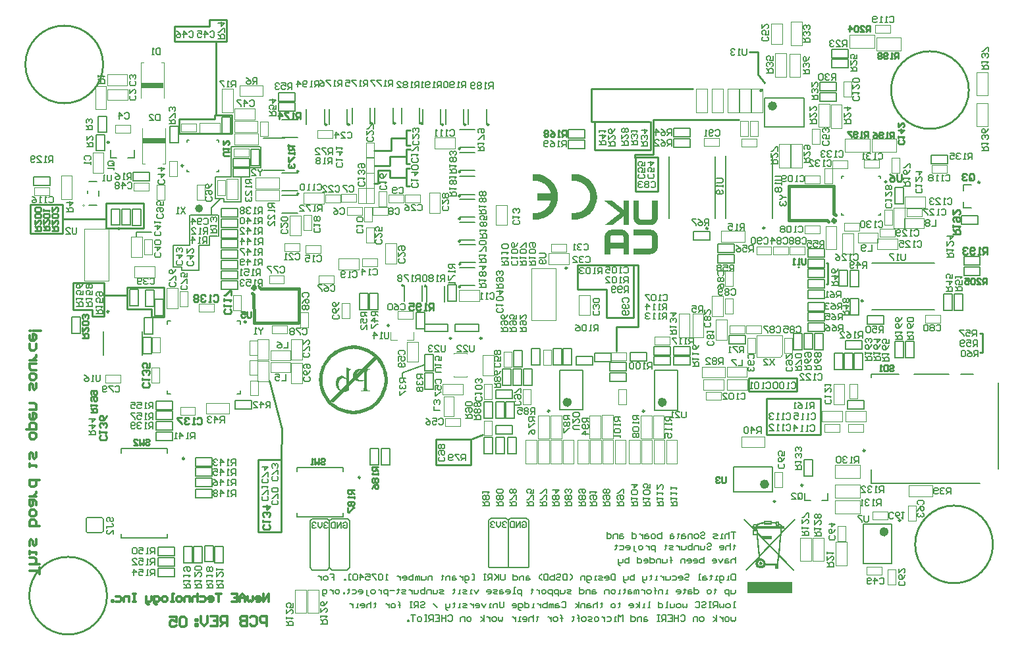
<source format=gbo>
G04*
G04 #@! TF.GenerationSoftware,Altium Limited,Altium Designer,23.11.1 (41)*
G04*
G04 Layer_Color=32896*
%FSLAX44Y44*%
%MOMM*%
G71*
G04*
G04 #@! TF.SameCoordinates,077C3239-A6FD-4C8A-B69B-129F227AD62B*
G04*
G04*
G04 #@! TF.FilePolarity,Positive*
G04*
G01*
G75*
%ADD10C,0.2540*%
%ADD11C,0.2500*%
%ADD12C,0.1000*%
%ADD13C,0.2000*%
%ADD15C,0.2032*%
%ADD16C,0.1270*%
%ADD116C,0.5080*%
%ADD117C,0.3048*%
%ADD184C,0.5000*%
%ADD218C,0.6000*%
%ADD219C,0.1200*%
%ADD220C,0.4000*%
%ADD221R,2.9600X0.6350*%
G36*
X1173766Y803957D02*
X1173035D01*
Y803774D01*
X1172303D01*
Y803592D01*
X1171938D01*
Y803409D01*
X1171572D01*
Y803226D01*
X1171023D01*
Y803043D01*
X1170840D01*
Y802860D01*
X1170475D01*
Y802677D01*
X1170109D01*
Y802494D01*
X1169926D01*
Y802311D01*
X1169743D01*
Y802129D01*
X1169377D01*
Y801946D01*
X1169194D01*
Y801763D01*
X1169012D01*
Y801580D01*
X1168646D01*
Y801214D01*
X1168463D01*
Y801031D01*
X1168280D01*
Y800848D01*
X1168097D01*
Y800665D01*
X1167914D01*
Y800482D01*
X1167731D01*
Y800300D01*
X1167549D01*
Y799934D01*
X1167366D01*
Y799751D01*
X1167183D01*
Y799385D01*
X1167000D01*
Y799019D01*
X1166817D01*
Y798837D01*
X1166634D01*
Y798471D01*
X1166451D01*
Y797922D01*
X1166268D01*
Y797557D01*
X1166086D01*
Y797008D01*
X1165903D01*
Y796093D01*
X1165720D01*
Y794630D01*
X1165537D01*
Y772685D01*
X1172852D01*
Y779817D01*
X1189860D01*
Y772685D01*
X1196992D01*
Y796093D01*
X1196809D01*
Y796825D01*
X1196626D01*
Y797374D01*
X1196443D01*
Y797922D01*
X1196261D01*
Y798288D01*
X1196078D01*
Y798837D01*
X1195895D01*
Y799019D01*
X1195712D01*
Y799385D01*
X1195529D01*
Y799751D01*
X1195346D01*
Y799934D01*
X1195163D01*
Y800117D01*
X1194980D01*
Y800482D01*
X1194798D01*
Y800665D01*
X1194615D01*
Y800848D01*
X1194432D01*
Y801031D01*
X1194249D01*
Y801214D01*
X1194066D01*
Y801397D01*
X1193883D01*
Y801580D01*
X1193700D01*
Y801763D01*
X1193518D01*
Y801946D01*
X1193335D01*
Y802129D01*
X1192969D01*
Y802311D01*
X1192786D01*
Y802494D01*
X1192603D01*
Y802677D01*
X1192237D01*
Y802860D01*
X1191871D01*
Y803043D01*
X1191689D01*
Y803226D01*
X1191140D01*
Y803409D01*
X1190774D01*
Y803592D01*
X1190226D01*
Y803774D01*
X1189677D01*
Y803957D01*
X1188945D01*
Y804140D01*
X1173766D01*
Y803957D01*
D02*
G37*
G36*
X1196992Y832669D02*
Y841448D01*
X1189860D01*
Y830109D01*
X1189494D01*
Y830292D01*
X1189311D01*
Y830475D01*
X1189128D01*
Y830658D01*
X1188945D01*
Y830841D01*
X1188763D01*
Y831023D01*
X1188397D01*
Y831206D01*
X1188214D01*
Y831389D01*
X1188031D01*
Y831572D01*
X1187848D01*
Y831755D01*
X1187482D01*
Y831938D01*
X1187299D01*
Y832121D01*
X1187117D01*
Y832304D01*
X1186751D01*
Y832486D01*
X1186568D01*
Y832669D01*
X1186385D01*
Y832852D01*
X1186202D01*
Y833035D01*
X1186019D01*
Y833218D01*
X1185654D01*
Y833401D01*
X1185471D01*
Y833584D01*
X1185288D01*
Y833767D01*
X1185105D01*
Y833950D01*
X1184739D01*
Y834133D01*
X1184556D01*
Y834315D01*
X1184373D01*
Y834498D01*
X1184008D01*
Y834681D01*
X1183825D01*
Y834864D01*
X1183642D01*
Y835047D01*
X1183459D01*
Y835230D01*
X1183276D01*
Y835413D01*
X1182910D01*
Y835595D01*
X1182728D01*
Y835778D01*
X1182545D01*
Y835961D01*
X1182362D01*
Y836144D01*
X1181996D01*
Y836327D01*
X1181813D01*
Y836510D01*
X1181630D01*
Y836693D01*
X1181264D01*
Y836876D01*
X1181082D01*
Y837058D01*
X1180899D01*
Y837241D01*
X1180716D01*
Y837424D01*
X1180533D01*
Y837607D01*
X1180167D01*
Y837790D01*
X1179984D01*
Y837973D01*
X1179801D01*
Y838156D01*
X1179619D01*
Y838339D01*
X1179253D01*
Y838522D01*
X1179070D01*
Y838705D01*
X1178887D01*
Y838887D01*
X1178521D01*
Y839070D01*
X1178338D01*
Y839253D01*
X1178156D01*
Y839436D01*
X1177973D01*
Y839619D01*
X1177790D01*
Y839802D01*
X1177424D01*
Y839985D01*
X1177241D01*
Y840167D01*
X1177058D01*
Y840350D01*
X1176875D01*
Y840533D01*
X1176510D01*
Y840716D01*
X1176327D01*
Y840899D01*
X1176144D01*
Y841082D01*
X1175778D01*
Y841265D01*
X1175595D01*
Y841448D01*
X1165720D01*
Y841265D01*
X1165903D01*
Y841082D01*
X1166086D01*
Y840899D01*
X1166268D01*
Y840716D01*
X1166451D01*
Y840533D01*
X1166817D01*
Y840350D01*
X1167000D01*
Y840167D01*
X1167183D01*
Y839985D01*
X1167549D01*
Y839802D01*
X1167731D01*
Y839619D01*
X1167914D01*
Y839436D01*
X1168097D01*
Y839253D01*
X1168463D01*
Y839070D01*
X1168646D01*
Y838887D01*
X1168829D01*
Y838705D01*
X1169194D01*
Y838522D01*
X1169377D01*
Y838339D01*
X1169560D01*
Y838156D01*
X1169743D01*
Y837973D01*
X1170109D01*
Y837790D01*
X1170292D01*
Y837607D01*
X1170475D01*
Y837424D01*
X1170658D01*
Y837241D01*
X1171023D01*
Y837058D01*
X1171206D01*
Y836876D01*
X1171389D01*
Y836693D01*
X1171755D01*
Y836510D01*
X1171938D01*
Y836327D01*
X1172121D01*
Y836144D01*
X1172303D01*
Y835961D01*
X1172669D01*
Y835778D01*
X1172852D01*
Y835595D01*
X1173035D01*
Y835413D01*
X1173218D01*
Y835230D01*
X1173584D01*
Y835047D01*
X1173766D01*
Y834864D01*
X1173949D01*
Y834681D01*
X1174132D01*
Y834498D01*
X1174498D01*
Y834315D01*
X1174681D01*
Y834133D01*
X1174864D01*
Y833950D01*
X1175229D01*
Y833767D01*
X1175412D01*
Y833584D01*
X1175595D01*
Y833401D01*
X1175778D01*
Y833218D01*
X1176144D01*
Y833035D01*
X1176327D01*
Y832852D01*
X1176510D01*
Y832669D01*
X1176875D01*
Y832486D01*
X1177058D01*
Y832304D01*
X1177241D01*
Y832121D01*
X1177424D01*
Y831938D01*
X1177790D01*
Y831755D01*
X1177973D01*
Y831572D01*
X1178156D01*
Y831389D01*
X1178338D01*
Y831206D01*
X1178704D01*
Y831023D01*
X1178887D01*
Y830841D01*
X1179070D01*
Y830658D01*
X1179436D01*
Y830475D01*
X1179619D01*
Y830292D01*
X1179801D01*
Y830109D01*
X1179984D01*
Y829926D01*
X1180350D01*
Y829743D01*
X1180533D01*
Y829560D01*
X1180716D01*
Y829378D01*
X1180899D01*
Y829195D01*
X1181264D01*
Y829012D01*
X1181447D01*
Y828829D01*
X1181630D01*
Y828646D01*
X1181813D01*
Y828463D01*
X1182179D01*
Y828280D01*
X1182362D01*
Y828097D01*
X1182545D01*
Y827915D01*
X1182910D01*
Y827732D01*
X1183093D01*
Y827549D01*
X1183276D01*
Y827366D01*
X1183459D01*
Y827183D01*
X1183825D01*
Y827000D01*
X1184008D01*
Y826817D01*
X1184191D01*
Y826634D01*
X1184556D01*
Y826451D01*
X1184739D01*
Y826269D01*
X1184922D01*
Y826086D01*
X1185105D01*
Y825903D01*
X1185471D01*
Y825720D01*
X1185654D01*
Y825537D01*
X1185288D01*
Y825354D01*
X1185105D01*
Y825171D01*
X1184922D01*
Y824988D01*
X1184739D01*
Y824806D01*
X1184373D01*
Y824623D01*
X1184191D01*
Y824440D01*
X1184008D01*
Y824257D01*
X1183825D01*
Y824074D01*
X1183459D01*
Y823891D01*
X1183276D01*
Y823708D01*
X1183093D01*
Y823525D01*
X1182728D01*
Y823343D01*
X1182545D01*
Y823160D01*
X1182362D01*
Y822977D01*
X1182179D01*
Y822794D01*
X1181813D01*
Y822611D01*
X1181630D01*
Y822428D01*
X1181447D01*
Y822245D01*
X1181264D01*
Y822062D01*
X1180899D01*
Y821880D01*
X1180716D01*
Y821697D01*
X1180533D01*
Y821514D01*
X1180167D01*
Y821331D01*
X1179984D01*
Y821148D01*
X1179801D01*
Y820965D01*
X1179619D01*
Y820782D01*
X1179253D01*
Y820599D01*
X1179070D01*
Y820416D01*
X1178887D01*
Y820234D01*
X1178521D01*
Y820051D01*
X1178338D01*
Y819868D01*
X1178156D01*
Y819685D01*
X1177973D01*
Y819502D01*
X1177607D01*
Y819319D01*
X1177424D01*
Y819136D01*
X1177241D01*
Y818953D01*
X1177058D01*
Y818771D01*
X1176693D01*
Y818588D01*
X1176510D01*
Y818405D01*
X1176327D01*
Y818222D01*
X1176144D01*
Y818039D01*
X1175778D01*
Y817856D01*
X1175595D01*
Y817673D01*
X1175412D01*
Y817490D01*
X1175047D01*
Y817308D01*
X1174864D01*
Y817125D01*
X1174681D01*
Y816942D01*
X1174498D01*
Y816759D01*
X1174132D01*
Y816576D01*
X1173949D01*
Y816393D01*
X1173766D01*
Y816210D01*
X1173584D01*
Y816027D01*
X1173218D01*
Y815844D01*
X1173035D01*
Y815662D01*
X1172852D01*
Y815479D01*
X1172486D01*
Y815296D01*
X1172303D01*
Y815113D01*
X1172121D01*
Y814930D01*
X1171938D01*
Y814747D01*
X1171572D01*
Y814564D01*
X1171389D01*
Y814381D01*
X1171206D01*
Y814199D01*
X1170840D01*
Y814016D01*
X1170658D01*
Y813833D01*
X1170475D01*
Y813650D01*
X1170292D01*
Y813467D01*
X1169926D01*
Y813284D01*
X1169743D01*
Y813101D01*
X1169560D01*
Y812918D01*
X1169377D01*
Y812736D01*
X1169012D01*
Y812553D01*
X1168829D01*
Y812370D01*
X1168646D01*
Y812187D01*
X1168463D01*
Y812004D01*
X1168097D01*
Y811821D01*
X1167914D01*
Y811638D01*
X1167731D01*
Y811455D01*
X1167366D01*
Y811273D01*
X1167183D01*
Y811090D01*
X1167000D01*
Y810907D01*
X1166817D01*
Y810724D01*
X1166451D01*
Y810541D01*
X1166268D01*
Y810358D01*
X1166086D01*
Y810175D01*
X1165903D01*
Y809992D01*
X1175778D01*
Y810175D01*
X1175961D01*
Y810358D01*
X1176327D01*
Y810541D01*
X1176510D01*
Y810724D01*
X1176693D01*
Y810907D01*
X1177058D01*
Y811090D01*
X1177241D01*
Y811273D01*
X1177424D01*
Y811455D01*
X1177607D01*
Y811638D01*
X1177973D01*
Y811821D01*
X1178156D01*
Y812004D01*
X1178338D01*
Y812187D01*
X1178521D01*
Y812370D01*
X1178704D01*
Y812553D01*
X1179070D01*
Y812736D01*
X1179253D01*
Y812918D01*
X1179436D01*
Y813101D01*
X1179801D01*
Y813284D01*
X1179984D01*
Y813467D01*
X1180167D01*
Y813650D01*
X1180350D01*
Y813833D01*
X1180716D01*
Y814016D01*
X1180899D01*
Y814199D01*
X1181082D01*
Y814381D01*
X1181264D01*
Y814564D01*
X1181447D01*
Y814747D01*
X1181813D01*
Y814930D01*
X1181996D01*
Y815113D01*
X1182179D01*
Y815296D01*
X1182545D01*
Y815479D01*
X1182728D01*
Y815662D01*
X1182910D01*
Y815844D01*
X1183093D01*
Y816027D01*
X1183459D01*
Y816210D01*
X1183642D01*
Y816393D01*
X1183825D01*
Y816576D01*
X1184008D01*
Y816759D01*
X1184191D01*
Y816942D01*
X1184556D01*
Y817125D01*
X1184739D01*
Y817308D01*
X1184922D01*
Y817490D01*
X1185288D01*
Y817673D01*
X1185471D01*
Y817856D01*
X1185654D01*
Y818039D01*
X1185836D01*
Y818222D01*
X1186202D01*
Y818405D01*
X1186385D01*
Y818588D01*
X1186568D01*
Y818771D01*
X1186751D01*
Y818953D01*
X1186934D01*
Y819136D01*
X1187299D01*
Y819319D01*
X1187482D01*
Y819502D01*
X1187665D01*
Y819685D01*
X1188031D01*
Y819868D01*
X1188214D01*
Y820051D01*
X1188397D01*
Y820234D01*
X1188580D01*
Y820416D01*
X1188945D01*
Y820599D01*
X1189128D01*
Y820782D01*
X1189311D01*
Y820965D01*
X1189494D01*
Y821148D01*
X1189677D01*
Y821331D01*
X1189860D01*
Y809992D01*
X1196992D01*
Y832486D01*
Y832669D01*
D02*
G37*
G36*
X1205405Y772685D02*
X1224790D01*
Y772868D01*
X1226070D01*
Y773051D01*
X1226984D01*
Y773233D01*
X1227533D01*
Y773416D01*
X1227899D01*
Y773599D01*
X1228447D01*
Y773782D01*
X1228813D01*
Y773965D01*
X1229179D01*
Y774148D01*
X1229545D01*
Y774331D01*
X1229728D01*
Y774514D01*
X1229911D01*
Y774697D01*
X1230276D01*
Y774879D01*
X1230459D01*
Y775062D01*
X1230642D01*
Y775245D01*
X1231008D01*
Y775428D01*
X1231191D01*
Y775794D01*
X1231556D01*
Y775977D01*
X1231739D01*
Y776342D01*
X1231922D01*
Y776525D01*
X1232105D01*
Y776708D01*
X1232288D01*
Y777074D01*
X1232471D01*
Y777257D01*
X1232654D01*
Y777440D01*
X1232837D01*
Y777805D01*
X1233019D01*
Y778171D01*
X1233202D01*
Y778537D01*
X1233385D01*
Y779086D01*
X1233568D01*
Y779451D01*
X1233751D01*
Y780000D01*
X1233934D01*
Y780914D01*
X1234117D01*
Y782195D01*
X1234300D01*
Y794630D01*
X1234117D01*
Y796093D01*
X1233934D01*
Y797008D01*
X1233751D01*
Y797557D01*
X1233568D01*
Y797922D01*
X1233385D01*
Y798471D01*
X1233202D01*
Y798837D01*
X1233019D01*
Y799019D01*
X1232837D01*
Y799385D01*
X1232654D01*
Y799751D01*
X1232471D01*
Y799934D01*
X1232288D01*
Y800300D01*
X1232105D01*
Y800482D01*
X1231922D01*
Y800665D01*
X1231739D01*
Y800848D01*
X1231556D01*
Y801031D01*
X1231374D01*
Y801214D01*
X1231191D01*
Y801580D01*
X1230825D01*
Y801763D01*
X1230642D01*
Y801946D01*
X1230459D01*
Y802129D01*
X1230094D01*
Y802311D01*
X1229911D01*
Y802494D01*
X1229728D01*
Y802677D01*
X1229362D01*
Y802860D01*
X1228996D01*
Y803043D01*
X1228813D01*
Y803226D01*
X1228265D01*
Y803409D01*
X1227899D01*
Y803592D01*
X1227533D01*
Y803774D01*
X1226802D01*
Y803957D01*
X1226070D01*
Y804140D01*
X1202844D01*
Y797008D01*
X1225156D01*
Y796825D01*
X1225521D01*
Y796642D01*
X1225887D01*
Y796459D01*
X1226070D01*
Y796276D01*
X1226253D01*
Y796093D01*
X1226436D01*
Y795910D01*
X1226619D01*
Y795545D01*
X1226802D01*
Y795179D01*
X1226984D01*
Y781829D01*
X1226802D01*
Y781463D01*
X1226619D01*
Y781097D01*
X1226436D01*
Y780914D01*
X1226253D01*
Y780732D01*
X1226070D01*
Y780549D01*
X1225887D01*
Y780366D01*
X1225521D01*
Y780183D01*
X1225156D01*
Y780000D01*
X1202844D01*
Y772685D01*
X1205222D01*
X1205405D01*
D02*
G37*
G36*
X1209977Y827000D02*
Y841448D01*
X1202844D01*
Y818039D01*
X1203027D01*
Y817308D01*
X1203210D01*
Y816759D01*
X1203393D01*
Y816210D01*
X1203576D01*
Y815844D01*
X1203759D01*
Y815296D01*
X1203942D01*
Y815113D01*
X1204125D01*
Y814747D01*
X1204307D01*
Y814381D01*
X1204490D01*
Y814199D01*
X1204673D01*
Y814016D01*
X1204856D01*
Y813650D01*
X1205039D01*
Y813467D01*
X1205222D01*
Y813284D01*
X1205405D01*
Y813101D01*
X1205587D01*
Y812918D01*
X1205770D01*
Y812736D01*
X1205953D01*
Y812553D01*
X1206136D01*
Y812370D01*
X1206319D01*
Y812187D01*
X1206502D01*
Y812004D01*
X1206868D01*
Y811821D01*
X1207051D01*
Y811638D01*
X1207234D01*
Y811455D01*
X1207599D01*
Y811273D01*
X1207965D01*
Y811090D01*
X1208148D01*
Y810907D01*
X1208697D01*
Y810724D01*
X1209062D01*
Y810541D01*
X1209611D01*
Y810358D01*
X1210160D01*
Y810175D01*
X1210891D01*
Y809992D01*
X1226070D01*
Y810175D01*
X1226802D01*
Y810358D01*
X1227533D01*
Y810541D01*
X1227899D01*
Y810724D01*
X1228265D01*
Y810907D01*
X1228813D01*
Y811090D01*
X1228996D01*
Y811273D01*
X1229362D01*
Y811455D01*
X1229728D01*
Y811638D01*
X1229911D01*
Y811821D01*
X1230094D01*
Y812004D01*
X1230459D01*
Y812187D01*
X1230642D01*
Y812370D01*
X1230825D01*
Y812553D01*
X1231191D01*
Y812918D01*
X1231374D01*
Y813101D01*
X1231556D01*
Y813284D01*
X1231739D01*
Y813467D01*
X1231922D01*
Y813650D01*
X1232105D01*
Y813833D01*
X1232288D01*
Y814199D01*
X1232471D01*
Y814381D01*
X1232654D01*
Y814747D01*
X1232837D01*
Y815113D01*
X1233019D01*
Y815296D01*
X1233202D01*
Y815662D01*
X1233385D01*
Y816210D01*
X1233568D01*
Y816576D01*
X1233751D01*
Y817125D01*
X1233934D01*
Y818039D01*
X1234117D01*
Y819502D01*
X1234300D01*
Y841448D01*
X1226984D01*
Y818953D01*
X1226802D01*
Y818588D01*
X1226619D01*
Y818222D01*
X1226436D01*
Y818039D01*
X1226253D01*
Y817856D01*
X1226070D01*
Y817673D01*
X1225887D01*
Y817490D01*
X1225521D01*
Y817308D01*
X1225156D01*
Y817125D01*
X1211988D01*
Y817308D01*
X1211440D01*
Y817490D01*
X1211074D01*
Y817673D01*
X1210891D01*
Y817856D01*
X1210708D01*
Y818039D01*
X1210525D01*
Y818222D01*
X1210342D01*
Y818588D01*
X1210160D01*
Y819136D01*
X1209977D01*
Y826817D01*
Y827000D01*
D02*
G37*
G36*
X1128752Y875887D02*
X1130921Y875622D01*
X1132985Y875199D01*
X1134942Y874617D01*
X1136794Y873982D01*
X1138487Y873241D01*
X1140127Y872448D01*
X1141556Y871654D01*
X1142879Y870861D01*
X1144043Y870067D01*
X1145048Y869326D01*
X1145894Y868691D01*
X1146529Y868109D01*
X1147006Y867686D01*
X1147323Y867421D01*
X1147429Y867316D01*
X1148963Y865676D01*
X1150286Y863930D01*
X1151450Y862184D01*
X1152402Y860438D01*
X1153249Y858639D01*
X1153937Y856946D01*
X1154519Y855253D01*
X1154995Y853665D01*
X1155312Y852184D01*
X1155577Y850808D01*
X1155788Y849591D01*
X1155894Y848533D01*
X1155947Y848057D01*
X1156000Y847634D01*
Y847316D01*
X1156053Y846999D01*
Y846787D01*
Y846629D01*
Y846523D01*
Y846470D01*
X1155947Y844248D01*
X1155683Y842078D01*
X1155259Y840015D01*
X1154677Y838057D01*
X1154042Y836206D01*
X1153302Y834513D01*
X1152561Y832925D01*
X1151714Y831444D01*
X1150921Y830174D01*
X1150180Y829010D01*
X1149439Y828005D01*
X1148752Y827158D01*
X1148223Y826524D01*
X1147799Y825994D01*
X1147535Y825730D01*
X1147429Y825624D01*
X1145789Y824090D01*
X1144043Y822767D01*
X1142297Y821603D01*
X1140498Y820651D01*
X1138752Y819804D01*
X1137006Y819116D01*
X1135313Y818534D01*
X1133726Y818058D01*
X1132244Y817741D01*
X1130869Y817476D01*
X1129652Y817264D01*
X1128594Y817159D01*
X1128117Y817106D01*
X1127694Y817053D01*
X1127377D01*
X1127059Y817000D01*
X1125419D01*
X1124943Y817053D01*
X1124096D01*
X1123832Y817106D01*
X1123567D01*
Y826047D01*
X1124573Y825941D01*
X1125102Y825889D01*
X1125525D01*
X1125948Y825836D01*
X1126530D01*
X1128117Y825889D01*
X1129599Y826100D01*
X1131027Y826418D01*
X1132403Y826788D01*
X1133673Y827211D01*
X1134890Y827740D01*
X1136001Y828269D01*
X1137006Y828851D01*
X1137958Y829433D01*
X1138752Y829962D01*
X1139440Y830492D01*
X1140022Y830915D01*
X1140498Y831338D01*
X1140868Y831603D01*
X1141080Y831814D01*
X1141133Y831867D01*
X1142191Y833031D01*
X1143143Y834248D01*
X1143937Y835465D01*
X1144625Y836735D01*
X1145207Y837952D01*
X1145683Y839168D01*
X1146106Y840332D01*
X1146424Y841444D01*
X1146635Y842502D01*
X1146847Y843454D01*
X1146953Y844301D01*
X1147058Y845041D01*
X1147111Y845623D01*
X1147164Y846099D01*
Y846364D01*
Y846470D01*
X1147111Y848057D01*
X1146900Y849538D01*
X1146582Y851020D01*
X1146212Y852396D01*
X1145789Y853665D01*
X1145260Y854882D01*
X1144731Y855993D01*
X1144149Y856999D01*
X1143567Y857898D01*
X1143037Y858692D01*
X1142508Y859432D01*
X1142085Y860014D01*
X1141662Y860438D01*
X1141397Y860808D01*
X1141186Y861020D01*
X1141133Y861072D01*
X1139969Y862131D01*
X1138752Y863083D01*
X1137535Y863877D01*
X1136265Y864617D01*
X1135048Y865199D01*
X1133831Y865676D01*
X1132667Y866099D01*
X1131556Y866416D01*
X1130498Y866628D01*
X1129546Y866840D01*
X1128699Y866998D01*
X1127959Y867051D01*
X1127377Y867104D01*
X1126900Y867157D01*
X1126530D01*
X1125419Y867104D01*
X1124943D01*
X1124467Y867051D01*
X1124096Y866998D01*
X1123832D01*
X1123620Y866945D01*
X1123567D01*
Y875834D01*
X1124573Y875940D01*
X1125049D01*
X1125525Y875993D01*
X1126530D01*
X1128752Y875887D01*
D02*
G37*
G36*
X1078595Y875887D02*
X1080764Y875622D01*
X1082828Y875199D01*
X1084786Y874617D01*
X1086637Y873982D01*
X1088330Y873241D01*
X1089918Y872448D01*
X1091399Y871654D01*
X1092669Y870861D01*
X1093833Y870067D01*
X1094838Y869326D01*
X1095685Y868691D01*
X1096320Y868109D01*
X1096849Y867686D01*
X1097113Y867421D01*
X1097219Y867316D01*
X1098753Y865676D01*
X1100076Y863930D01*
X1101240Y862184D01*
X1102192Y860438D01*
X1103039Y858639D01*
X1103727Y856946D01*
X1104309Y855253D01*
X1104785Y853665D01*
X1105102Y852184D01*
X1105367Y850808D01*
X1105579Y849591D01*
X1105684Y848533D01*
X1105737Y848057D01*
X1105790Y847634D01*
Y847316D01*
X1105843Y846999D01*
Y846787D01*
Y846629D01*
Y846523D01*
Y846470D01*
X1105737Y844248D01*
X1105473Y842078D01*
X1105049Y840015D01*
X1104467Y838057D01*
X1103832Y836206D01*
X1103092Y834513D01*
X1102351Y832925D01*
X1101505Y831444D01*
X1100711Y830174D01*
X1099970Y829010D01*
X1099230Y828005D01*
X1098542Y827158D01*
X1098013Y826524D01*
X1097589Y825994D01*
X1097325Y825730D01*
X1097219Y825624D01*
X1095579Y824090D01*
X1093833Y822767D01*
X1092087Y821603D01*
X1090341Y820651D01*
X1088542Y819804D01*
X1086849Y819116D01*
X1085156Y818534D01*
X1083569Y818058D01*
X1082087Y817741D01*
X1080712Y817476D01*
X1079495Y817264D01*
X1078437Y817159D01*
X1077960Y817106D01*
X1077537Y817053D01*
X1077220D01*
X1076902Y817000D01*
X1075262D01*
X1074786Y817053D01*
X1073939D01*
X1073675Y817106D01*
X1073410D01*
X1073463Y826047D01*
X1074469Y825941D01*
X1074945Y825889D01*
X1075421D01*
X1075791Y825836D01*
X1076373D01*
X1077696Y825889D01*
X1079019Y826047D01*
X1080288Y826259D01*
X1081452Y826523D01*
X1082616Y826894D01*
X1083674Y827264D01*
X1084680Y827687D01*
X1085579Y828111D01*
X1086426Y828534D01*
X1087166Y828957D01*
X1087801Y829328D01*
X1088330Y829698D01*
X1088754Y829962D01*
X1089071Y830174D01*
X1089283Y830333D01*
X1089336Y830386D01*
X1090341Y831285D01*
X1091293Y832185D01*
X1092087Y833137D01*
X1092828Y834142D01*
X1093515Y835095D01*
X1094097Y836100D01*
X1094626Y837052D01*
X1095050Y837952D01*
X1095420Y838798D01*
X1095738Y839592D01*
X1096002Y840280D01*
X1096214Y840915D01*
X1096373Y841391D01*
X1096478Y841761D01*
X1096531Y841973D01*
Y842078D01*
X1079283Y842078D01*
Y850914D01*
X1096531Y850914D01*
X1096214Y852237D01*
X1095790Y853454D01*
X1095314Y854671D01*
X1094785Y855782D01*
X1094203Y856787D01*
X1093621Y857739D01*
X1092986Y858639D01*
X1092404Y859432D01*
X1091822Y860173D01*
X1091240Y860808D01*
X1090764Y861337D01*
X1090288Y861760D01*
X1089918Y862131D01*
X1089653Y862395D01*
X1089442Y862554D01*
X1089389Y862607D01*
X1088278Y863400D01*
X1087166Y864088D01*
X1086055Y864723D01*
X1084944Y865252D01*
X1083833Y865676D01*
X1082775Y866046D01*
X1081717Y866363D01*
X1080712Y866575D01*
X1079812Y866787D01*
X1078966Y866892D01*
X1078225Y866998D01*
X1077590Y867104D01*
X1077061D01*
X1076691Y867157D01*
X1076373D01*
X1075262Y867104D01*
X1074786D01*
X1074310Y867051D01*
X1073939Y866998D01*
X1073675D01*
X1073463Y866945D01*
X1073410D01*
Y875834D01*
X1074045Y875887D01*
X1074574Y875940D01*
X1075103D01*
X1075527Y875993D01*
X1076373D01*
X1078595Y875887D01*
D02*
G37*
G36*
X1411000Y430759D02*
X1393064Y412082D01*
X1392535Y407056D01*
X1391424Y394834D01*
X1390524Y386051D01*
X1409730Y366316D01*
X1408407Y365047D01*
X1390366Y383564D01*
X1389308Y372189D01*
X1388726D01*
Y367851D01*
X1384705D01*
Y372189D01*
X1372271D01*
X1371795Y371343D01*
X1371213Y370496D01*
X1370314Y369544D01*
X1369150Y368750D01*
X1367827Y368327D01*
X1366557Y368168D01*
X1365234Y368221D01*
X1364282Y368486D01*
X1363171Y368962D01*
X1362219Y369544D01*
X1361478Y370285D01*
X1360737Y371343D01*
X1360208Y372507D01*
X1359891Y373618D01*
X1359785Y374517D01*
X1359891Y375628D01*
X1360049Y376475D01*
X1360367Y377268D01*
X1360843Y378168D01*
X1361372Y378909D01*
X1362113Y379596D01*
X1362906Y380125D01*
X1363647Y380496D01*
X1363541Y381448D01*
X1347722Y365047D01*
X1346399Y366369D01*
X1363383Y383935D01*
X1362007Y399278D01*
X1361055Y410389D01*
X1355975D01*
Y417532D01*
X1357298D01*
X1344442Y430759D01*
X1345764Y432028D01*
X1357880Y419542D01*
Y420442D01*
X1357616Y420653D01*
X1357298Y420865D01*
X1356981Y421182D01*
X1356663Y421553D01*
X1356505Y422029D01*
X1356346Y422452D01*
X1356293Y422981D01*
X1356399Y423669D01*
X1356557Y424039D01*
X1357034Y424780D01*
X1357563Y425256D01*
X1358250Y425574D01*
X1358991Y425679D01*
X1359732Y425574D01*
X1360367Y425309D01*
X1360896Y424992D01*
X1361160Y424674D01*
X1361637Y425097D01*
X1362430Y425626D01*
X1363383Y426103D01*
X1364758Y426632D01*
X1366240Y427055D01*
X1367721Y427372D01*
X1369308Y427637D01*
X1370578Y427796D01*
Y429383D01*
X1380737D01*
Y428007D01*
X1381530D01*
X1382853Y427849D01*
X1384228Y427690D01*
X1385551Y427478D01*
Y428325D01*
X1389942D01*
Y426261D01*
X1390472Y425997D01*
X1391159Y425679D01*
X1391953Y425203D01*
X1392588Y424780D01*
X1393170Y424251D01*
X1393593Y423881D01*
X1393858Y423510D01*
X1394069Y423087D01*
X1393963Y422346D01*
X1396503D01*
Y419119D01*
X1393699D01*
X1393276Y414939D01*
X1409677Y432028D01*
X1411000Y430759D01*
D02*
G37*
G36*
X1407138Y350391D02*
Y350126D01*
Y349756D01*
Y349386D01*
Y348963D01*
Y348592D01*
Y348328D01*
Y348275D01*
Y348222D01*
Y346476D01*
Y345629D01*
Y344836D01*
Y344201D01*
Y343672D01*
Y343460D01*
Y343301D01*
Y343248D01*
Y343195D01*
Y342190D01*
Y341291D01*
Y340444D01*
Y339704D01*
Y339069D01*
Y338645D01*
Y338328D01*
Y338275D01*
Y338222D01*
Y337481D01*
Y336952D01*
Y336529D01*
Y336264D01*
Y336106D01*
Y336053D01*
Y336000D01*
X1349309D01*
Y336106D01*
Y336370D01*
Y336688D01*
Y337111D01*
Y337534D01*
Y337852D01*
Y338116D01*
Y338222D01*
Y339968D01*
Y340815D01*
Y341555D01*
Y342243D01*
Y342719D01*
Y342931D01*
Y343090D01*
Y343143D01*
Y343195D01*
Y344201D01*
Y345153D01*
Y346000D01*
Y346740D01*
Y347375D01*
Y347851D01*
Y348116D01*
Y348222D01*
Y348645D01*
Y348963D01*
Y349544D01*
Y349968D01*
Y350232D01*
Y350391D01*
Y350444D01*
Y350497D01*
X1407138D01*
Y350391D01*
D02*
G37*
G36*
X844462Y655224D02*
X846155Y655118D01*
X847795Y654959D01*
X849382Y654695D01*
X850969Y654430D01*
X852451Y654060D01*
X855414Y653266D01*
X858165Y652261D01*
X860758Y651150D01*
X863138Y649986D01*
X864249Y649404D01*
X865308Y648769D01*
X866313Y648187D01*
X867265Y647552D01*
X868165Y646970D01*
X869011Y646388D01*
X869805Y645806D01*
X870546Y645277D01*
X871180Y644748D01*
X871762Y644272D01*
X872291Y643849D01*
X872768Y643478D01*
X873191Y643108D01*
X873508Y642843D01*
X873773Y642579D01*
X873932Y642420D01*
X874037Y642314D01*
X874090Y642261D01*
X875254Y641044D01*
X876365Y639775D01*
X877371Y638505D01*
X878376Y637182D01*
X879222Y635859D01*
X880069Y634590D01*
X880863Y633214D01*
X881550Y631891D01*
X882185Y630569D01*
X882820Y629246D01*
X883826Y626654D01*
X884725Y624167D01*
X885360Y621786D01*
X885942Y619511D01*
X886153Y618453D01*
X886312Y617447D01*
X886471Y616548D01*
X886630Y615649D01*
X886736Y614802D01*
X886788Y614061D01*
X886841Y613373D01*
X886894Y612791D01*
X886947Y612262D01*
Y611786D01*
X887000Y611469D01*
Y611204D01*
Y611045D01*
Y610993D01*
X886947Y609300D01*
X886841Y607607D01*
X886683Y605966D01*
X886418Y604379D01*
X886153Y602792D01*
X885783Y601310D01*
X884989Y598348D01*
X883984Y595596D01*
X882926Y593004D01*
X881762Y590623D01*
X881127Y589512D01*
X880545Y588454D01*
X879963Y587449D01*
X879328Y586496D01*
X878746Y585597D01*
X878164Y584750D01*
X877635Y583956D01*
X877106Y583216D01*
X876577Y582581D01*
X876101Y581999D01*
X875678Y581470D01*
X875254Y580994D01*
X874937Y580570D01*
X874620Y580253D01*
X874408Y579988D01*
X874249Y579830D01*
X874143Y579724D01*
X874090Y579671D01*
X872874Y578507D01*
X871604Y577396D01*
X870334Y576338D01*
X869011Y575385D01*
X867689Y574486D01*
X866366Y573639D01*
X865043Y572899D01*
X863720Y572158D01*
X862398Y571523D01*
X861075Y570941D01*
X858483Y569883D01*
X855943Y569036D01*
X853562Y568349D01*
X851340Y567820D01*
X850282Y567555D01*
X849277Y567396D01*
X848324Y567238D01*
X847425Y567132D01*
X846578Y566973D01*
X845837Y566920D01*
X845150Y566867D01*
X844568Y566814D01*
X844038Y566761D01*
X843562D01*
X843245Y566708D01*
X842769D01*
X841076Y566761D01*
X839383Y566867D01*
X837742Y567026D01*
X836155Y567290D01*
X834621Y567555D01*
X833086Y567925D01*
X830177Y568719D01*
X827425Y569724D01*
X824833Y570835D01*
X822452Y571999D01*
X821341Y572581D01*
X820283Y573216D01*
X819277Y573798D01*
X818325Y574380D01*
X817426Y575015D01*
X816579Y575597D01*
X815786Y576126D01*
X815045Y576655D01*
X814410Y577184D01*
X813828Y577660D01*
X813299Y578084D01*
X812823Y578454D01*
X812399Y578824D01*
X812082Y579142D01*
X811817Y579353D01*
X811659Y579512D01*
X811553Y579618D01*
X811500Y579671D01*
X810336Y580888D01*
X809225Y582158D01*
X808167Y583427D01*
X807214Y584750D01*
X806315Y586073D01*
X805469Y587396D01*
X804675Y588718D01*
X803987Y590041D01*
X803299Y591364D01*
X802717Y592686D01*
X801659Y595279D01*
X800813Y597818D01*
X800125Y600199D01*
X799596Y602421D01*
X799331Y603480D01*
X799172Y604485D01*
X799014Y605437D01*
X798855Y606337D01*
X798749Y607183D01*
X798696Y607924D01*
X798643Y608612D01*
X798590Y609194D01*
X798538Y609723D01*
X798485Y610199D01*
Y610516D01*
Y610781D01*
Y610940D01*
Y610993D01*
X798538Y612686D01*
X798643Y614379D01*
X798802Y616019D01*
X799067Y617606D01*
X799331Y619141D01*
X799702Y620675D01*
X800495Y623585D01*
X801500Y626336D01*
X802611Y628928D01*
X803775Y631309D01*
X804357Y632420D01*
X804992Y633479D01*
X805574Y634484D01*
X806209Y635436D01*
X806791Y636336D01*
X807373Y637182D01*
X807955Y637976D01*
X808484Y638717D01*
X809013Y639351D01*
X809490Y639933D01*
X809913Y640462D01*
X810283Y640939D01*
X810653Y641362D01*
X810918Y641679D01*
X811182Y641944D01*
X811341Y642103D01*
X811447Y642208D01*
X811500Y642261D01*
X812717Y643425D01*
X813987Y644536D01*
X815257Y645595D01*
X816579Y646547D01*
X817902Y647446D01*
X819172Y648293D01*
X820547Y649087D01*
X821870Y649774D01*
X823193Y650462D01*
X824515Y651044D01*
X827108Y652102D01*
X829595Y652949D01*
X831975Y653637D01*
X834250Y654166D01*
X835309Y654430D01*
X836314Y654589D01*
X837213Y654748D01*
X838113Y654906D01*
X838959Y655012D01*
X839700Y655065D01*
X840388Y655118D01*
X840970Y655171D01*
X841499Y655224D01*
X841975Y655277D01*
X842769D01*
X844462Y655224D01*
D02*
G37*
%LPC*%
G36*
X1174681Y797008D02*
X1187848D01*
Y796825D01*
X1188397D01*
Y796642D01*
X1188763D01*
Y796459D01*
X1188945D01*
Y796276D01*
X1189128D01*
Y796093D01*
X1189311D01*
Y795910D01*
X1189494D01*
Y795545D01*
X1189677D01*
Y794996D01*
X1189860D01*
Y787132D01*
X1172852D01*
Y795179D01*
X1173035D01*
Y795545D01*
X1173218D01*
Y795910D01*
X1173401D01*
Y796093D01*
X1173584D01*
Y796276D01*
X1173766D01*
Y796459D01*
X1173949D01*
Y796642D01*
X1174315D01*
Y796825D01*
X1174681D01*
Y797008D01*
D02*
G37*
G36*
X1378832Y427584D02*
X1372377D01*
Y426526D01*
X1378832D01*
Y427584D01*
D02*
G37*
G36*
X1380737Y426103D02*
Y424674D01*
X1370578D01*
Y425891D01*
X1368462Y425574D01*
X1366557Y425097D01*
X1364970Y424674D01*
X1363700Y424092D01*
X1362695Y423510D01*
X1361954Y422822D01*
Y422346D01*
X1385551D01*
Y425468D01*
X1384123Y425732D01*
X1382535Y425944D01*
X1380737Y426103D01*
D02*
G37*
G36*
X1388144Y426526D02*
X1387403D01*
Y424092D01*
X1388091D01*
X1388144Y426526D01*
D02*
G37*
G36*
X1389942Y424145D02*
Y422346D01*
X1392112D01*
X1392165Y422664D01*
X1391636Y423193D01*
X1390948Y423669D01*
X1389942Y424145D01*
D02*
G37*
G36*
X1359256Y423828D02*
X1359097D01*
X1358780Y423775D01*
X1358568Y423669D01*
X1358356Y423563D01*
X1358250Y423404D01*
X1358145Y423087D01*
Y422981D01*
Y422928D01*
X1358198Y422611D01*
X1358303Y422399D01*
X1358462Y422240D01*
X1358621Y422135D01*
X1358938Y422029D01*
X1359097D01*
X1359415Y422082D01*
X1359626Y422187D01*
X1359785Y422293D01*
X1359891Y422505D01*
X1359996Y422769D01*
Y422875D01*
Y422928D01*
X1359944Y423246D01*
X1359838Y423457D01*
X1359732Y423616D01*
X1359520Y423722D01*
X1359256Y423828D01*
D02*
G37*
G36*
X1361372Y415733D02*
X1357827D01*
Y412241D01*
X1361372D01*
Y415733D01*
D02*
G37*
G36*
X1379096Y407743D02*
X1369573D01*
Y407161D01*
X1379096D01*
Y407743D01*
D02*
G37*
G36*
X1391847Y419119D02*
X1362219D01*
X1362377Y417532D01*
X1363171D01*
Y414145D01*
X1367615Y409595D01*
X1380948D01*
X1380948Y405363D01*
X1371742D01*
X1377879Y399014D01*
X1391265Y412929D01*
X1391847Y419119D01*
D02*
G37*
G36*
X1391001Y409966D02*
X1379149Y397691D01*
X1388884Y387691D01*
X1391001Y409966D01*
D02*
G37*
G36*
X1363171Y411500D02*
Y410389D01*
X1362959D01*
X1365076Y385734D01*
X1376610Y397691D01*
X1369150Y405363D01*
X1367615D01*
Y406897D01*
X1363171Y411500D01*
D02*
G37*
G36*
X1377879Y396368D02*
X1365287Y383300D01*
X1365499Y381025D01*
X1366346Y381078D01*
X1367298Y381025D01*
X1368462Y380707D01*
X1369573Y380125D01*
X1370419Y379543D01*
X1371213Y378750D01*
X1371901Y377745D01*
X1372483Y376475D01*
X1372747Y375046D01*
X1372695Y374094D01*
X1387615D01*
X1388673Y385257D01*
X1377879Y396368D01*
D02*
G37*
G36*
X1366610Y377850D02*
X1366293D01*
X1365711Y377798D01*
X1365234Y377692D01*
X1364811Y377533D01*
X1364441Y377374D01*
X1364123Y377110D01*
X1363912Y376845D01*
X1363488Y376263D01*
X1363277Y375628D01*
X1363171Y375152D01*
X1363118Y374940D01*
Y374782D01*
Y374676D01*
Y374623D01*
X1363171Y374041D01*
X1363277Y373565D01*
X1363436Y373142D01*
X1363594Y372771D01*
X1363859Y372507D01*
X1364123Y372242D01*
X1364705Y371872D01*
X1365287Y371607D01*
X1365816Y371501D01*
X1365975Y371449D01*
X1366293D01*
X1366875Y371501D01*
X1367351Y371607D01*
X1367774Y371766D01*
X1368144Y371925D01*
X1368462Y372189D01*
X1368726Y372454D01*
X1369097Y373036D01*
X1369361Y373618D01*
X1369467Y374147D01*
X1369520Y374305D01*
Y374464D01*
Y374570D01*
Y374623D01*
X1369467Y375205D01*
X1369361Y375681D01*
X1369203Y376104D01*
X1368991Y376475D01*
X1368779Y376792D01*
X1368515Y377057D01*
X1367880Y377427D01*
X1367298Y377692D01*
X1366769Y377798D01*
X1366610Y377850D01*
D02*
G37*
G36*
X1386927Y372242D02*
X1386503D01*
Y369650D01*
X1386927D01*
Y372242D01*
D02*
G37*
%LPD*%
G36*
X1367033Y376686D02*
X1367562Y376475D01*
X1367933Y376104D01*
X1368197Y375734D01*
X1368356Y375311D01*
X1368409Y374940D01*
X1368462Y374729D01*
Y374623D01*
X1368356Y373935D01*
X1368144Y373406D01*
X1367774Y373036D01*
X1367351Y372771D01*
X1366980Y372612D01*
X1366610Y372560D01*
X1366398Y372507D01*
X1366293D01*
X1365605Y372612D01*
X1365076Y372824D01*
X1364705Y373195D01*
X1364441Y373565D01*
X1364282Y373935D01*
X1364229Y374305D01*
X1364176Y374517D01*
Y374623D01*
X1364282Y375364D01*
X1364494Y375893D01*
X1364864Y376263D01*
X1365234Y376528D01*
X1365605Y376686D01*
X1365975Y376739D01*
X1366187Y376792D01*
X1366293D01*
X1367033Y376686D01*
D02*
G37*
%LPC*%
G36*
X1366346Y374940D02*
X1366293D01*
X1366081Y374888D01*
X1366028Y374782D01*
X1365975Y374676D01*
Y374623D01*
X1366028Y374464D01*
X1366134Y374358D01*
X1366240Y374305D01*
X1366293D01*
X1366451Y374358D01*
X1366557Y374464D01*
X1366610Y374570D01*
Y374623D01*
X1366557Y374835D01*
X1366451Y374888D01*
X1366346Y374940D01*
D02*
G37*
G36*
X869276Y640727D02*
X869249Y640701D01*
X869805Y640198D01*
X870916Y639140D01*
X869276Y640727D01*
D02*
G37*
G36*
X870916Y639140D02*
X870971Y639083D01*
X870969Y639087D01*
X870916Y639140D01*
D02*
G37*
G36*
X851869Y623320D02*
X851234Y623109D01*
X850652Y622897D01*
X850440Y622791D01*
X850282Y622738D01*
X850176Y622632D01*
X850123D01*
X849647Y622315D01*
X849171Y621945D01*
X848800Y621521D01*
X848483Y621151D01*
X848218Y620781D01*
X848060Y620463D01*
X847954Y620252D01*
X847901Y620199D01*
X847636Y619617D01*
X847478Y619246D01*
X847425Y618982D01*
X847372Y618876D01*
X851869Y623320D01*
D02*
G37*
G36*
X856207Y621363D02*
X848007Y613215D01*
X848271Y612791D01*
X848536Y612474D01*
X848695Y612262D01*
X848747Y612210D01*
X849382Y611628D01*
X850070Y611151D01*
X850705Y610834D01*
X851287Y610622D01*
X851816Y610517D01*
X852239Y610463D01*
X852504Y610411D01*
X852610D01*
X853086Y610463D01*
X853615Y610517D01*
X853827D01*
X853985Y610569D01*
X854144D01*
X854832Y610622D01*
X855520Y610728D01*
X855784Y610781D01*
X855996Y610834D01*
X856154Y610887D01*
X856207D01*
Y621363D01*
D02*
G37*
G36*
X829753Y613215D02*
X829330D01*
X828536Y613109D01*
X827849Y612897D01*
X827214Y612580D01*
X826632Y612210D01*
X826156Y611839D01*
X825838Y611522D01*
X825574Y611310D01*
X825521Y611204D01*
X824939Y610358D01*
X824515Y609405D01*
X824198Y608453D01*
X823986Y607501D01*
X823880Y606654D01*
X823828Y606284D01*
X823775Y605966D01*
Y605702D01*
Y605490D01*
Y605384D01*
Y605331D01*
X823828Y603903D01*
X824039Y602633D01*
X824304Y601522D01*
X824621Y600676D01*
X824992Y599988D01*
X825256Y599512D01*
X825468Y599194D01*
X825521Y599088D01*
X825838Y598612D01*
X826156Y598295D01*
X826420Y598030D01*
X826473Y597977D01*
X826526D01*
X833880Y605279D01*
Y610940D01*
X833351Y611416D01*
X832928Y611786D01*
X832505Y612051D01*
X832187Y612315D01*
X831923Y612474D01*
X831764Y612580D01*
X831658Y612686D01*
X831605D01*
X830759Y613003D01*
X830388Y613109D01*
X830018Y613162D01*
X829753Y613215D01*
D02*
G37*
G36*
X843509Y650833D02*
X842769D01*
X841234Y650780D01*
X839753Y650727D01*
X838271Y650568D01*
X836843Y650356D01*
X834039Y649774D01*
X831394Y649034D01*
X828907Y648134D01*
X826632Y647129D01*
X824463Y646071D01*
X822505Y645013D01*
X820759Y643902D01*
X819912Y643372D01*
X819172Y642843D01*
X818484Y642314D01*
X817849Y641838D01*
X817214Y641415D01*
X816685Y640992D01*
X816209Y640568D01*
X815786Y640198D01*
X815468Y639933D01*
X815151Y639669D01*
X814939Y639404D01*
X814780Y639299D01*
X814675Y639193D01*
X814622Y639140D01*
X813563Y638029D01*
X812558Y636918D01*
X811606Y635754D01*
X810759Y634590D01*
X809966Y633426D01*
X809225Y632209D01*
X808484Y631045D01*
X807849Y629828D01*
X806738Y627447D01*
X805786Y625119D01*
X804992Y622844D01*
X804410Y620728D01*
X803881Y618664D01*
X803564Y616813D01*
X803405Y615966D01*
X803299Y615172D01*
X803193Y614432D01*
X803088Y613744D01*
X803035Y613162D01*
X802982Y612580D01*
Y612104D01*
X802929Y611733D01*
Y611416D01*
Y611204D01*
Y611045D01*
Y610993D01*
X802982Y609458D01*
X803035Y607977D01*
X803193Y606495D01*
X803405Y605067D01*
X803987Y602263D01*
X804728Y599617D01*
X805627Y597131D01*
X806632Y594803D01*
X807691Y592686D01*
X808749Y590729D01*
X809860Y588930D01*
X810389Y588136D01*
X810918Y587343D01*
X811447Y586655D01*
X811923Y586020D01*
X812346Y585438D01*
X812770Y584856D01*
X813069Y584520D01*
X813034Y584486D01*
X813842Y583622D01*
X814092Y583322D01*
X814215Y583224D01*
X814446Y582977D01*
X814463Y582951D01*
X814569Y582845D01*
X814622Y582793D01*
X815733Y581734D01*
X816844Y580729D01*
X818008Y579830D01*
X819172Y578930D01*
X820336Y578137D01*
X821553Y577396D01*
X822717Y576708D01*
X823933Y576073D01*
X826314Y574962D01*
X828642Y574010D01*
X830917Y573216D01*
X833034Y572634D01*
X835097Y572105D01*
X836949Y571788D01*
X837795Y571629D01*
X838589Y571523D01*
X839330Y571417D01*
X840017Y571311D01*
X840600Y571259D01*
X841181Y571206D01*
X841658D01*
X842028Y571153D01*
X842769D01*
X844303Y571206D01*
X845785Y571311D01*
X847266Y571417D01*
X848695Y571629D01*
X851499Y572211D01*
X854091Y572952D01*
X856578Y573851D01*
X858906Y574856D01*
X861075Y575914D01*
X863033Y576973D01*
X864779Y578084D01*
X865572Y578613D01*
X866366Y579089D01*
X867054Y579618D01*
X867689Y580094D01*
X868270Y580570D01*
X868852Y580994D01*
X869329Y581364D01*
X869752Y581734D01*
X870069Y582052D01*
X870387Y582316D01*
X870599Y582528D01*
X870757Y582687D01*
X870863Y582740D01*
X870916Y582793D01*
X871974Y583904D01*
X872979Y585015D01*
X873879Y586179D01*
X874778Y587343D01*
X875572Y588560D01*
X876312Y589724D01*
X877053Y590940D01*
X877688Y592157D01*
X878799Y594538D01*
X879752Y596866D01*
X880545Y599141D01*
X881127Y601258D01*
X881603Y603321D01*
X881974Y605173D01*
X882132Y606019D01*
X882238Y606813D01*
X882344Y607554D01*
X882450Y608241D01*
X882503Y608823D01*
X882556Y609405D01*
Y609882D01*
X882609Y610252D01*
Y610569D01*
Y610781D01*
Y610940D01*
Y610993D01*
X882556Y612527D01*
X882450Y614008D01*
X882344Y615490D01*
X882079Y616918D01*
X881551Y619723D01*
X880757Y622368D01*
X879910Y624855D01*
X878905Y627130D01*
X877847Y629299D01*
X876736Y631256D01*
X875678Y633002D01*
X875148Y633849D01*
X874620Y634590D01*
X874090Y635277D01*
X873614Y635912D01*
X873191Y636547D01*
X872715Y637076D01*
X872344Y637552D01*
X872397Y637606D01*
X870971Y639083D01*
X871022Y638981D01*
X871180Y638822D01*
X871392Y638611D01*
X871657Y638293D01*
X871974Y637976D01*
X872344Y637552D01*
X860017Y625225D01*
X864514D01*
X864514Y624431D01*
X863403D01*
X862821Y624378D01*
X862345Y624273D01*
X861869Y624114D01*
X861551Y623955D01*
X861287Y623796D01*
X861075Y623638D01*
X860969Y623532D01*
X860916Y623479D01*
X860705Y623162D01*
X860599Y622685D01*
X860493Y622103D01*
X860387Y621521D01*
Y620939D01*
X860334Y620516D01*
Y620146D01*
Y620093D01*
Y620040D01*
Y601152D01*
Y600305D01*
X860387Y599565D01*
X860440Y599035D01*
X860546Y598612D01*
X860599Y598295D01*
X860705Y598083D01*
X860758Y597977D01*
Y597924D01*
X861128Y597554D01*
X861551Y597237D01*
X861974Y597025D01*
X862398Y596919D01*
X862768Y596813D01*
X863085Y596760D01*
X864514D01*
Y595914D01*
X851975D01*
Y596760D01*
X853086D01*
X853668Y596813D01*
X854144Y596919D01*
X854567Y597025D01*
X854938Y597237D01*
X855202Y597395D01*
X855414Y597501D01*
X855520Y597607D01*
X855573Y597660D01*
X855784Y598030D01*
X855943Y598506D01*
X856049Y599088D01*
X856102Y599670D01*
X856154Y600252D01*
X856207Y600728D01*
Y601046D01*
Y601099D01*
Y601152D01*
Y609617D01*
X855625Y609511D01*
X855096Y609405D01*
X854673Y609352D01*
X854303Y609300D01*
X853985Y609247D01*
X853774Y609194D01*
X853562D01*
X852663Y609088D01*
X852239D01*
X851922Y609035D01*
X851234D01*
X849964Y609088D01*
X848800Y609300D01*
X847795Y609564D01*
X846948Y609829D01*
X846314Y610146D01*
X845837Y610358D01*
X845520Y610569D01*
X845414Y610622D01*
X837425Y602633D01*
Y597818D01*
X836737Y597395D01*
X836049Y597025D01*
X835467Y596707D01*
X834885Y596443D01*
X834462Y596231D01*
X834092Y596073D01*
X833827Y596020D01*
X833774Y595967D01*
X833139Y595755D01*
X832558Y595596D01*
X831923Y595490D01*
X831394Y595438D01*
X830970Y595385D01*
X830600Y595332D01*
X830124D01*
X816156Y581364D01*
X814569Y582845D01*
X814446Y582977D01*
X814357Y583110D01*
X814215Y583224D01*
X813842Y583622D01*
X813828Y583639D01*
X813563Y583956D01*
X813193Y584380D01*
X813069Y584520D01*
X825309Y596760D01*
X824674Y597184D01*
X824092Y597607D01*
X823880Y597818D01*
X823722Y597977D01*
X823616Y598030D01*
X823563Y598083D01*
X822928Y598718D01*
X822399Y599353D01*
X821923Y600041D01*
X821553Y600781D01*
X821182Y601469D01*
X820918Y602157D01*
X820494Y603533D01*
X820336Y604168D01*
X820230Y604697D01*
X820177Y605226D01*
X820124Y605702D01*
X820071Y606019D01*
Y606337D01*
Y606495D01*
Y606548D01*
Y607395D01*
X820177Y608189D01*
X820442Y609564D01*
X820812Y610834D01*
X820971Y611363D01*
X821182Y611839D01*
X821394Y612262D01*
X821606Y612633D01*
X821817Y612950D01*
X821976Y613215D01*
X822135Y613426D01*
X822240Y613585D01*
X822293Y613638D01*
X822346Y613691D01*
X822769Y614167D01*
X823246Y614590D01*
X823669Y614908D01*
X824145Y615225D01*
X825044Y615701D01*
X825838Y616019D01*
X826579Y616178D01*
X827108Y616283D01*
X827320Y616336D01*
X827637D01*
X828272Y616283D01*
X828854Y616178D01*
X829436Y615966D01*
X830018Y615701D01*
X831076Y615067D01*
X832028Y614326D01*
X832769Y613585D01*
X833086Y613268D01*
X833351Y612950D01*
X833563Y612686D01*
X833721Y612474D01*
X833827Y612368D01*
X833880Y612315D01*
X833880Y626654D01*
X834833D01*
X840758Y624220D01*
X840441Y623479D01*
X839859Y623691D01*
X839383Y623744D01*
X839065Y623796D01*
X838959D01*
X838589Y623744D01*
X838325Y623691D01*
X838113Y623585D01*
X838060Y623532D01*
X837848Y623214D01*
X837690Y622897D01*
X837637Y622579D01*
X837584Y622527D01*
Y622474D01*
X837531Y622315D01*
Y622050D01*
X837478Y621521D01*
Y620834D01*
X837425Y620093D01*
Y619458D01*
Y618876D01*
Y618664D01*
Y618506D01*
Y618400D01*
Y618347D01*
Y608876D01*
X842663Y614167D01*
X842398Y615172D01*
X842293Y615701D01*
X842240Y616125D01*
X842187Y616548D01*
Y616865D01*
Y617077D01*
Y617130D01*
X842240Y618082D01*
X842451Y618929D01*
X842663Y619723D01*
X842980Y620357D01*
X843245Y620939D01*
X843510Y621310D01*
X843721Y621574D01*
X843774Y621680D01*
X844409Y622368D01*
X845044Y622950D01*
X845679Y623426D01*
X846261Y623796D01*
X846790Y624061D01*
X847213Y624273D01*
X847478Y624378D01*
X847583Y624431D01*
X848536Y624696D01*
X849541Y624907D01*
X850546Y625013D01*
X851552Y625119D01*
X852451Y625172D01*
X852821Y625225D01*
X853774D01*
X869249Y640701D01*
X868694Y641203D01*
X867530Y642156D01*
X866366Y643002D01*
X865149Y643796D01*
X863985Y644536D01*
X862768Y645277D01*
X861604Y645912D01*
X859223Y647023D01*
X856895Y647975D01*
X854620Y648769D01*
X852451Y649351D01*
X850440Y649880D01*
X848589Y650198D01*
X847742Y650356D01*
X846948Y650462D01*
X846208Y650568D01*
X845520Y650674D01*
X844885Y650727D01*
X844356Y650780D01*
X843880D01*
X843509Y650833D01*
D02*
G37*
%LPD*%
D10*
X987359Y939540D02*
G03*
X987359Y939540I-1000J0D01*
G01*
X521000Y1017000D02*
G03*
X521000Y1017000I-50000J0D01*
G01*
X526000Y333000D02*
G03*
X526000Y333000I-50000J0D01*
G01*
X1665000Y399000D02*
G03*
X1665000Y399000I-50000J0D01*
G01*
X1634000Y984000D02*
G03*
X1634000Y984000I-50000J0D01*
G01*
X772150Y850390D02*
G03*
X772150Y850390I-1000J0D01*
G01*
Y879679D02*
G03*
X772150Y879679I-1000J0D01*
G01*
Y948180D02*
G03*
X772150Y948180I-1000J0D01*
G01*
X808389Y939540D02*
G03*
X808389Y939540I-1000J0D01*
G01*
X837678D02*
G03*
X837678Y939540I-1000J0D01*
G01*
X867000Y941155D02*
G03*
X867000Y941155I-1000J0D01*
G01*
X896469Y941155D02*
G03*
X896469Y941155I-1000J0D01*
G01*
X931049D02*
G03*
X931049Y941155I-1000J0D01*
G01*
X958070Y939540D02*
G03*
X958070Y939540I-1000J0D01*
G01*
X1016647D02*
G03*
X1016647Y939540I-1000J0D01*
G01*
X979980Y908480D02*
G03*
X979980Y908480I-1000J0D01*
G01*
Y878757D02*
G03*
X979980Y878757I-1000J0D01*
G01*
Y847756D02*
G03*
X979980Y847756I-1000J0D01*
G01*
X979980Y818467D02*
G03*
X979980Y818467I-1000J0D01*
G01*
X979980Y789179D02*
G03*
X979980Y789179I-1000J0D01*
G01*
X980408Y759890D02*
G03*
X980408Y759890I-1000J0D01*
G01*
X979980Y730602D02*
G03*
X979980Y730602I-1000J0D01*
G01*
X936230Y731710D02*
G03*
X936230Y731710I-1000J0D01*
G01*
X906942Y732508D02*
G03*
X906942Y732508I-1000J0D01*
G01*
X1648000Y646000D02*
X1652000D01*
Y671000D01*
X1648000D02*
X1652000D01*
X1451000Y734000D02*
X1453000D01*
Y761000D01*
X1451000D02*
X1453000D01*
X1203000Y754000D02*
Y759000D01*
X1209000Y679000D02*
Y758724D01*
X1161000D02*
X1209000D01*
X1181000Y648000D02*
Y679000D01*
X1209000D01*
X1203000Y690686D02*
Y754000D01*
X1168000Y690686D02*
X1203000D01*
X1168000D02*
Y727134D01*
X1130587D02*
X1168000D01*
X1130587D02*
Y759125D01*
X1161000D01*
Y758724D02*
Y759125D01*
X1443000Y540000D02*
Y587000D01*
X1374000Y540000D02*
X1443000D01*
X1374000D02*
Y587000D01*
X1443000D01*
X1411000Y613000D02*
X1413000D01*
Y596000D02*
Y613000D01*
X1351000Y596000D02*
X1413000D01*
X1351000D02*
Y613000D01*
X1411000D01*
X1363000Y1004000D02*
X1371000Y993000D01*
X1363000Y1004000D02*
Y1033000D01*
X1352000D02*
X1363000D01*
X869080Y906079D02*
X891000D01*
Y922500D01*
X911000D01*
X870000Y887000D02*
X890000D01*
Y898500D01*
X911000D01*
X890000Y871500D02*
X911000D01*
X890000D02*
Y881000D01*
X874000D02*
X890000D01*
X874000Y864000D02*
Y881000D01*
X869080Y864000D02*
X874000D01*
X911000Y913000D02*
X916000D01*
X911000D02*
Y932000D01*
X916000D01*
X911000Y889000D02*
X915000D01*
X911000D02*
Y908000D01*
X916000D01*
X911000Y860000D02*
X915000D01*
X911000D02*
Y883000D01*
X915000D01*
X735000Y610000D02*
X751000Y548000D01*
X750000Y508000D02*
X751000Y548000D01*
X748000Y508000D02*
X750000D01*
Y415000D02*
Y508000D01*
X720000Y415000D02*
X750000D01*
X720000D02*
Y508000D01*
X748000D01*
X994000Y534000D02*
X1009000Y540000D01*
X949000Y501000D02*
Y534000D01*
Y501000D02*
X994000D01*
Y534000D01*
X949000D02*
X994000D01*
X469000Y818000D02*
X525000D01*
X572000Y838000D02*
X573000D01*
Y806000D02*
Y838000D01*
X525000Y806000D02*
X573000D01*
X525000D02*
Y838000D01*
X572000D01*
X469000Y799000D02*
Y837000D01*
X427000Y799000D02*
X469000D01*
X427000D02*
Y837000D01*
X469000D01*
X1204951Y897330D02*
X1234000D01*
Y854000D02*
Y897330D01*
X1205000Y854000D02*
X1234000D01*
X1205000D02*
Y897000D01*
X1204951D02*
X1205000D01*
X1204951D02*
Y901000D01*
X1228000D01*
Y946000D01*
X1338000D01*
X1149000Y943000D02*
X1153000D01*
X1149000D02*
Y986000D01*
X1279000D01*
X1225000Y907000D02*
Y943000D01*
X1153000Y907000D02*
X1225000D01*
X1153000D02*
Y943000D01*
X1223000D01*
X666000Y953000D02*
Y1046000D01*
X665000D02*
X666000D01*
X658000Y1074334D02*
X680000D01*
X658000Y1066000D02*
Y1074334D01*
X613000Y1066000D02*
X658000D01*
X613000Y1047000D02*
Y1066000D01*
Y1047000D02*
X680000D01*
Y1074334D01*
X686000Y928000D02*
Y952000D01*
X619000Y928000D02*
X686000D01*
X619000D02*
Y947000D01*
X664000D01*
Y952000D01*
X686000D01*
X522000Y720000D02*
X551000D01*
X596000Y730000D02*
X599626D01*
Y692000D02*
Y730000D01*
X583346Y692000D02*
X599626D01*
X583346D02*
Y702000D01*
X551520D02*
X583346D01*
X551520D02*
Y730000D01*
X596000D01*
X522000Y693000D02*
Y736000D01*
X507000Y693000D02*
X522000D01*
X507000D02*
Y701000D01*
X482000D02*
X507000D01*
X482000D02*
Y736000D01*
X521000D01*
X1656965Y734191D02*
Y741809D01*
X1653157D01*
X1651887Y740539D01*
Y738000D01*
X1653157Y736730D01*
X1656965D01*
X1654426D02*
X1651887Y734191D01*
X1644270D02*
X1649348D01*
X1644270Y739270D01*
Y740539D01*
X1645539Y741809D01*
X1648078D01*
X1649348Y740539D01*
X1641730D02*
X1640461Y741809D01*
X1637922D01*
X1636652Y740539D01*
Y735461D01*
X1637922Y734191D01*
X1640461D01*
X1641730Y735461D01*
Y740539D01*
X1629034Y741809D02*
X1634113D01*
Y738000D01*
X1631574Y739270D01*
X1630304D01*
X1629034Y738000D01*
Y735461D01*
X1630304Y734191D01*
X1632843D01*
X1634113Y735461D01*
X1506965Y1059191D02*
Y1066809D01*
X1503157D01*
X1501887Y1065539D01*
Y1063000D01*
X1503157Y1061730D01*
X1506965D01*
X1504426D02*
X1501887Y1059191D01*
X1494270D02*
X1499348D01*
X1494270Y1064270D01*
Y1065539D01*
X1495539Y1066809D01*
X1498078D01*
X1499348Y1065539D01*
X1491730D02*
X1490461Y1066809D01*
X1487922D01*
X1486652Y1065539D01*
Y1060461D01*
X1487922Y1059191D01*
X1490461D01*
X1491730Y1060461D01*
Y1065539D01*
X1480304Y1059191D02*
Y1066809D01*
X1484113Y1063000D01*
X1479034D01*
X1543331Y1024191D02*
Y1031809D01*
X1539522D01*
X1538252Y1030539D01*
Y1028000D01*
X1539522Y1026730D01*
X1543331D01*
X1540791D02*
X1538252Y1024191D01*
X1535713D02*
X1533174D01*
X1534444D01*
Y1031809D01*
X1535713Y1030539D01*
X1529365Y1025461D02*
X1528096Y1024191D01*
X1525556D01*
X1524287Y1025461D01*
Y1030539D01*
X1525556Y1031809D01*
X1528096D01*
X1529365Y1030539D01*
Y1029270D01*
X1528096Y1028000D01*
X1524287D01*
X1521748Y1030539D02*
X1520478Y1031809D01*
X1517939D01*
X1516669Y1030539D01*
Y1029270D01*
X1517939Y1028000D01*
X1516669Y1026730D01*
Y1025461D01*
X1517939Y1024191D01*
X1520478D01*
X1521748Y1025461D01*
Y1026730D01*
X1520478Y1028000D01*
X1521748Y1029270D01*
Y1030539D01*
X1520478Y1028000D02*
X1517939D01*
X1504331Y923191D02*
Y930809D01*
X1500522D01*
X1499252Y929539D01*
Y927000D01*
X1500522Y925730D01*
X1504331D01*
X1501792D02*
X1499252Y923191D01*
X1496713D02*
X1494174D01*
X1495444D01*
Y930809D01*
X1496713Y929539D01*
X1490365Y924461D02*
X1489096Y923191D01*
X1486556D01*
X1485287Y924461D01*
Y929539D01*
X1486556Y930809D01*
X1489096D01*
X1490365Y929539D01*
Y928270D01*
X1489096Y927000D01*
X1485287D01*
X1482748Y930809D02*
X1477669D01*
Y929539D01*
X1482748Y924461D01*
Y923191D01*
X1537331Y922191D02*
Y929809D01*
X1533522D01*
X1532252Y928539D01*
Y926000D01*
X1533522Y924730D01*
X1537331D01*
X1534792D02*
X1532252Y922191D01*
X1529713D02*
X1527174D01*
X1528444D01*
Y929809D01*
X1529713Y928539D01*
X1523365Y923461D02*
X1522096Y922191D01*
X1519556D01*
X1518287Y923461D01*
Y928539D01*
X1519556Y929809D01*
X1522096D01*
X1523365Y928539D01*
Y927270D01*
X1522096Y926000D01*
X1518287D01*
X1510669Y929809D02*
X1513208Y928539D01*
X1515748Y926000D01*
Y923461D01*
X1514478Y922191D01*
X1511939D01*
X1510669Y923461D01*
Y924730D01*
X1511939Y926000D01*
X1515748D01*
X1549539Y919748D02*
X1550809Y918478D01*
Y915939D01*
X1549539Y914669D01*
X1544461D01*
X1543191Y915939D01*
Y918478D01*
X1544461Y919748D01*
X1543191Y922287D02*
Y924826D01*
Y923556D01*
X1550809D01*
X1549539Y922287D01*
X1543191Y932444D02*
X1550809D01*
X1547000Y928635D01*
Y933713D01*
X1543191Y941331D02*
Y936252D01*
X1548270Y941331D01*
X1549539D01*
X1550809Y940061D01*
Y937522D01*
X1549539Y936252D01*
X945553Y700556D02*
Y709444D01*
X941109D01*
X939628Y707962D01*
Y705000D01*
X941109Y703519D01*
X945553D01*
X942590D02*
X939628Y700556D01*
X936665D02*
X933703D01*
X935184D01*
Y709444D01*
X936665Y707962D01*
X929259Y702038D02*
X927778Y700556D01*
X924816D01*
X923335Y702038D01*
Y707962D01*
X924816Y709444D01*
X927778D01*
X929259Y707962D01*
Y706481D01*
X927778Y705000D01*
X923335D01*
X914447Y709444D02*
X920372D01*
Y705000D01*
X917410Y706481D01*
X915929D01*
X914447Y705000D01*
Y702038D01*
X915929Y700556D01*
X918891D01*
X920372Y702038D01*
X493937Y665104D02*
X502063D01*
Y669166D01*
X500708Y670520D01*
X498000D01*
X496646Y669166D01*
Y665104D01*
Y667812D02*
X493937Y670520D01*
Y678646D02*
Y673229D01*
X499354Y678646D01*
X500708D01*
X502063Y677292D01*
Y674583D01*
X500708Y673229D01*
Y681354D02*
X502063Y682709D01*
Y685417D01*
X500708Y686771D01*
X495291D01*
X493937Y685417D01*
Y682709D01*
X495291Y681354D01*
X500708D01*
Y689480D02*
X502063Y690834D01*
Y693542D01*
X500708Y694897D01*
X499354D01*
X498000Y693542D01*
Y692188D01*
Y693542D01*
X496646Y694897D01*
X495291D01*
X493937Y693542D01*
Y690834D01*
X495291Y689480D01*
X662628Y718962D02*
X664109Y720444D01*
X667071D01*
X668552Y718962D01*
Y713038D01*
X667071Y711556D01*
X664109D01*
X662628Y713038D01*
X659665Y711556D02*
X656703D01*
X658184D01*
Y720444D01*
X659665Y718962D01*
X652259D02*
X650778Y720444D01*
X647816D01*
X646335Y718962D01*
Y717481D01*
X647816Y716000D01*
X649297D01*
X647816D01*
X646335Y714519D01*
Y713038D01*
X647816Y711556D01*
X650778D01*
X652259Y713038D01*
X643372Y718962D02*
X641891Y720444D01*
X638929D01*
X637448Y718962D01*
Y717481D01*
X638929Y716000D01*
X637448Y714519D01*
Y713038D01*
X638929Y711556D01*
X641891D01*
X643372Y713038D01*
Y714519D01*
X641891Y716000D01*
X643372Y717481D01*
Y718962D01*
X641891Y716000D02*
X638929D01*
X641628Y560962D02*
X643109Y562444D01*
X646071D01*
X647552Y560962D01*
Y555038D01*
X646071Y553556D01*
X643109D01*
X641628Y555038D01*
X638665Y553556D02*
X635703D01*
X637184D01*
Y562444D01*
X638665Y560962D01*
X631259D02*
X629778Y562444D01*
X626816D01*
X625335Y560962D01*
Y559481D01*
X626816Y558000D01*
X628297D01*
X626816D01*
X625335Y556519D01*
Y555038D01*
X626816Y553556D01*
X629778D01*
X631259Y555038D01*
X622372Y562444D02*
X616447D01*
Y560962D01*
X622372Y555038D01*
Y553556D01*
X523962Y539372D02*
X525444Y537891D01*
Y534929D01*
X523962Y533447D01*
X518038D01*
X516556Y534929D01*
Y537891D01*
X518038Y539372D01*
X516556Y542335D02*
Y545297D01*
Y543816D01*
X525444D01*
X523962Y542335D01*
Y549741D02*
X525444Y551222D01*
Y554184D01*
X523962Y555665D01*
X522481D01*
X521000Y554184D01*
Y552703D01*
Y554184D01*
X519519Y555665D01*
X518038D01*
X516556Y554184D01*
Y551222D01*
X518038Y549741D01*
X525444Y564552D02*
X523962Y561590D01*
X521000Y558628D01*
X518038D01*
X516556Y560109D01*
Y563071D01*
X518038Y564552D01*
X519519D01*
X521000Y563071D01*
Y558628D01*
X578962Y607372D02*
X580444Y605891D01*
Y602929D01*
X578962Y601447D01*
X573038D01*
X571556Y602929D01*
Y605891D01*
X573038Y607372D01*
X571556Y610335D02*
Y613297D01*
Y611816D01*
X580444D01*
X578962Y610335D01*
Y617741D02*
X580444Y619222D01*
Y622184D01*
X578962Y623665D01*
X577481D01*
X576000Y622184D01*
Y620703D01*
Y622184D01*
X574519Y623665D01*
X573038D01*
X571556Y622184D01*
Y619222D01*
X573038Y617741D01*
X580444Y632552D02*
Y626628D01*
X576000D01*
X577481Y629590D01*
Y631071D01*
X576000Y632552D01*
X573038D01*
X571556Y631071D01*
Y628109D01*
X573038Y626628D01*
X733962Y424372D02*
X735444Y422891D01*
Y419929D01*
X733962Y418447D01*
X728038D01*
X726556Y419929D01*
Y422891D01*
X728038Y424372D01*
X726556Y427335D02*
Y430297D01*
Y428816D01*
X735444D01*
X733962Y427335D01*
Y434741D02*
X735444Y436222D01*
Y439184D01*
X733962Y440665D01*
X732481D01*
X731000Y439184D01*
Y437703D01*
Y439184D01*
X729519Y440665D01*
X728038D01*
X726556Y439184D01*
Y436222D01*
X728038Y434741D01*
X726556Y448071D02*
X735444D01*
X731000Y443628D01*
Y449552D01*
X683962Y702113D02*
X685444Y700632D01*
Y697669D01*
X683962Y696188D01*
X678038D01*
X676556Y697669D01*
Y700632D01*
X678038Y702113D01*
X676556Y705075D02*
Y708038D01*
Y706556D01*
X685444D01*
X683962Y705075D01*
X676556Y712481D02*
Y715444D01*
Y713962D01*
X685444D01*
X683962Y712481D01*
X685444Y719887D02*
Y725812D01*
X683962D01*
X678038Y719887D01*
X676556D01*
X1657552Y772556D02*
Y781444D01*
X1653109D01*
X1651628Y779962D01*
Y777000D01*
X1653109Y775519D01*
X1657552D01*
X1654590D02*
X1651628Y772556D01*
X1648665D02*
X1645703D01*
X1647184D01*
Y781444D01*
X1648665Y779962D01*
X1641259Y774038D02*
X1639778Y772556D01*
X1636816D01*
X1635335Y774038D01*
Y779962D01*
X1636816Y781444D01*
X1639778D01*
X1641259Y779962D01*
Y778481D01*
X1639778Y777000D01*
X1635335D01*
X1632372Y779962D02*
X1630891Y781444D01*
X1627929D01*
X1626447Y779962D01*
Y778481D01*
X1627929Y777000D01*
X1629410D01*
X1627929D01*
X1626447Y775519D01*
Y774038D01*
X1627929Y772556D01*
X1630891D01*
X1632372Y774038D01*
X1613556Y798447D02*
X1622444D01*
Y802891D01*
X1620962Y804372D01*
X1618000D01*
X1616519Y802891D01*
Y798447D01*
Y801410D02*
X1613556Y804372D01*
Y807335D02*
Y810297D01*
Y808816D01*
X1622444D01*
X1620962Y807335D01*
X1615038Y814741D02*
X1613556Y816222D01*
Y819184D01*
X1615038Y820665D01*
X1620962D01*
X1622444Y819184D01*
Y816222D01*
X1620962Y814741D01*
X1619481D01*
X1618000Y816222D01*
Y820665D01*
X1613556Y829553D02*
Y823628D01*
X1619481Y829553D01*
X1620962D01*
X1622444Y828071D01*
Y825109D01*
X1620962Y823628D01*
X1634481Y869038D02*
Y874962D01*
X1635962Y876444D01*
X1638925D01*
X1640406Y874962D01*
Y869038D01*
X1638925Y867557D01*
X1635962D01*
X1637444Y870519D02*
X1634481Y867557D01*
X1635962D02*
X1634481Y869038D01*
X1631519Y874962D02*
X1630038Y876444D01*
X1627075D01*
X1625594Y874962D01*
Y873481D01*
X1627075Y872000D01*
X1628556D01*
X1627075D01*
X1625594Y870519D01*
Y869038D01*
X1627075Y867557D01*
X1630038D01*
X1631519Y869038D01*
X1547406Y875444D02*
Y868038D01*
X1545925Y866556D01*
X1542962D01*
X1541481Y868038D01*
Y875444D01*
X1532594D02*
X1535556Y873962D01*
X1538519Y871000D01*
Y868038D01*
X1537038Y866556D01*
X1534075D01*
X1532594Y868038D01*
Y869519D01*
X1534075Y871000D01*
X1538519D01*
X843545Y469237D02*
X835419D01*
Y465175D01*
X836774Y463820D01*
X839482D01*
X840836Y465175D01*
Y469237D01*
Y466529D02*
X843545Y463820D01*
Y461112D02*
Y458404D01*
Y459758D01*
X835419D01*
X836774Y461112D01*
Y454341D02*
X835419Y452987D01*
Y450278D01*
X836774Y448924D01*
X838128D01*
X839482Y450278D01*
X840836Y448924D01*
X842190D01*
X843545Y450278D01*
Y452987D01*
X842190Y454341D01*
X840836D01*
X839482Y452987D01*
X838128Y454341D01*
X836774D01*
X839482Y452987D02*
Y450278D01*
X835419Y446215D02*
Y440798D01*
X836774D01*
X842190Y446215D01*
X843545D01*
X874515Y499157D02*
X866389D01*
Y495095D01*
X867744Y493740D01*
X870452D01*
X871806Y495095D01*
Y499157D01*
Y496449D02*
X874515Y493740D01*
Y491032D02*
Y488324D01*
Y489678D01*
X866389D01*
X867744Y491032D01*
Y484261D02*
X866389Y482907D01*
Y480198D01*
X867744Y478844D01*
X869098D01*
X870452Y480198D01*
X871806Y478844D01*
X873160D01*
X874515Y480198D01*
Y482907D01*
X873160Y484261D01*
X871806D01*
X870452Y482907D01*
X869098Y484261D01*
X867744D01*
X870452Y482907D02*
Y480198D01*
X866389Y470718D02*
X867744Y473427D01*
X870452Y476135D01*
X873160D01*
X874515Y474781D01*
Y472073D01*
X873160Y470718D01*
X871806D01*
X870452Y472073D01*
Y476135D01*
X774219Y946937D02*
Y955063D01*
X770157D01*
X768802Y953708D01*
Y951000D01*
X770157Y949646D01*
X774219D01*
X771511D02*
X768802Y946937D01*
X766094D02*
X763386D01*
X764740D01*
Y955063D01*
X766094Y953708D01*
X759323Y955063D02*
X753906D01*
Y953708D01*
X759323Y948292D01*
Y946937D01*
X747135D02*
Y955063D01*
X751198Y951000D01*
X745781D01*
X767063Y912219D02*
X758937D01*
Y908157D01*
X760292Y906803D01*
X763000D01*
X764354Y908157D01*
Y912219D01*
Y909511D02*
X767063Y906803D01*
Y904094D02*
Y901386D01*
Y902740D01*
X758937D01*
X760292Y904094D01*
X758937Y897323D02*
Y891906D01*
X760292D01*
X765708Y897323D01*
X767063D01*
X760292Y889197D02*
X758937Y887843D01*
Y885135D01*
X760292Y883781D01*
X761646D01*
X763000Y885135D01*
Y886489D01*
Y885135D01*
X764354Y883781D01*
X765708D01*
X767063Y885135D01*
Y887843D01*
X765708Y889197D01*
X1116219Y923937D02*
Y932063D01*
X1112157D01*
X1110803Y930708D01*
Y928000D01*
X1112157Y926646D01*
X1116219D01*
X1113511D02*
X1110803Y923937D01*
X1108094D02*
X1105386D01*
X1106740D01*
Y932063D01*
X1108094Y930708D01*
X1095906Y932063D02*
X1098614Y930708D01*
X1101323Y928000D01*
Y925292D01*
X1099969Y923937D01*
X1097260D01*
X1095906Y925292D01*
Y926646D01*
X1097260Y928000D01*
X1101323D01*
X1093197Y930708D02*
X1091843Y932063D01*
X1089135D01*
X1087781Y930708D01*
Y929354D01*
X1089135Y928000D01*
X1087781Y926646D01*
Y925292D01*
X1089135Y923937D01*
X1091843D01*
X1093197Y925292D01*
Y926646D01*
X1091843Y928000D01*
X1093197Y929354D01*
Y930708D01*
X1091843Y928000D02*
X1089135D01*
X454937Y803103D02*
X463063D01*
Y807166D01*
X461708Y808520D01*
X459000D01*
X457646Y807166D01*
Y803103D01*
Y805812D02*
X454937Y808520D01*
Y816646D02*
Y811229D01*
X460354Y816646D01*
X461708D01*
X463063Y815292D01*
Y812583D01*
X461708Y811229D01*
Y819354D02*
X463063Y820708D01*
Y823417D01*
X461708Y824771D01*
X456292D01*
X454937Y823417D01*
Y820708D01*
X456292Y819354D01*
X461708D01*
X454937Y832896D02*
Y827480D01*
X460354Y832896D01*
X461708D01*
X463063Y831542D01*
Y828834D01*
X461708Y827480D01*
X443937Y803458D02*
X452063D01*
Y807520D01*
X450708Y808875D01*
X448000D01*
X446646Y807520D01*
Y803458D01*
Y806166D02*
X443937Y808875D01*
Y817000D02*
Y811583D01*
X449354Y817000D01*
X450708D01*
X452063Y815646D01*
Y812937D01*
X450708Y811583D01*
Y819708D02*
X452063Y821063D01*
Y823771D01*
X450708Y825125D01*
X445291D01*
X443937Y823771D01*
Y821063D01*
X445291Y819708D01*
X450708D01*
X443937Y827834D02*
Y830542D01*
Y829188D01*
X452063D01*
X450708Y827834D01*
X432937Y803103D02*
X441063D01*
Y807166D01*
X439708Y808520D01*
X437000D01*
X435646Y807166D01*
Y803103D01*
Y805812D02*
X432937Y808520D01*
Y816646D02*
Y811229D01*
X438354Y816646D01*
X439708D01*
X441063Y815292D01*
Y812583D01*
X439708Y811229D01*
Y819354D02*
X441063Y820708D01*
Y823417D01*
X439708Y824771D01*
X434291D01*
X432937Y823417D01*
Y820708D01*
X434291Y819354D01*
X439708D01*
Y827480D02*
X441063Y828834D01*
Y831542D01*
X439708Y832896D01*
X434291D01*
X432937Y831542D01*
Y828834D01*
X434291Y827480D01*
X439708D01*
X504937Y568781D02*
X513063D01*
Y572843D01*
X511708Y574198D01*
X509000D01*
X507646Y572843D01*
Y568781D01*
Y571489D02*
X504937Y574198D01*
Y576906D02*
Y579614D01*
Y578260D01*
X513063D01*
X511708Y576906D01*
X506292Y583677D02*
X504937Y585031D01*
Y587740D01*
X506292Y589094D01*
X511708D01*
X513063Y587740D01*
Y585031D01*
X511708Y583677D01*
X510354D01*
X509000Y585031D01*
Y589094D01*
X506292Y591802D02*
X504937Y593157D01*
Y595865D01*
X506292Y597219D01*
X511708D01*
X513063Y595865D01*
Y593157D01*
X511708Y591802D01*
X510354D01*
X509000Y593157D01*
Y597219D01*
X575078Y533539D02*
X576348Y534809D01*
X578887D01*
X580157Y533539D01*
Y532270D01*
X578887Y531000D01*
X576348D01*
X575078Y529730D01*
Y528461D01*
X576348Y527191D01*
X578887D01*
X580157Y528461D01*
X572539Y534809D02*
Y527191D01*
X570000Y529730D01*
X567461Y527191D01*
Y534809D01*
X559843Y527191D02*
X564922D01*
X559843Y532270D01*
Y533539D01*
X561113Y534809D01*
X563652D01*
X564922Y533539D01*
X800809Y508539D02*
X802078Y509809D01*
X804617D01*
X805887Y508539D01*
Y507270D01*
X804617Y506000D01*
X802078D01*
X800809Y504730D01*
Y503461D01*
X802078Y502191D01*
X804617D01*
X805887Y503461D01*
X798270Y509809D02*
Y502191D01*
X795730Y504730D01*
X793191Y502191D01*
Y509809D01*
X790652Y502191D02*
X788113D01*
X789382D01*
Y509809D01*
X790652Y508539D01*
X1424088Y767643D02*
Y761295D01*
X1422818Y760025D01*
X1420279D01*
X1419010Y761295D01*
Y767643D01*
X1416470Y760025D02*
X1413931D01*
X1415201D01*
Y767643D01*
X1416470Y766373D01*
X1410122Y760025D02*
X1407583D01*
X1408853D01*
Y767643D01*
X1410122Y766373D01*
X682809Y899478D02*
X676461D01*
X675191Y900748D01*
Y903287D01*
X676461Y904557D01*
X682809D01*
X675191Y907096D02*
Y909635D01*
Y908365D01*
X682809D01*
X681539Y907096D01*
X675191Y918522D02*
Y913444D01*
X680270Y918522D01*
X681539D01*
X682809Y917252D01*
Y914713D01*
X681539Y913444D01*
X1531809Y628539D02*
X1533078Y629809D01*
X1535618D01*
X1536887Y628539D01*
Y627270D01*
X1535618Y626000D01*
X1533078D01*
X1531809Y624730D01*
Y623461D01*
X1533078Y622191D01*
X1535618D01*
X1536887Y623461D01*
X1529270Y629809D02*
Y622191D01*
X1525461D01*
X1524191Y623461D01*
Y628539D01*
X1525461Y629809D01*
X1529270D01*
X1521652Y622191D02*
X1519113D01*
X1520383D01*
Y629809D01*
X1521652Y628539D01*
X1321348Y485809D02*
Y479461D01*
X1320078Y478191D01*
X1317539D01*
X1316270Y479461D01*
Y485809D01*
X1313730Y484539D02*
X1312461Y485809D01*
X1309922D01*
X1308652Y484539D01*
Y483270D01*
X1309922Y482000D01*
X1311191D01*
X1309922D01*
X1308652Y480730D01*
Y479461D01*
X1309922Y478191D01*
X1312461D01*
X1313730Y479461D01*
X711348Y698809D02*
Y692461D01*
X710078Y691191D01*
X707539D01*
X706270Y692461D01*
Y698809D01*
X698652D02*
X703730D01*
Y695000D01*
X701191Y696270D01*
X699922D01*
X698652Y695000D01*
Y692461D01*
X699922Y691191D01*
X702461D01*
X703730Y692461D01*
D11*
X1546250Y430000D02*
G03*
X1546250Y430000I-1250J0D01*
G01*
X851600Y485190D02*
G03*
X851600Y485190I-1250J0D01*
G01*
X528300Y698860D02*
G03*
X528300Y698860I-1250J0D01*
G01*
X888750Y681000D02*
G03*
X888750Y681000I-1250J0D01*
G01*
X1648250Y865250D02*
G03*
X1648250Y865250I-1250J0D01*
G01*
X704890Y685480D02*
G03*
X704890Y685480I-1250J0D01*
G01*
X1117620Y754860D02*
G03*
X1117620Y754860I-1250J0D01*
G01*
X1298562Y805959D02*
G03*
X1298562Y805959I-1250J0D01*
G01*
X1498089Y712470D02*
G03*
X1498089Y712470I-1250J0D01*
G01*
X1528481Y865860D02*
G03*
X1528481Y865860I-1250J0D01*
G01*
X528725Y916681D02*
G03*
X528725Y916681I-1250J0D01*
G01*
X1368000Y983540D02*
G03*
X1368000Y983540I-1250J0D01*
G01*
X760910Y912200D02*
G03*
X760910Y912200I-1250J0D01*
G01*
X1385307Y454350D02*
G03*
X1385307Y454350I-1250J0D01*
G01*
X1500600Y519846D02*
G03*
X1500600Y519846I-1250J0D01*
G01*
X624012Y886620D02*
G03*
X624012Y886620I-1250J0D01*
G01*
X625440Y509570D02*
G03*
X625440Y509570I-1250J0D01*
G01*
X1217041Y570697D02*
G03*
X1217041Y570697I-1250J0D01*
G01*
X968679Y664443D02*
G03*
X968679Y664443I-1250J0D01*
G01*
X1420640Y475280D02*
G03*
X1420640Y475280I-1250J0D01*
G01*
X1371580Y806419D02*
G03*
X1371580Y806419I-1250J0D01*
G01*
X542791Y805661D02*
G03*
X542791Y805661I-1250J0D01*
G01*
X1094930Y570818D02*
G03*
X1094930Y570818I-1250J0D01*
G01*
X1007947Y664443D02*
G03*
X1007947Y664443I-1250J0D01*
G01*
D12*
X497000Y835400D02*
G03*
X497000Y835400I-1000J0D01*
G01*
X804958Y837836D02*
Y851836D01*
X778958Y837836D02*
Y851836D01*
Y837836D02*
X804958D01*
X778958Y851836D02*
X804958D01*
X1478137Y883510D02*
Y893670D01*
X1458833Y883510D02*
Y893670D01*
Y883510D02*
X1478137D01*
X1458833Y893670D02*
X1478137D01*
X1464920Y403348D02*
X1475080D01*
X1464920Y422652D02*
X1475080D01*
X1464920Y403348D02*
Y422652D01*
X1475080Y403348D02*
Y422652D01*
X1534920Y877348D02*
X1545080D01*
X1534920Y896652D02*
X1545080D01*
X1534920Y877348D02*
Y896652D01*
X1545080Y877348D02*
Y896652D01*
X1513000Y1038500D02*
Y1055500D01*
X1481000Y1038500D02*
Y1055500D01*
X1513000D01*
X1481000Y1038500D02*
X1513000D01*
X1507000Y904500D02*
Y921500D01*
X1475000Y904500D02*
Y921500D01*
X1507000D01*
X1475000Y904500D02*
X1507000D01*
X1509000D02*
Y921500D01*
X1541000Y904500D02*
Y921500D01*
X1509000Y904500D02*
X1541000D01*
X1509000Y921500D02*
X1541000D01*
X1515000Y1034500D02*
Y1051500D01*
X1547000Y1034500D02*
Y1051500D01*
X1515000Y1034500D02*
X1547000D01*
X1515000Y1051500D02*
X1547000D01*
X1448645Y864087D02*
X1458805D01*
X1448645Y883391D02*
X1458805D01*
X1448645Y864087D02*
Y883391D01*
X1458805Y864087D02*
Y883391D01*
X722920Y924348D02*
X733080D01*
X722920Y943652D02*
X733080D01*
X722920Y924348D02*
Y943652D01*
X733080Y924348D02*
Y943652D01*
X890500Y662000D02*
Y672000D01*
Y662000D02*
X899000D01*
X920500Y662000D02*
Y672000D01*
X912000Y662000D02*
X920500Y662000D01*
X899668Y689168D02*
Y699329D01*
X918972D02*
X918972Y689169D01*
X899668Y699329D02*
X918972D01*
X899668Y689168D02*
X918972Y689169D01*
X869080Y857678D02*
Y876982D01*
X858920Y857678D02*
Y876982D01*
X869080D01*
X858920Y857678D02*
X869080D01*
X858920Y857652D02*
X869080D01*
X858920Y838348D02*
X869080D01*
Y857652D01*
X858920Y838348D02*
Y857652D01*
X848920D02*
X859080D01*
X848920Y838348D02*
X859080D01*
Y857652D01*
X848920Y838348D02*
Y857652D01*
X856883Y814308D02*
X867043D01*
X856883Y833612D02*
X867043D01*
X856883Y814308D02*
Y833612D01*
X867043Y814308D02*
Y833612D01*
X432348Y848920D02*
X451652D01*
X432348Y859080D02*
X451652D01*
Y848920D02*
Y859080D01*
X432348Y848920D02*
Y859080D01*
X1261000Y666000D02*
X1275000D01*
X1261000Y696000D02*
X1275000D01*
Y666000D02*
Y696000D01*
X1261000Y666000D02*
Y696000D01*
X1480820Y586524D02*
X1490980D01*
X1480820Y605828D02*
X1490980D01*
X1480820Y586524D02*
Y605828D01*
X1490980Y586524D02*
Y605828D01*
X1459850Y579578D02*
X1473850D01*
X1459850Y605578D02*
X1473850D01*
X1459850Y579578D02*
Y605578D01*
X1473850Y579578D02*
Y605578D01*
X1473708Y802640D02*
Y812800D01*
X1493012Y802640D02*
Y812800D01*
X1473708D02*
X1493012D01*
X1473708Y802640D02*
X1493012D01*
X1525270Y810768D02*
X1535430D01*
X1525270Y830072D02*
X1535430D01*
X1525270Y810768D02*
Y830072D01*
X1535430Y810768D02*
Y830072D01*
X1537320Y806150D02*
X1551320D01*
X1537320Y832150D02*
X1551320D01*
X1537320Y806150D02*
Y832150D01*
X1551320Y806150D02*
Y832150D01*
X1573812Y821690D02*
Y831850D01*
X1554508Y821690D02*
Y831850D01*
Y821690D02*
X1573812D01*
X1554508Y831850D02*
X1573812D01*
X1576070Y806450D02*
Y819150D01*
X1550670Y806450D02*
X1576070D01*
X1550670D02*
Y819150D01*
X1576070D01*
X1577640Y832470D02*
Y846470D01*
X1551640Y832470D02*
Y846470D01*
Y832470D02*
X1577640D01*
X1551640Y846470D02*
X1577640D01*
X1518412Y883920D02*
Y894080D01*
X1499108Y883920D02*
Y894080D01*
Y883920D02*
X1518412D01*
X1499108Y894080D02*
X1518412D01*
X1473200Y975868D02*
X1483360D01*
X1473200Y995172D02*
X1483360D01*
X1473200Y975868D02*
Y995172D01*
X1483360Y975868D02*
Y995172D01*
X1586348Y876920D02*
Y887080D01*
X1605652Y876920D02*
Y887080D01*
X1586348D02*
X1605652D01*
X1586348Y876920D02*
X1605652D01*
X1644000Y937000D02*
X1658000D01*
X1644000Y967000D02*
X1658000D01*
Y937000D02*
Y967000D01*
X1644000Y937000D02*
Y967000D01*
Y977000D02*
X1658000D01*
X1644000Y1007000D02*
X1658000D01*
Y977000D02*
Y1007000D01*
X1644000Y977000D02*
Y1007000D01*
X1533052Y1057920D02*
Y1068080D01*
X1513748Y1057920D02*
Y1068080D01*
Y1057920D02*
X1533052D01*
X1513748Y1068080D02*
X1533052D01*
X687920Y700348D02*
X698080D01*
X687920Y719652D02*
X698080D01*
X687920Y700348D02*
Y719652D01*
X698080Y700348D02*
Y719652D01*
X644348Y698920D02*
Y709080D01*
X663652Y698920D02*
Y709080D01*
X644348D02*
X663652D01*
X644348Y698920D02*
X663652D01*
X583920Y646348D02*
X594080D01*
X583920Y665652D02*
X594080D01*
X583920Y646348D02*
Y665652D01*
X594080Y646348D02*
Y665652D01*
X619948Y565920D02*
Y576080D01*
X639252Y565920D02*
Y576080D01*
X619948D02*
X639252D01*
X619948Y565920D02*
X639252D01*
X709920Y610052D02*
X720080D01*
X709920Y590748D02*
X720080D01*
Y610052D01*
X709920Y590748D02*
Y610052D01*
X582920Y626652D02*
X593080D01*
X582920Y607348D02*
X593080D01*
Y626652D01*
X582920Y607348D02*
Y626652D01*
X1097348Y775920D02*
Y786080D01*
X1116652Y775920D02*
Y786080D01*
X1097348D02*
X1116652D01*
X1097348Y775920D02*
X1116652D01*
X1071620Y687860D02*
X1102620D01*
X1071620Y754860D02*
X1102620D01*
X1071620Y687860D02*
Y754860D01*
X1102620Y687860D02*
Y754860D01*
X940000Y826000D02*
X954000D01*
X940000Y852000D02*
X954000D01*
X940000Y826000D02*
Y852000D01*
X954000Y826000D02*
Y852000D01*
X1293368Y911860D02*
Y922020D01*
X1312672Y911860D02*
Y922020D01*
X1293368D02*
X1312672D01*
X1293368Y911860D02*
X1312672D01*
X1471280Y799130D02*
X1485280D01*
X1471280Y773130D02*
X1485280D01*
Y799130D01*
X1471280Y773130D02*
Y799130D01*
X1516700Y787400D02*
Y800100D01*
X1491300Y787400D02*
X1516700D01*
X1491300D02*
Y800100D01*
X1516700D01*
X1516080Y778760D02*
Y792760D01*
X1542080Y778760D02*
Y792760D01*
X1516080D02*
X1542080D01*
X1516080Y778760D02*
X1542080D01*
X1519428Y795029D02*
Y805189D01*
X1538732Y795029D02*
Y805189D01*
X1519428D02*
X1538732D01*
X1519428Y795029D02*
X1538732D01*
X1449690Y778750D02*
X1463690D01*
X1449690Y808750D02*
X1463690D01*
Y778750D02*
Y808750D01*
X1449690Y778750D02*
Y808750D01*
X1279000Y666000D02*
X1293000D01*
X1279000Y696000D02*
X1293000D01*
Y666000D02*
Y696000D01*
X1279000Y666000D02*
Y696000D01*
X673831Y985280D02*
X687831D01*
X673831Y955280D02*
X687831D01*
X673831D02*
Y985280D01*
X687831Y955280D02*
Y985280D01*
X688848Y898334D02*
Y908493D01*
X708152Y898334D02*
Y908493D01*
X688848D02*
X708152D01*
X688848Y898334D02*
X708152D01*
X858920Y877348D02*
X869080D01*
X858920Y896652D02*
X869080D01*
X858920Y877348D02*
Y896652D01*
X869080Y877348D02*
Y896652D01*
X858920Y916652D02*
X869080D01*
X858920Y897348D02*
X869080D01*
Y916652D01*
X858920Y897348D02*
Y916652D01*
X912000Y660000D02*
X926000Y660000D01*
X912000Y634000D02*
X926000D01*
Y660000D01*
X912000Y634000D02*
Y660000D01*
X798068Y735330D02*
Y745490D01*
X817372Y735330D02*
Y745490D01*
X798068D02*
X817372D01*
X798068Y735330D02*
X817372D01*
X571267Y888860D02*
Y934860D01*
X601268Y888860D02*
Y934860D01*
X571267Y888860D02*
X574767D01*
X597767D02*
X601268D01*
X1348740Y614414D02*
Y627114D01*
X1323340Y614414D02*
X1348740D01*
X1323340D02*
Y627114D01*
X1348740D01*
X1361469Y668541D02*
X1394489D01*
Y643581D02*
Y668541D01*
X1391509Y640602D02*
X1394489Y643581D01*
X1361469Y640602D02*
X1391509D01*
X1361469D02*
Y668541D01*
X1498092Y543560D02*
Y553720D01*
X1478788Y543560D02*
Y553720D01*
Y543560D02*
X1498092D01*
X1478788Y553720D02*
X1498092D01*
X1501440Y556880D02*
Y570880D01*
X1475440Y556880D02*
Y570880D01*
Y556880D02*
X1501440D01*
X1475440Y570880D02*
X1501440D01*
X1433180Y377430D02*
X1447180D01*
X1433180Y407430D02*
X1447180Y407430D01*
X1447180Y377430D01*
X1433180D02*
Y407430D01*
X1494280Y458860D02*
Y475860D01*
X1462280Y458860D02*
Y475860D01*
X1494280D01*
X1462280Y458860D02*
X1494280D01*
X823921Y767000D02*
X849921D01*
X823921Y753000D02*
X849921D01*
X823921D02*
Y767000D01*
X849921Y753000D02*
Y767000D01*
X761000Y796481D02*
Y822482D01*
X775000Y796481D02*
Y822482D01*
X761000Y796481D02*
X775000D01*
X761000Y822482D02*
X775000D01*
X1577848Y694690D02*
X1597152D01*
X1577848Y684530D02*
X1597152D01*
X1577848D02*
Y694690D01*
X1597152Y684530D02*
Y694690D01*
X1040000Y810000D02*
Y836000D01*
X1026000Y810000D02*
Y836000D01*
X1040000D01*
X1026000Y810000D02*
X1040000D01*
X978870Y712563D02*
X1004870D01*
X978870Y726563D02*
X1004870D01*
Y712563D02*
Y726563D01*
X978870Y712563D02*
Y726563D01*
X883730Y760290D02*
Y786290D01*
X897730Y760290D02*
Y786290D01*
X883730Y760290D02*
X897730D01*
X883730Y786290D02*
X897730D01*
X947120Y908670D02*
X973120D01*
X947120Y922670D02*
X973120D01*
Y908670D02*
Y922670D01*
X947120Y908670D02*
Y922670D01*
X717000Y855343D02*
X747000D01*
X717000Y841343D02*
X747000D01*
Y855343D01*
X717000Y841343D02*
Y855343D01*
X717000Y871361D02*
X747000D01*
X717000Y857361D02*
X747000D01*
Y871361D01*
X717000Y857361D02*
Y871361D01*
X696200Y989980D02*
X726200D01*
X696200Y975980D02*
X726200D01*
Y989980D01*
X696200Y975980D02*
Y989980D01*
X774251Y678125D02*
Y697429D01*
X784411Y678125D02*
Y697429D01*
X774251Y678125D02*
X784411D01*
X774251Y697429D02*
X784411D01*
X1326388Y680720D02*
X1345692D01*
X1326388Y670560D02*
X1345692D01*
X1326388D02*
Y680720D01*
X1345692Y670560D02*
Y680720D01*
X1403591Y772160D02*
X1422894D01*
X1403591Y782320D02*
X1422894D01*
Y772160D02*
Y782320D01*
X1403591Y772160D02*
Y782320D01*
X1347978Y680720D02*
X1367282D01*
X1347978Y670560D02*
X1367282D01*
X1347978D02*
Y680720D01*
X1367282Y670560D02*
Y680720D01*
X1320800Y732028D02*
Y751332D01*
X1330960Y732028D02*
Y751332D01*
X1320800Y732028D02*
X1330960D01*
X1320800Y751332D02*
X1330960D01*
X1406667Y645668D02*
Y664972D01*
X1396507Y645668D02*
Y664972D01*
X1406667D01*
X1396507Y645668D02*
X1406667D01*
X1342108Y921218D02*
X1361412D01*
X1342108Y911058D02*
X1361412D01*
X1342108D02*
Y921218D01*
X1361412Y911058D02*
Y921218D01*
X1382268Y782320D02*
X1401572D01*
X1382268Y772160D02*
X1401572D01*
X1382268D02*
Y782320D01*
X1401572Y772160D02*
Y782320D01*
X1320800Y696468D02*
Y715772D01*
X1330960Y696468D02*
Y715772D01*
X1320800Y696468D02*
X1330960D01*
X1320800Y715772D02*
X1330960D01*
X1360922Y782320D02*
X1380226D01*
X1360922Y772160D02*
X1380226D01*
X1360922D02*
Y782320D01*
X1380226Y772160D02*
Y782320D01*
X1303640Y693120D02*
Y719120D01*
X1317640Y693120D02*
Y719120D01*
X1303640Y693120D02*
X1317640D01*
X1303640Y719120D02*
X1317640D01*
X1308720Y662640D02*
Y688640D01*
X1322720Y662640D02*
Y688640D01*
X1308720Y662640D02*
X1322720D01*
X1308720Y688640D02*
X1322720D01*
X1349290Y645668D02*
Y664972D01*
X1359450Y645668D02*
Y664972D01*
X1349290Y645668D02*
X1359450D01*
X1349290Y664972D02*
X1359450D01*
X1444960Y570880D02*
X1470960D01*
X1444960Y556880D02*
X1470960D01*
X1444960D02*
Y570880D01*
X1470960Y556880D02*
Y570880D01*
X1462280Y438540D02*
X1494280D01*
X1462280Y455540D02*
X1494280D01*
X1462280Y438540D02*
Y455540D01*
X1494280Y438540D02*
Y455540D01*
X1462280Y484260D02*
X1494280D01*
X1462280Y501260D02*
X1494280D01*
X1462280Y484260D02*
Y501260D01*
X1494280Y484260D02*
Y501260D01*
X1448308Y553720D02*
X1467612D01*
X1448308Y543560D02*
X1467612D01*
X1448308D02*
Y553720D01*
X1467612Y543560D02*
Y553720D01*
X838080Y689948D02*
Y709252D01*
X827920Y689948D02*
Y709252D01*
X838080D01*
X827920Y689948D02*
X838080D01*
X1297320Y955280D02*
Y985280D01*
X1283320Y955280D02*
Y985280D01*
Y955280D02*
X1297320D01*
X1283320Y985280D02*
X1297320D01*
X1454800Y936230D02*
Y966230D01*
X1440800Y936230D02*
Y966230D01*
Y936230D02*
X1454800D01*
X1440800Y966230D02*
X1454800D01*
X1456819Y934960D02*
Y964960D01*
X1470819Y934960D02*
Y964960D01*
X1456819D02*
X1470819D01*
X1456819Y934960D02*
X1470819D01*
X1368440Y955280D02*
Y985280D01*
X1354440Y955280D02*
Y985280D01*
Y955280D02*
X1368440D01*
X1354440Y985280D02*
X1368440D01*
X1419240Y1041640D02*
Y1071640D01*
X1405240Y1041640D02*
Y1071640D01*
Y1041640D02*
X1419240D01*
X1405240Y1071640D02*
X1419240D01*
X1379840Y1043640D02*
Y1069640D01*
X1393840Y1043640D02*
Y1069640D01*
X1379840Y1043640D02*
X1393840D01*
X1379840Y1069640D02*
X1393840D01*
X1303640Y955280D02*
Y985280D01*
X1317640Y955280D02*
Y985280D01*
X1303640D02*
X1317640D01*
X1303640Y955280D02*
X1317640D01*
X1417415Y1000540D02*
Y1030540D01*
X1403416Y1000540D02*
Y1030540D01*
Y1000540D02*
X1417415D01*
X1403416Y1030540D02*
X1417415D01*
X1390000Y884160D02*
Y914160D01*
X1404000Y884160D02*
Y914160D01*
X1390000D02*
X1404000D01*
X1390000Y884160D02*
X1404000D01*
X1398920Y1001000D02*
Y1031000D01*
X1384920Y1001000D02*
Y1031000D01*
Y1001000D02*
X1398920D01*
X1384920Y1031000D02*
X1398920D01*
X1337960Y955280D02*
Y985280D01*
X1323960Y955280D02*
Y985280D01*
Y955280D02*
X1337960D01*
X1323960Y985280D02*
X1337960D01*
X1350553Y925068D02*
Y944372D01*
X1340393Y925068D02*
Y944372D01*
X1350553D01*
X1340393Y925068D02*
X1350553D01*
X1405240Y884160D02*
Y914160D01*
X1419240Y884160D02*
Y914160D01*
X1405240D02*
X1419240D01*
X1405240Y884160D02*
X1419240D01*
X1362731Y925068D02*
Y944372D01*
X1352572Y925068D02*
Y944372D01*
X1362731D01*
X1352572Y925068D02*
X1362731D01*
X1442720Y914908D02*
Y934212D01*
X1432560Y914908D02*
Y934212D01*
X1442720D01*
X1432560Y914908D02*
X1442720D01*
X1353200Y955280D02*
Y985280D01*
X1339200Y955280D02*
Y985280D01*
Y955280D02*
X1353200D01*
X1339200Y985280D02*
X1353200D01*
X1147000Y694000D02*
Y720000D01*
X1133000Y694000D02*
Y720000D01*
X1147000D01*
X1133000Y694000D02*
X1147000D01*
X496791Y738661D02*
X527791D01*
X496791Y805661D02*
X527791D01*
X496791Y738661D02*
Y805661D01*
X527791Y738661D02*
Y805661D01*
X571000Y769000D02*
Y795000D01*
X557000Y769000D02*
Y795000D01*
X571000D01*
X557000Y769000D02*
X571000D01*
X1315780Y788400D02*
X1345780D01*
X1315780Y802400D02*
X1345780D01*
X1315780Y788400D02*
Y802400D01*
X1345780Y788400D02*
Y802400D01*
X1094000Y760000D02*
X1120000D01*
X1094000Y774000D02*
X1120000D01*
Y760000D02*
Y774000D01*
X1094000Y760000D02*
Y774000D01*
X584080Y772348D02*
Y791652D01*
X573920Y772348D02*
Y791652D01*
X584080D01*
X573920Y772348D02*
X584080D01*
X561000Y743000D02*
X587000D01*
X561000Y757000D02*
X587000D01*
Y743000D02*
Y757000D01*
X561000Y743000D02*
Y757000D01*
X1422908Y864108D02*
X1442212D01*
X1422908Y874268D02*
X1442212D01*
Y864108D02*
Y874268D01*
X1422908Y864108D02*
Y874268D01*
X1229868Y656293D02*
X1249172D01*
X1229868Y666453D02*
X1249172D01*
Y656293D02*
Y666453D01*
X1229868Y656293D02*
Y666453D01*
X1242219Y535178D02*
Y565178D01*
X1228219Y535178D02*
Y565178D01*
Y535178D02*
X1242219D01*
X1228219Y565178D02*
X1242219D01*
X1226200Y535178D02*
Y565178D01*
X1212200Y535178D02*
Y565178D01*
Y535178D02*
X1226200D01*
X1212200Y565178D02*
X1226200D01*
X1212979Y503160D02*
Y533160D01*
X1226979Y503160D02*
Y533160D01*
X1212979D02*
X1226979D01*
X1212979Y503160D02*
X1226979D01*
X1228997D02*
Y533160D01*
X1242997Y503160D02*
Y533160D01*
X1228997D02*
X1242997D01*
X1228997Y503160D02*
X1242997D01*
X1196960D02*
Y533160D01*
X1210960Y503160D02*
Y533160D01*
X1196960D02*
X1210960D01*
X1196960Y503160D02*
X1210960D01*
X1245016D02*
Y533160D01*
X1259016Y503160D02*
Y533160D01*
X1245016D02*
X1259016D01*
X1245016Y503160D02*
X1259016D01*
X1557000Y475000D02*
X1587000D01*
X1557000Y461000D02*
X1587000D01*
Y475000D01*
X1557000Y461000D02*
Y475000D01*
X1510348Y430920D02*
X1529652D01*
X1510348Y441080D02*
X1529652D01*
Y430920D02*
Y441080D01*
X1510348Y430920D02*
Y441080D01*
X1555920Y429348D02*
Y448652D01*
X1566080Y429348D02*
Y448652D01*
X1555920Y429348D02*
X1566080D01*
X1555920Y448652D02*
X1566080D01*
X1502348Y359920D02*
X1521652D01*
X1502348Y370080D02*
X1521652D01*
Y359920D02*
Y370080D01*
X1502348Y359920D02*
Y370080D01*
X1529920Y347348D02*
Y366652D01*
X1540080Y347348D02*
Y366652D01*
X1529920Y347348D02*
X1540080D01*
X1529920Y366652D02*
X1540080D01*
X1323040Y597496D02*
X1349040D01*
X1323040Y611496D02*
X1349040D01*
Y597496D02*
Y611496D01*
X1323040Y597496D02*
Y611496D01*
X1292645Y597496D02*
X1318645D01*
X1292645Y611496D02*
X1318645D01*
Y597496D02*
Y611496D01*
X1292645Y597496D02*
Y611496D01*
X1290560Y613764D02*
X1320560D01*
X1290560Y627764D02*
X1320560D01*
X1290560Y613764D02*
Y627764D01*
X1320560Y613764D02*
Y627764D01*
X1295908Y585067D02*
X1315212D01*
X1295908Y595227D02*
X1315212D01*
Y585067D02*
Y595227D01*
X1295908Y585067D02*
Y595227D01*
X1477000Y372000D02*
Y402000D01*
X1463000Y372000D02*
Y402000D01*
Y372000D02*
X1477000D01*
X1463000Y402000D02*
X1477000D01*
X1384300Y472948D02*
Y492252D01*
X1394460Y472948D02*
Y492252D01*
X1384300Y472948D02*
X1394460D01*
X1384300Y492252D02*
X1394460D01*
X1341360Y523860D02*
X1371360D01*
X1341360Y537860D02*
X1371360D01*
X1341360Y523860D02*
Y537860D01*
X1371360Y523860D02*
Y537860D01*
X1096658Y630428D02*
Y649732D01*
X1086498Y630428D02*
Y649732D01*
X1096658D01*
X1086498Y630428D02*
X1096658D01*
X1094200Y535178D02*
Y565178D01*
X1080200Y535178D02*
Y565178D01*
Y535178D02*
X1094200D01*
X1080200Y565178D02*
X1094200D01*
X1110219Y535178D02*
Y565178D01*
X1096218Y535178D02*
Y565178D01*
Y535178D02*
X1110219D01*
X1096218Y565178D02*
X1110219D01*
X1176259Y535300D02*
Y565300D01*
X1162259Y535300D02*
Y565300D01*
Y535300D02*
X1176259D01*
X1162259Y565300D02*
X1176259D01*
X1160240Y535178D02*
Y565178D01*
X1146240Y535178D02*
Y565178D01*
Y535178D02*
X1160240D01*
X1146240Y565178D02*
X1160240D01*
X1080200Y503160D02*
Y533160D01*
X1094200Y503160D02*
Y533160D01*
X1080200D02*
X1094200D01*
X1080200Y503160D02*
X1094200D01*
X1096218D02*
Y533160D01*
X1110219Y503160D02*
Y533160D01*
X1096218D02*
X1110219D01*
X1096218Y503160D02*
X1110219D01*
X1163037D02*
Y533160D01*
X1177037Y503160D02*
Y533160D01*
X1163037D02*
X1177037D01*
X1163037Y503160D02*
X1177037D01*
X1147019D02*
Y533160D01*
X1161019Y503160D02*
Y533160D01*
X1147019D02*
X1161019D01*
X1147019Y503160D02*
X1161019D01*
X1131000D02*
Y533160D01*
X1145000Y503160D02*
Y533160D01*
X1131000D02*
X1145000D01*
X1131000Y503160D02*
X1145000D01*
X1060244Y579548D02*
Y598852D01*
X1070404Y579548D02*
Y598852D01*
X1060244Y579548D02*
X1070404D01*
X1060244Y598852D02*
X1070404D01*
X1183640Y579628D02*
Y598932D01*
X1193800Y579628D02*
Y598932D01*
X1183640Y579628D02*
X1193800D01*
X1183640Y598932D02*
X1193800D01*
X1010920Y539143D02*
Y558447D01*
X1021080Y539143D02*
Y558447D01*
X1010920Y539143D02*
X1021080D01*
X1010920Y558447D02*
X1021080D01*
X1179056Y503160D02*
Y533160D01*
X1193056Y503160D02*
Y533160D01*
X1179056D02*
X1193056D01*
X1179056Y503160D02*
X1193056D01*
X1036320Y627333D02*
Y646637D01*
X1046480Y627333D02*
Y646637D01*
X1036320Y627333D02*
X1046480D01*
X1036320Y646637D02*
X1046480D01*
X1064181Y503160D02*
Y533160D01*
X1078181Y503160D02*
Y533160D01*
X1064181D02*
X1078181D01*
X1064181Y503160D02*
X1078181D01*
X1173988Y645782D02*
X1193292D01*
X1173988Y635622D02*
X1193292D01*
X1173988D02*
Y645782D01*
X1193292Y635622D02*
Y645782D01*
X1010920Y585892D02*
Y605196D01*
X1021080Y585892D02*
Y605196D01*
X1010920Y585892D02*
X1021080D01*
X1010920Y605196D02*
X1021080D01*
X1112237Y503160D02*
Y533160D01*
X1126237Y503160D02*
Y533160D01*
X1112237D02*
X1126237D01*
X1112237Y503160D02*
X1126237D01*
X960628Y551500D02*
X979932D01*
X960628Y561660D02*
X979932Y561660D01*
Y551500D02*
Y561660D01*
X960628Y551500D02*
Y561660D01*
X1023000Y616920D02*
Y642920D01*
X1009000Y616920D02*
Y642920D01*
X1023000D01*
X1009000Y616920D02*
X1023000Y616920D01*
X971550Y564200D02*
Y589600D01*
X958850D02*
X971550D01*
X958850Y564200D02*
Y589600D01*
Y564200D02*
X971550D01*
X957280Y591869D02*
X983280D01*
X957280Y605869D02*
X983280D01*
Y591869D02*
Y605869D01*
X957280Y591869D02*
Y605869D01*
X796270Y931949D02*
X815574D01*
X796270Y921789D02*
X815574D01*
X796270D02*
Y931949D01*
X815574Y921789D02*
Y931949D01*
X854348Y756920D02*
X873652D01*
X854348Y767080D02*
X873652D01*
Y756920D02*
Y767080D01*
X854348Y756920D02*
Y767080D01*
X834348Y822920D02*
X853652D01*
X834348Y833080D02*
X853652D01*
Y822920D02*
Y833080D01*
X834348Y822920D02*
Y833080D01*
X909172Y838920D02*
X928476D01*
X909172Y849080D02*
X928476D01*
Y838920D02*
Y849080D01*
X909172Y838920D02*
Y849080D01*
X806733Y839484D02*
X826037D01*
X806733Y849644D02*
X826037D01*
Y839484D02*
Y849644D01*
X806733Y839484D02*
Y849644D01*
X874920Y834348D02*
Y853652D01*
X885080Y834348D02*
Y853652D01*
X874920Y834348D02*
X885080D01*
X874920Y853652D02*
X885080D01*
X867462Y833275D02*
X886766D01*
X867462Y823115D02*
X886766D01*
X867462D02*
Y833275D01*
X886766Y823115D02*
Y833275D01*
X754088Y776510D02*
X773392D01*
X754088Y786670D02*
X773392D01*
Y776510D02*
Y786670D01*
X754088Y776510D02*
Y786670D01*
X781348Y784080D02*
X800652D01*
X781348Y773920D02*
X800652D01*
X781348D02*
Y784080D01*
X800652Y773920D02*
Y784080D01*
X869080Y787348D02*
Y806652D01*
X858920Y787348D02*
Y806652D01*
X869080D01*
X858920Y787348D02*
X869080D01*
X778920Y803428D02*
Y822731D01*
X789080Y803428D02*
Y822731D01*
X778920Y803428D02*
X789080D01*
X778920Y822731D02*
X789080D01*
X887849Y849080D02*
X907153D01*
X887849Y838920D02*
X907153D01*
X887849D02*
Y849080D01*
X907153Y838920D02*
Y849080D01*
X827348Y839920D02*
X846652D01*
X827348Y850080D02*
X846652D01*
Y839920D02*
Y850080D01*
X827348Y839920D02*
Y850080D01*
X784090Y310882D02*
X784090Y340882D01*
X798090Y310882D02*
Y340882D01*
X784090Y340882D02*
X798090Y340882D01*
X784090Y310882D02*
X798090Y310882D01*
X1417161Y377430D02*
Y407430D01*
X1431161Y377430D02*
Y407430D01*
X1417161D02*
X1431161D01*
X1417161Y377430D02*
X1431161D01*
X767700Y340882D02*
X767700Y310882D01*
X781700Y310882D02*
Y340882D01*
X767700Y340882D02*
X781700Y340882D01*
X767700Y310882D02*
X781700Y310882D01*
X1423388Y809973D02*
X1442692D01*
X1423388Y799812D02*
X1442692D01*
X1423388D02*
Y809973D01*
X1442692Y799812D02*
Y809973D01*
X617000Y703000D02*
Y729000D01*
X603000Y703000D02*
Y729000D01*
X617000D01*
X603000Y703000D02*
X617000D01*
X776620Y637240D02*
Y663240D01*
X762620Y637240D02*
Y663240D01*
X776620D01*
X762620Y637240D02*
X776620D01*
X708920Y642348D02*
Y661652D01*
X719080Y642348D02*
Y661652D01*
X708920Y642348D02*
X719080D01*
X708920Y661652D02*
X719080D01*
X630080Y705348D02*
Y724652D01*
X619920Y705348D02*
Y724652D01*
X630080D01*
X619920Y705348D02*
X630080D01*
X719440Y637240D02*
Y663240D01*
X733440Y637240D02*
Y663240D01*
X719440Y637240D02*
X733440D01*
X719440Y663240D02*
X733440D01*
X708920Y616948D02*
Y636252D01*
X719080Y616948D02*
Y636252D01*
X708920Y616948D02*
X719080D01*
X708920Y636252D02*
X719080D01*
X653020Y567040D02*
X683020D01*
X653020Y581040D02*
X683020D01*
X653020Y567040D02*
Y581040D01*
X683020Y567040D02*
Y581040D01*
X734348Y734920D02*
X753652D01*
X734348Y745080D02*
X753652D01*
Y734920D02*
Y745080D01*
X734348Y734920D02*
Y745080D01*
X523748Y607060D02*
X543052D01*
X523748Y617220D02*
X543052D01*
Y607060D02*
Y617220D01*
X523748Y607060D02*
Y617220D01*
X738348Y680785D02*
X757652D01*
X738348Y670624D02*
X757652D01*
X738348D02*
Y680785D01*
X757652Y670624D02*
Y680785D01*
X762620Y606760D02*
Y632760D01*
X776620Y606760D02*
Y632760D01*
X762620Y606760D02*
X776620D01*
X762620Y632760D02*
X776620D01*
X736600Y648970D02*
X762000D01*
X736600Y636270D02*
Y648970D01*
Y636270D02*
X762000D01*
Y648970D01*
X736600Y633730D02*
X762000D01*
X736600Y621030D02*
Y633730D01*
Y621030D02*
X762000D01*
Y633730D01*
X719440Y609300D02*
Y635300D01*
X733440Y609300D02*
Y635300D01*
X719440Y609300D02*
X733440D01*
X719440Y635300D02*
X733440D01*
X689850Y943911D02*
X719850D01*
X689850Y929911D02*
X719850D01*
Y943911D01*
X689850Y929911D02*
Y943911D01*
X651510Y842518D02*
Y861822D01*
X641350Y842518D02*
Y861822D01*
X651510D01*
X641350Y842518D02*
X651510D01*
X589715Y842518D02*
Y861822D01*
X599875Y842518D02*
Y861822D01*
X589715Y842518D02*
X599875D01*
X589715Y861822D02*
X599875D01*
X689883Y913893D02*
X719883D01*
X689883Y927893D02*
X719883D01*
X689883Y913893D02*
Y927893D01*
X719883Y913893D02*
Y927893D01*
X560578Y864711D02*
X579882D01*
X560578Y854551D02*
X579882D01*
X560578D02*
Y864711D01*
X579882Y854551D02*
Y864711D01*
X690100Y946180D02*
X716100D01*
X690100Y960180D02*
X716100D01*
Y946180D02*
Y960180D01*
X690100Y946180D02*
Y960180D01*
X621317Y941070D02*
X640621D01*
X621317Y930910D02*
X640621D01*
X621317D02*
Y941070D01*
X640621Y930910D02*
Y941070D01*
X644860Y927720D02*
X670860D01*
X644860Y941720D02*
X670860D01*
Y927720D02*
Y941720D01*
X644860Y927720D02*
Y941720D01*
X605790Y872998D02*
Y892302D01*
X615950Y872998D02*
Y892302D01*
X605790Y872998D02*
X615950D01*
X605790Y892302D02*
X615950D01*
X667387Y848483D02*
Y867786D01*
X677548Y848483D02*
Y867786D01*
X667387Y848483D02*
X677548D01*
X667387Y867786D02*
X677548D01*
X679816Y843488D02*
Y869488D01*
X693816Y843488D02*
Y869488D01*
X679816Y843488D02*
X693816D01*
X679816Y869488D02*
X693816D01*
X536448Y939360D02*
X555752D01*
X536448Y929200D02*
X555752D01*
X536448D02*
Y939360D01*
X555752Y929200D02*
Y939360D01*
X526100Y1003950D02*
X552100D01*
X526100Y989950D02*
X552100D01*
X526100D02*
Y1003950D01*
X552100Y989950D02*
Y1003950D01*
X526750Y984900D02*
X552750D01*
X526750Y970900D02*
X552750D01*
X526750D02*
Y984900D01*
X552750Y970900D02*
Y984900D01*
X511000Y959000D02*
Y989000D01*
X525000Y959000D02*
Y989000D01*
X511000D02*
X525000D01*
X511000Y959000D02*
X525000D01*
X507682Y877270D02*
Y903270D01*
X521682Y877270D02*
Y903270D01*
X507682Y877270D02*
X521682D01*
X507682Y903270D02*
X521682D01*
X599200Y973950D02*
Y1019950D01*
X569200Y973950D02*
Y1019950D01*
X595700D02*
X599200D01*
X569200D02*
X572700D01*
X480710Y843520D02*
Y873520D01*
X466710Y843520D02*
Y873520D01*
Y843520D02*
X480710D01*
X466710Y873520D02*
X480710D01*
D13*
X519000Y414000D02*
G03*
X521000Y416000I0J2000D01*
G01*
Y432000D02*
G03*
X519000Y434000I-2000J0D01*
G01*
X501000D02*
G03*
X499000Y432000I0J-2000D01*
G01*
Y417000D02*
G03*
X502000Y414000I3000J0D01*
G01*
X1416430Y755739D02*
G03*
X1416430Y755739I-1000J0D01*
G01*
X961358Y939540D02*
Y959540D01*
X984359Y939540D02*
X984359Y959540D01*
X1535000Y374250D02*
Y425250D01*
X1498000Y374250D02*
Y425250D01*
X1535000D01*
X1498000Y374250D02*
X1535000D01*
X770450Y497990D02*
X829750D01*
X770450Y434190D02*
Y439490D01*
Y492690D02*
Y497990D01*
Y434190D02*
X829750D01*
Y439490D01*
Y492690D02*
Y497990D01*
X521100Y642360D02*
Y673360D01*
X571100Y642360D02*
Y673360D01*
X502000Y414000D02*
X519000D01*
X521000Y416000D02*
Y432000D01*
X501000Y434000D02*
X519000D01*
X499000Y417000D02*
Y432000D01*
X1627000Y832000D02*
Y839750D01*
Y832000D02*
X1637000D01*
X1627000Y854250D02*
Y862000D01*
X1637000D01*
X751150Y825390D02*
X771150Y825390D01*
X751150Y848390D02*
X771150D01*
X751150Y877679D02*
X771150D01*
X751150Y854679D02*
X771150Y854679D01*
X751150Y923180D02*
X771150Y923180D01*
X751150Y946180D02*
X771150D01*
X805389Y939540D02*
X805389Y959540D01*
X782389Y939540D02*
Y959540D01*
X811677Y939540D02*
X811677Y959540D01*
X834678Y939540D02*
Y959540D01*
X864000Y941155D02*
Y961155D01*
X841000Y941155D02*
Y961155D01*
X893468Y941155D02*
Y961155D01*
X870469Y941155D02*
Y961155D01*
X905049Y941155D02*
X905049Y961155D01*
X928049Y941155D02*
X928049Y961155D01*
X955070Y939540D02*
X955070Y959540D01*
X932070D02*
X932070Y939540D01*
X1013647Y959540D02*
X1013647Y939540D01*
X990647D02*
X990647Y959540D01*
X978980Y910480D02*
X998980D01*
X978980Y933480D02*
X998980D01*
X978980Y880757D02*
X998980D01*
X978980Y903757D02*
X998980D01*
X978980Y849756D02*
X998980D01*
X978980Y872756D02*
X998980D01*
X978980Y820467D02*
X998980Y820467D01*
X978980Y843467D02*
X998980D01*
X978980Y791179D02*
X998980D01*
X978980Y814179D02*
X998980D01*
X979408Y784890D02*
X999408Y784890D01*
X979408Y761890D02*
X999408D01*
X978980Y732601D02*
X998980Y732601D01*
X978980Y755602D02*
X998980D01*
X937230Y711710D02*
Y731710D01*
X960230Y711710D02*
Y731710D01*
X907942Y712508D02*
Y732508D01*
X930941Y712508D02*
Y732508D01*
X697140Y682830D02*
Y686980D01*
X692990D02*
X697140D01*
Y593180D02*
Y597330D01*
X692990Y593180D02*
X697140D01*
X603340D02*
Y597330D01*
Y593180D02*
X607490D01*
X603340Y682830D02*
Y686980D01*
X607490D01*
X1308261Y818520D02*
Y898520D01*
X1248261Y818520D02*
Y898520D01*
X1509400Y701520D02*
X1589400D01*
X1509400Y761520D02*
X1589400D01*
X1470440Y823360D02*
X1472940D01*
X1470440D02*
Y825860D01*
Y873360D02*
X1472940D01*
X1470440Y870860D02*
Y873360D01*
X1517940Y823360D02*
X1520440D01*
Y825860D01*
X1517940Y873360D02*
X1520440D01*
Y870860D02*
Y873360D01*
X552975Y896681D02*
X560725D01*
Y906681D01*
X530725Y896681D02*
X538475D01*
X530725D02*
Y906681D01*
X1371500Y973540D02*
X1422500D01*
X1371500Y936540D02*
X1422500D01*
X1371500D02*
Y973540D01*
X1422500Y936540D02*
Y973540D01*
X726910Y880950D02*
X753910D01*
X726910Y922450D02*
X753910D01*
X1331257Y466600D02*
Y498600D01*
X1381257Y466600D02*
Y498600D01*
X1331257D02*
X1381257D01*
X1331257Y466600D02*
X1381257D01*
X1508850Y617846D02*
X1544100D01*
X1563600D02*
X1608100D01*
X1623600D02*
X1639600D01*
X1672350Y496596D02*
Y607096D01*
X1508850Y477346D02*
X1648600D01*
X1508850D02*
Y495596D01*
Y613596D02*
Y617846D01*
X628763Y878620D02*
X631613D01*
X666913D02*
X669762D01*
Y916770D02*
Y919620D01*
Y878620D02*
Y881470D01*
X628763Y919620D02*
X631613D01*
X666913D02*
X669762D01*
X628763Y916770D02*
Y919620D01*
Y878620D02*
Y881470D01*
X544390Y522120D02*
X603690D01*
X544390Y407520D02*
Y412820D01*
Y516820D02*
Y522120D01*
Y407520D02*
X603690D01*
Y412820D01*
Y516820D02*
Y522120D01*
X515000Y847400D02*
Y854400D01*
X501000Y851400D02*
Y854400D01*
X503000Y865900D02*
X513000D01*
X503000Y835900D02*
X513000D01*
X1229791Y622947D02*
X1259791D01*
X1229791Y571947D02*
X1259791D01*
Y622947D01*
X1229791Y571947D02*
Y622947D01*
X964429Y673443D02*
Y682443D01*
X934429Y673443D02*
Y682443D01*
Y673443D02*
X964429D01*
X934429Y682443D02*
X964429D01*
X1422640Y455280D02*
Y465280D01*
Y455280D02*
X1430390D01*
X1452640D02*
Y465280D01*
X1444890Y455280D02*
X1452640D01*
X1381280Y818979D02*
Y898979D01*
X1321280Y818979D02*
Y898979D01*
X1107680Y572069D02*
Y623069D01*
X1137680Y572069D02*
Y623069D01*
X1107680Y572069D02*
X1137680D01*
X1107680Y623069D02*
X1137680D01*
X973697Y682443D02*
X1003697D01*
X973697Y673443D02*
X1003697D01*
X973697D02*
Y682443D01*
X1003697Y673443D02*
Y682443D01*
D15*
X660000Y823000D02*
Y832000D01*
X633000Y823000D02*
X669000D01*
X631813Y784000D02*
Y823000D01*
X611000Y784000D02*
X631813D01*
X611000Y756000D02*
Y784000D01*
Y756000D02*
X622000D01*
Y752000D02*
Y756000D01*
Y752000D02*
X644000D01*
Y783892D01*
X658000D01*
Y796000D01*
X668000D01*
X669270Y795953D02*
Y822966D01*
X564000Y801000D02*
X583000D01*
X564000Y795000D02*
Y801000D01*
X723270Y883953D02*
Y910966D01*
X722000Y883953D02*
X723270D01*
X722000D02*
Y884000D01*
X709000D02*
X722000D01*
X709000Y871892D02*
Y884000D01*
X698000Y871892D02*
X709000D01*
X698000Y840000D02*
Y871892D01*
X676000Y840000D02*
X698000D01*
X676000D02*
Y844000D01*
X665000D02*
X676000D01*
X665000D02*
Y872000D01*
X685813D01*
Y911000D01*
X687000D01*
X723000D01*
X660000Y832000D02*
X672000Y844000D01*
X906000Y620000D02*
X934000Y630000D01*
X906000Y615000D02*
Y620000D01*
X1042000Y370000D02*
Y418000D01*
X1041178Y369178D02*
X1042000Y370000D01*
X1017822Y369178D02*
X1041178D01*
X1017000Y370000D02*
X1017822Y369178D01*
X1017000Y370000D02*
Y430000D01*
X1068000Y370000D02*
Y418000D01*
X1067351Y369351D02*
X1068000Y370000D01*
X1042649Y369351D02*
X1067351D01*
X1042000Y370000D02*
X1042649Y369351D01*
X1042000Y418000D02*
Y430096D01*
X1044904Y433000D01*
X1065000D01*
X1068000Y430000D01*
Y418000D02*
Y430000D01*
X1039000Y433000D02*
X1041904Y430096D01*
X1020000Y433000D02*
X1039000D01*
X1017000Y430000D02*
X1020000Y433000D01*
X787000Y429000D02*
X790000Y432000D01*
X809000D01*
X811904Y429096D01*
X812000D01*
X838000Y417000D02*
Y429000D01*
X835000Y432000D02*
X838000Y429000D01*
X814904Y432000D02*
X835000D01*
X812000Y429096D02*
X814904Y432000D01*
X812000Y417000D02*
Y429096D01*
Y369000D02*
X815063Y365937D01*
X834937D01*
X838000Y369000D01*
Y417000D01*
X787000Y369000D02*
Y429000D01*
Y369000D02*
X790000Y366000D01*
X809000D01*
X812000Y369000D01*
Y417000D01*
X809745Y426069D02*
X808476Y427338D01*
X805937D01*
X804667Y426069D01*
Y424799D01*
X805937Y423530D01*
X807206D01*
X805937D01*
X804667Y422260D01*
Y420990D01*
X805937Y419721D01*
X808476D01*
X809745Y420990D01*
X802128Y427338D02*
Y422260D01*
X799589Y419721D01*
X797049Y422260D01*
Y427338D01*
X794510Y426069D02*
X793241Y427338D01*
X790701D01*
X789432Y426069D01*
Y424799D01*
X790701Y423530D01*
X791971D01*
X790701D01*
X789432Y422260D01*
Y420990D01*
X790701Y419721D01*
X793241D01*
X794510Y420990D01*
X1039745Y427069D02*
X1038476Y428338D01*
X1035937D01*
X1034667Y427069D01*
Y425799D01*
X1035937Y424529D01*
X1037206D01*
X1035937D01*
X1034667Y423260D01*
Y421990D01*
X1035937Y420721D01*
X1038476D01*
X1039745Y421990D01*
X1032128Y428338D02*
Y423260D01*
X1029589Y420721D01*
X1027049Y423260D01*
Y428338D01*
X1024510Y427069D02*
X1023241Y428338D01*
X1020701D01*
X1019432Y427069D01*
Y425799D01*
X1020701Y424529D01*
X1021971D01*
X1020701D01*
X1019432Y423260D01*
Y421990D01*
X1020701Y420721D01*
X1023241D01*
X1024510Y421990D01*
X829739Y426183D02*
X831009Y427453D01*
X833548D01*
X834818Y426183D01*
Y421105D01*
X833548Y419835D01*
X831009D01*
X829739Y421105D01*
Y423644D01*
X832278D01*
X827200Y419835D02*
Y427453D01*
X822122Y419835D01*
Y427453D01*
X819583D02*
Y419835D01*
X815774D01*
X814504Y421105D01*
Y426183D01*
X815774Y427453D01*
X819583D01*
X1333968Y317368D02*
X1331259D01*
X1332614D01*
Y325493D01*
X1333968D01*
X1325843Y317368D02*
X1323134D01*
X1321780Y318722D01*
Y321430D01*
X1323134Y322785D01*
X1325843D01*
X1327197Y321430D01*
Y318722D01*
X1325843Y317368D01*
X1319072Y322785D02*
Y318722D01*
X1317717Y317368D01*
X1316363Y318722D01*
X1315009Y317368D01*
X1313655Y318722D01*
Y322785D01*
X1310946Y317368D02*
Y325493D01*
X1306883D01*
X1305529Y324139D01*
Y321430D01*
X1306883Y320076D01*
X1310946D01*
X1308238D02*
X1305529Y317368D01*
X1302821Y325493D02*
X1300112D01*
X1301467D01*
Y317368D01*
X1302821D01*
X1300112D01*
X1290633Y324139D02*
X1291987Y325493D01*
X1294695D01*
X1296050Y324139D01*
Y322785D01*
X1294695Y321430D01*
X1291987D01*
X1290633Y320076D01*
Y318722D01*
X1291987Y317368D01*
X1294695D01*
X1296050Y318722D01*
X1282507Y324139D02*
X1283862Y325493D01*
X1286570D01*
X1287924Y324139D01*
Y318722D01*
X1286570Y317368D01*
X1283862D01*
X1282507Y318722D01*
X1271673Y322785D02*
Y318722D01*
X1270319Y317368D01*
X1268965Y318722D01*
X1267611Y317368D01*
X1266256Y318722D01*
Y322785D01*
X1262194Y317368D02*
X1259485D01*
X1258131Y318722D01*
Y321430D01*
X1259485Y322785D01*
X1262194D01*
X1263548Y321430D01*
Y318722D01*
X1262194Y317368D01*
X1255423Y322785D02*
Y318722D01*
X1254068Y317368D01*
X1250006D01*
Y322785D01*
X1247297Y317368D02*
X1244589D01*
X1245943D01*
Y325493D01*
X1247297D01*
X1235109D02*
Y317368D01*
X1239172D01*
X1240526Y318722D01*
Y321430D01*
X1239172Y322785D01*
X1235109D01*
X1224275Y317368D02*
X1221567D01*
X1222921D01*
Y325493D01*
X1224275D01*
X1217504Y317368D02*
X1214796D01*
X1216150D01*
Y322785D01*
X1217504D01*
X1210733Y317368D02*
Y325493D01*
Y320076D02*
X1206670Y322785D01*
X1210733Y320076D02*
X1206670Y317368D01*
X1198545D02*
X1201254D01*
X1202608Y318722D01*
Y321430D01*
X1201254Y322785D01*
X1198545D01*
X1197191Y321430D01*
Y320076D01*
X1202608D01*
X1185003Y324139D02*
Y322785D01*
X1186357D01*
X1183649D01*
X1185003D01*
Y318722D01*
X1183649Y317368D01*
X1178232D02*
X1175523D01*
X1174169Y318722D01*
Y321430D01*
X1175523Y322785D01*
X1178232D01*
X1179586Y321430D01*
Y318722D01*
X1178232Y317368D01*
X1161981Y324139D02*
Y322785D01*
X1163335D01*
X1160627D01*
X1161981D01*
Y318722D01*
X1160627Y317368D01*
X1156564Y325493D02*
Y317368D01*
Y321430D01*
X1155210Y322785D01*
X1152501D01*
X1151147Y321430D01*
Y317368D01*
X1147084Y322785D02*
X1144376D01*
X1143022Y321430D01*
Y317368D01*
X1147084D01*
X1148438Y318722D01*
X1147084Y320076D01*
X1143022D01*
X1140313Y317368D02*
Y322785D01*
X1136251D01*
X1134896Y321430D01*
Y317368D01*
X1132188D02*
Y325493D01*
Y320076D02*
X1128125Y322785D01*
X1132188Y320076D02*
X1128125Y317368D01*
X1110520Y324139D02*
X1111874Y325493D01*
X1114583D01*
X1115937Y324139D01*
Y318722D01*
X1114583Y317368D01*
X1111874D01*
X1110520Y318722D01*
X1106457Y322785D02*
X1103749D01*
X1102395Y321430D01*
Y317368D01*
X1106457D01*
X1107812Y318722D01*
X1106457Y320076D01*
X1102395D01*
X1099686Y317368D02*
Y322785D01*
X1098332D01*
X1096978Y321430D01*
Y317368D01*
Y321430D01*
X1095624Y322785D01*
X1094269Y321430D01*
Y317368D01*
X1091561Y325493D02*
Y317368D01*
X1087498D01*
X1086144Y318722D01*
Y320076D01*
Y321430D01*
X1087498Y322785D01*
X1091561D01*
X1083436D02*
Y317368D01*
Y320076D01*
X1082081Y321430D01*
X1080727Y322785D01*
X1079373D01*
X1075310Y317368D02*
X1072602D01*
X1073956D01*
Y322785D01*
X1075310D01*
X1063122Y325493D02*
Y317368D01*
X1067185D01*
X1068539Y318722D01*
Y321430D01*
X1067185Y322785D01*
X1063122D01*
X1057705Y314659D02*
X1056351D01*
X1054997Y316014D01*
Y322785D01*
X1059059D01*
X1060414Y321430D01*
Y318722D01*
X1059059Y317368D01*
X1054997D01*
X1048225D02*
X1050934D01*
X1052288Y318722D01*
Y321430D01*
X1050934Y322785D01*
X1048225D01*
X1046871Y321430D01*
Y320076D01*
X1052288D01*
X1036037Y325493D02*
Y318722D01*
X1034683Y317368D01*
X1031975D01*
X1030620Y318722D01*
Y325493D01*
X1027912Y317368D02*
Y322785D01*
X1023849D01*
X1022495Y321430D01*
Y317368D01*
X1019787D02*
X1017078D01*
X1018432D01*
Y322785D01*
X1019787D01*
X1013016D02*
X1010307Y317368D01*
X1007599Y322785D01*
X1000827Y317368D02*
X1003536D01*
X1004890Y318722D01*
Y321430D01*
X1003536Y322785D01*
X1000827D01*
X999473Y321430D01*
Y320076D01*
X1004890D01*
X996765Y322785D02*
Y317368D01*
Y320076D01*
X995411Y321430D01*
X994056Y322785D01*
X992702D01*
X988639Y317368D02*
X984577D01*
X983223Y318722D01*
X984577Y320076D01*
X987285D01*
X988639Y321430D01*
X987285Y322785D01*
X983223D01*
X980514Y317368D02*
X977805D01*
X979160D01*
Y322785D01*
X980514D01*
X972389Y324139D02*
Y322785D01*
X973743D01*
X971034D01*
X972389D01*
Y318722D01*
X971034Y317368D01*
X966972Y322785D02*
Y318722D01*
X965618Y317368D01*
X961555D01*
Y316014D01*
X962909Y314659D01*
X964263D01*
X961555Y317368D02*
Y322785D01*
X950721Y317368D02*
X945304Y322785D01*
X929053Y324139D02*
X930407Y325493D01*
X933116D01*
X934470Y324139D01*
Y322785D01*
X933116Y321430D01*
X930407D01*
X929053Y320076D01*
Y318722D01*
X930407Y317368D01*
X933116D01*
X934470Y318722D01*
X926345Y317368D02*
Y325493D01*
X922282D01*
X920928Y324139D01*
Y321430D01*
X922282Y320076D01*
X926345D01*
X923636D02*
X920928Y317368D01*
X918219Y325493D02*
X915511D01*
X916865D01*
Y317368D01*
X918219D01*
X915511D01*
X901969D02*
Y324139D01*
Y321430D01*
X903323D01*
X900614D01*
X901969D01*
Y324139D01*
X900614Y325493D01*
X895198Y317368D02*
X892489D01*
X891135Y318722D01*
Y321430D01*
X892489Y322785D01*
X895198D01*
X896552Y321430D01*
Y318722D01*
X895198Y317368D01*
X888426Y322785D02*
Y317368D01*
Y320076D01*
X887072Y321430D01*
X885718Y322785D01*
X884364D01*
X870821Y324139D02*
Y322785D01*
X872176D01*
X869467D01*
X870821D01*
Y318722D01*
X869467Y317368D01*
X865405Y325493D02*
Y317368D01*
Y321430D01*
X864050Y322785D01*
X861342D01*
X859988Y321430D01*
Y317368D01*
X853216D02*
X855925D01*
X857279Y318722D01*
Y321430D01*
X855925Y322785D01*
X853216D01*
X851862Y321430D01*
Y320076D01*
X857279D01*
X849154Y317368D02*
X846445D01*
X847800D01*
Y322785D01*
X849154D01*
X842383D02*
Y317368D01*
Y320076D01*
X841028Y321430D01*
X839674Y322785D01*
X838320D01*
X1333968Y305449D02*
Y301386D01*
X1332614Y300032D01*
X1331259Y301386D01*
X1329905Y300032D01*
X1328551Y301386D01*
Y305449D01*
X1324488Y300032D02*
X1321780D01*
X1320426Y301386D01*
Y304095D01*
X1321780Y305449D01*
X1324488D01*
X1325843Y304095D01*
Y301386D01*
X1324488Y300032D01*
X1317717Y305449D02*
Y300032D01*
Y302740D01*
X1316363Y304095D01*
X1315009Y305449D01*
X1313654D01*
X1309592Y300032D02*
Y308157D01*
Y302740D02*
X1305529Y305449D01*
X1309592Y302740D02*
X1305529Y300032D01*
X1291987D02*
X1289278D01*
X1287924Y301386D01*
Y304095D01*
X1289278Y305449D01*
X1291987D01*
X1293341Y304095D01*
Y301386D01*
X1291987Y300032D01*
X1285216D02*
Y305449D01*
X1281153D01*
X1279799Y304095D01*
Y300032D01*
X1263548Y306803D02*
X1264902Y308157D01*
X1267611D01*
X1268965Y306803D01*
Y301386D01*
X1267611Y300032D01*
X1264902D01*
X1263548Y301386D01*
X1260839Y308157D02*
Y300032D01*
Y304095D01*
X1255423D01*
Y308157D01*
Y300032D01*
X1247297Y308157D02*
X1252714D01*
Y300032D01*
X1247297D01*
X1252714Y304095D02*
X1250006D01*
X1244589Y300032D02*
Y308157D01*
X1240526D01*
X1239172Y306803D01*
Y304095D01*
X1240526Y302740D01*
X1244589D01*
X1241880D02*
X1239172Y300032D01*
X1236463Y308157D02*
X1233755D01*
X1235109D01*
Y300032D01*
X1236463D01*
X1233755D01*
X1220213Y305449D02*
X1217504D01*
X1216150Y304095D01*
Y300032D01*
X1220213D01*
X1221567Y301386D01*
X1220213Y302740D01*
X1216150D01*
X1213441Y300032D02*
Y305449D01*
X1209379D01*
X1208025Y304095D01*
Y300032D01*
X1199899Y308157D02*
Y300032D01*
X1203962D01*
X1205316Y301386D01*
Y304095D01*
X1203962Y305449D01*
X1199899D01*
X1189065Y300032D02*
Y308157D01*
X1186357Y305449D01*
X1183648Y308157D01*
Y300032D01*
X1180940D02*
X1178232D01*
X1179586D01*
Y305449D01*
X1180940D01*
X1168752D02*
X1172815D01*
X1174169Y304095D01*
Y301386D01*
X1172815Y300032D01*
X1168752D01*
X1166043Y305449D02*
Y300032D01*
Y302740D01*
X1164689Y304095D01*
X1163335Y305449D01*
X1161981D01*
X1156564Y300032D02*
X1153855D01*
X1152501Y301386D01*
Y304095D01*
X1153855Y305449D01*
X1156564D01*
X1157918Y304095D01*
Y301386D01*
X1156564Y300032D01*
X1149793D02*
X1145730D01*
X1144376Y301386D01*
X1145730Y302740D01*
X1148438D01*
X1149793Y304095D01*
X1148438Y305449D01*
X1144376D01*
X1140313Y300032D02*
X1137605D01*
X1136250Y301386D01*
Y304095D01*
X1137605Y305449D01*
X1140313D01*
X1141667Y304095D01*
Y301386D01*
X1140313Y300032D01*
X1132188D02*
Y306803D01*
Y304095D01*
X1133542D01*
X1130834D01*
X1132188D01*
Y306803D01*
X1130834Y308157D01*
X1125416Y306803D02*
Y305449D01*
X1126771D01*
X1124062D01*
X1125416D01*
Y301386D01*
X1124062Y300032D01*
X1110520D02*
Y306803D01*
Y304095D01*
X1111874D01*
X1109166D01*
X1110520D01*
Y306803D01*
X1109166Y308157D01*
X1103749Y300032D02*
X1101040D01*
X1099686Y301386D01*
Y304095D01*
X1101040Y305449D01*
X1103749D01*
X1105103Y304095D01*
Y301386D01*
X1103749Y300032D01*
X1096978Y305449D02*
Y300032D01*
Y302740D01*
X1095623Y304095D01*
X1094269Y305449D01*
X1092915D01*
X1079373Y306803D02*
Y305449D01*
X1080727D01*
X1078018D01*
X1079373D01*
Y301386D01*
X1078018Y300032D01*
X1073956Y308157D02*
Y300032D01*
Y304095D01*
X1072602Y305449D01*
X1069893D01*
X1068539Y304095D01*
Y300032D01*
X1061768D02*
X1064476D01*
X1065831Y301386D01*
Y304095D01*
X1064476Y305449D01*
X1061768D01*
X1060414Y304095D01*
Y302740D01*
X1065831D01*
X1057705Y300032D02*
X1054997D01*
X1056351D01*
Y305449D01*
X1057705D01*
X1050934D02*
Y300032D01*
Y302740D01*
X1049580Y304095D01*
X1048225Y305449D01*
X1046871D01*
X1034683D02*
Y301386D01*
X1033329Y300032D01*
X1031975Y301386D01*
X1030620Y300032D01*
X1029266Y301386D01*
Y305449D01*
X1025204Y300032D02*
X1022495D01*
X1021141Y301386D01*
Y304095D01*
X1022495Y305449D01*
X1025204D01*
X1026558Y304095D01*
Y301386D01*
X1025204Y300032D01*
X1018432Y305449D02*
Y300032D01*
Y302740D01*
X1017078Y304095D01*
X1015724Y305449D01*
X1014370D01*
X1010307Y300032D02*
Y308157D01*
Y302740D02*
X1006244Y305449D01*
X1010307Y302740D02*
X1006244Y300032D01*
X992702D02*
X989994D01*
X988639Y301386D01*
Y304095D01*
X989994Y305449D01*
X992702D01*
X994056Y304095D01*
Y301386D01*
X992702Y300032D01*
X985931D02*
Y305449D01*
X981868D01*
X980514Y304095D01*
Y300032D01*
X964263Y306803D02*
X965617Y308157D01*
X968326D01*
X969680Y306803D01*
Y301386D01*
X968326Y300032D01*
X965617D01*
X964263Y301386D01*
X961555Y308157D02*
Y300032D01*
Y304095D01*
X956138D01*
Y308157D01*
Y300032D01*
X948012Y308157D02*
X953429D01*
Y300032D01*
X948012D01*
X953429Y304095D02*
X950721D01*
X945304Y300032D02*
Y308157D01*
X941241D01*
X939887Y306803D01*
Y304095D01*
X941241Y302740D01*
X945304D01*
X942596D02*
X939887Y300032D01*
X937179Y308157D02*
X934470D01*
X935824D01*
Y300032D01*
X937179D01*
X934470D01*
X929053D02*
X926345D01*
X924990Y301386D01*
Y304095D01*
X926345Y305449D01*
X929053D01*
X930407Y304095D01*
Y301386D01*
X929053Y300032D01*
X922282Y308157D02*
X916865D01*
X919574D01*
Y300032D01*
X914157D02*
Y301386D01*
X912802D01*
Y300032D01*
X914157D01*
X1333968Y360968D02*
Y352843D01*
X1329905D01*
X1328551Y354197D01*
Y359614D01*
X1329905Y360968D01*
X1333968D01*
X1325843Y352843D02*
X1323134D01*
X1324488D01*
Y358260D01*
X1325843D01*
X1316363Y350134D02*
X1315009D01*
X1313655Y351488D01*
Y358260D01*
X1317717D01*
X1319072Y356905D01*
Y354197D01*
X1317717Y352843D01*
X1313655D01*
X1310946D02*
X1308238D01*
X1309592D01*
Y358260D01*
X1310946D01*
X1302821Y359614D02*
Y358260D01*
X1304175D01*
X1301467D01*
X1302821D01*
Y354197D01*
X1301467Y352843D01*
X1296050Y358260D02*
X1293341D01*
X1291987Y356905D01*
Y352843D01*
X1296050D01*
X1297404Y354197D01*
X1296050Y355551D01*
X1291987D01*
X1289278Y352843D02*
X1286570D01*
X1287924D01*
Y360968D01*
X1289278D01*
X1268965Y359614D02*
X1270319Y360968D01*
X1273028D01*
X1274382Y359614D01*
Y358260D01*
X1273028Y356905D01*
X1270319D01*
X1268965Y355551D01*
Y354197D01*
X1270319Y352843D01*
X1273028D01*
X1274382Y354197D01*
X1262194Y352843D02*
X1264902D01*
X1266256Y354197D01*
Y356905D01*
X1264902Y358260D01*
X1262194D01*
X1260840Y356905D01*
Y355551D01*
X1266256D01*
X1252714Y358260D02*
X1256777D01*
X1258131Y356905D01*
Y354197D01*
X1256777Y352843D01*
X1252714D01*
X1250006Y358260D02*
Y354197D01*
X1248652Y352843D01*
X1244589D01*
Y358260D01*
X1241880D02*
Y352843D01*
Y355551D01*
X1240526Y356905D01*
X1239172Y358260D01*
X1237818D01*
X1233755Y352843D02*
X1231047D01*
X1232401D01*
Y358260D01*
X1233755D01*
X1225630Y359614D02*
Y358260D01*
X1226984D01*
X1224275D01*
X1225630D01*
Y354197D01*
X1224275Y352843D01*
X1220213Y358260D02*
Y354197D01*
X1218858Y352843D01*
X1214796D01*
Y351488D01*
X1216150Y350134D01*
X1217504D01*
X1214796Y352843D02*
Y358260D01*
X1203962Y360968D02*
Y352843D01*
X1199899D01*
X1198545Y354197D01*
Y355551D01*
Y356905D01*
X1199899Y358260D01*
X1203962D01*
X1195837D02*
Y354197D01*
X1194482Y352843D01*
X1190420D01*
Y351488D01*
X1191774Y350134D01*
X1193128D01*
X1190420Y352843D02*
Y358260D01*
X1179586Y360968D02*
Y352843D01*
X1175523D01*
X1174169Y354197D01*
Y359614D01*
X1175523Y360968D01*
X1179586D01*
X1167398Y352843D02*
X1170106D01*
X1171460Y354197D01*
Y356905D01*
X1170106Y358260D01*
X1167398D01*
X1166043Y356905D01*
Y355551D01*
X1171460D01*
X1163335Y352843D02*
X1159272D01*
X1157918Y354197D01*
X1159272Y355551D01*
X1161981D01*
X1163335Y356905D01*
X1161981Y358260D01*
X1157918D01*
X1155210Y352843D02*
X1152501D01*
X1153856D01*
Y358260D01*
X1155210D01*
X1145730Y350134D02*
X1144376D01*
X1143022Y351488D01*
Y358260D01*
X1147084D01*
X1148438Y356905D01*
Y354197D01*
X1147084Y352843D01*
X1143022D01*
X1140313D02*
Y358260D01*
X1136251D01*
X1134896Y356905D01*
Y352843D01*
X1121354D02*
X1124062Y355551D01*
Y358260D01*
X1121354Y360968D01*
X1117291D02*
Y352843D01*
X1113229D01*
X1111874Y354197D01*
Y359614D01*
X1113229Y360968D01*
X1117291D01*
X1103749Y359614D02*
X1105103Y360968D01*
X1107812D01*
X1109166Y359614D01*
Y358260D01*
X1107812Y356905D01*
X1105103D01*
X1103749Y355551D01*
Y354197D01*
X1105103Y352843D01*
X1107812D01*
X1109166Y354197D01*
X1101040Y360968D02*
Y352843D01*
X1096978D01*
X1095624Y354197D01*
Y355551D01*
Y356905D01*
X1096978Y358260D01*
X1101040D01*
X1092915Y360968D02*
Y352843D01*
X1088852D01*
X1087498Y354197D01*
Y359614D01*
X1088852Y360968D01*
X1092915D01*
X1084790Y352843D02*
X1082081Y355551D01*
Y358260D01*
X1084790Y360968D01*
X1068539Y358260D02*
X1065831D01*
X1064476Y356905D01*
Y352843D01*
X1068539D01*
X1069893Y354197D01*
X1068539Y355551D01*
X1064476D01*
X1061768Y352843D02*
Y358260D01*
X1057705D01*
X1056351Y356905D01*
Y352843D01*
X1048225Y360968D02*
Y352843D01*
X1052288D01*
X1053642Y354197D01*
Y356905D01*
X1052288Y358260D01*
X1048225D01*
X1037392Y360968D02*
Y354197D01*
X1036038Y352843D01*
X1033329D01*
X1031975Y354197D01*
Y360968D01*
X1029266D02*
Y352843D01*
Y355551D01*
X1023849Y360968D01*
X1027912Y356905D01*
X1023849Y352843D01*
X1021141D02*
Y360968D01*
X1017078D01*
X1015724Y359614D01*
Y356905D01*
X1017078Y355551D01*
X1021141D01*
X1018432D02*
X1015724Y352843D01*
X1013016Y360968D02*
X1010307D01*
X1011661D01*
Y352843D01*
X1013016D01*
X1010307D01*
X995411D02*
X998119D01*
Y360968D01*
X995411D01*
X988639Y350134D02*
X987285D01*
X985931Y351488D01*
Y358260D01*
X989994D01*
X991348Y356905D01*
Y354197D01*
X989994Y352843D01*
X985931D01*
X983223Y358260D02*
Y352843D01*
Y355551D01*
X981868Y356905D01*
X980514Y358260D01*
X979160D01*
X973743D02*
X971034D01*
X969680Y356905D01*
Y352843D01*
X973743D01*
X975097Y354197D01*
X973743Y355551D01*
X969680D01*
X966972Y352843D02*
Y358260D01*
X962909D01*
X961555Y356905D01*
Y352843D01*
X957492Y359614D02*
Y358260D01*
X958846D01*
X956138D01*
X957492D01*
Y354197D01*
X956138Y352843D01*
X943950D02*
Y358260D01*
X939887D01*
X938533Y356905D01*
Y352843D01*
X935824Y358260D02*
Y354197D01*
X934470Y352843D01*
X930407D01*
Y358260D01*
X927699Y352843D02*
Y358260D01*
X926345D01*
X924991Y356905D01*
Y352843D01*
Y356905D01*
X923636Y358260D01*
X922282Y356905D01*
Y352843D01*
X919574Y360968D02*
Y352843D01*
X915511D01*
X914157Y354197D01*
Y355551D01*
Y356905D01*
X915511Y358260D01*
X919574D01*
X907386Y352843D02*
X910094D01*
X911448Y354197D01*
Y356905D01*
X910094Y358260D01*
X907386D01*
X906031Y356905D01*
Y355551D01*
X911448D01*
X903323Y358260D02*
Y352843D01*
Y355551D01*
X901969Y356905D01*
X900614Y358260D01*
X899260D01*
X887072Y352843D02*
X884364D01*
X885718D01*
Y360968D01*
X887072Y359614D01*
X880301D02*
X878947Y360968D01*
X876238D01*
X874884Y359614D01*
Y354197D01*
X876238Y352843D01*
X878947D01*
X880301Y354197D01*
Y359614D01*
X872176Y360968D02*
X866759D01*
Y359614D01*
X872176Y354197D01*
Y352843D01*
X858633Y360968D02*
X864050D01*
Y356905D01*
X861342Y358260D01*
X859988D01*
X858633Y356905D01*
Y354197D01*
X859988Y352843D01*
X862696D01*
X864050Y354197D01*
X851862Y352843D02*
Y360968D01*
X855925Y356905D01*
X850508D01*
X847800Y359614D02*
X846445Y360968D01*
X843737D01*
X842383Y359614D01*
Y354197D01*
X843737Y352843D01*
X846445D01*
X847800Y354197D01*
Y359614D01*
X839674Y352843D02*
X836966D01*
Y360968D01*
X839674D01*
X832903Y352843D02*
Y354197D01*
X831549D01*
Y352843D01*
X832903D01*
X812589Y360968D02*
X818006D01*
Y356905D01*
X815298D01*
X818006D01*
Y352843D01*
X808527D02*
X805818D01*
X804464Y354197D01*
Y356905D01*
X805818Y358260D01*
X808527D01*
X809881Y356905D01*
Y354197D01*
X808527Y352843D01*
X801756Y358260D02*
Y352843D01*
Y355551D01*
X800401Y356905D01*
X799047Y358260D01*
X797693D01*
X1333968Y340924D02*
Y336861D01*
X1332614Y335507D01*
X1328551D01*
Y340924D01*
X1325843Y332799D02*
Y340924D01*
X1321780D01*
X1320426Y339570D01*
Y336861D01*
X1321780Y335507D01*
X1325843D01*
X1308238Y342278D02*
Y340924D01*
X1309592D01*
X1306883D01*
X1308238D01*
Y336861D01*
X1306883Y335507D01*
X1301467D02*
X1298758D01*
X1297404Y336861D01*
Y339570D01*
X1298758Y340924D01*
X1301467D01*
X1302821Y339570D01*
Y336861D01*
X1301467Y335507D01*
X1281153Y343632D02*
Y335507D01*
X1285216D01*
X1286570Y336861D01*
Y339570D01*
X1285216Y340924D01*
X1281153D01*
X1277090D02*
X1274382D01*
X1273028Y339570D01*
Y335507D01*
X1277090D01*
X1278445Y336861D01*
X1277090Y338215D01*
X1273028D01*
X1268965Y342278D02*
Y340924D01*
X1270319D01*
X1267611D01*
X1268965D01*
Y336861D01*
X1267611Y335507D01*
X1259485D02*
X1262194D01*
X1263548Y336861D01*
Y339570D01*
X1262194Y340924D01*
X1259485D01*
X1258131Y339570D01*
Y338215D01*
X1263548D01*
X1247297Y335507D02*
X1244589D01*
X1245943D01*
Y340924D01*
X1247297D01*
X1240526Y335507D02*
Y340924D01*
X1236463D01*
X1235109Y339570D01*
Y335507D01*
X1231047D02*
Y342278D01*
Y339570D01*
X1232401D01*
X1229692D01*
X1231047D01*
Y342278D01*
X1229692Y343632D01*
X1224275Y335507D02*
X1221567D01*
X1220213Y336861D01*
Y339570D01*
X1221567Y340924D01*
X1224275D01*
X1225630Y339570D01*
Y336861D01*
X1224275Y335507D01*
X1217504Y340924D02*
Y335507D01*
Y338215D01*
X1216150Y339570D01*
X1214796Y340924D01*
X1213442D01*
X1209379Y335507D02*
Y340924D01*
X1208025D01*
X1206670Y339570D01*
Y335507D01*
Y339570D01*
X1205316Y340924D01*
X1203962Y339570D01*
Y335507D01*
X1199899Y340924D02*
X1197191D01*
X1195837Y339570D01*
Y335507D01*
X1199899D01*
X1201254Y336861D01*
X1199899Y338215D01*
X1195837D01*
X1191774Y342278D02*
Y340924D01*
X1193128D01*
X1190420D01*
X1191774D01*
Y336861D01*
X1190420Y335507D01*
X1186357D02*
X1183649D01*
X1185003D01*
Y340924D01*
X1186357D01*
X1178232Y335507D02*
X1175523D01*
X1174169Y336861D01*
Y339570D01*
X1175523Y340924D01*
X1178232D01*
X1179586Y339570D01*
Y336861D01*
X1178232Y335507D01*
X1171460D02*
Y340924D01*
X1167398D01*
X1166043Y339570D01*
Y335507D01*
X1153856Y340924D02*
X1151147D01*
X1149793Y339570D01*
Y335507D01*
X1153856D01*
X1155210Y336861D01*
X1153856Y338215D01*
X1149793D01*
X1147084Y335507D02*
Y340924D01*
X1143022D01*
X1141667Y339570D01*
Y335507D01*
X1133542Y343632D02*
Y335507D01*
X1137605D01*
X1138959Y336861D01*
Y339570D01*
X1137605Y340924D01*
X1133542D01*
X1122708Y335507D02*
X1118645D01*
X1117291Y336861D01*
X1118645Y338215D01*
X1121354D01*
X1122708Y339570D01*
X1121354Y340924D01*
X1117291D01*
X1114583D02*
Y336861D01*
X1113229Y335507D01*
X1109166D01*
Y340924D01*
X1106457Y332799D02*
Y340924D01*
X1102395D01*
X1101040Y339570D01*
Y336861D01*
X1102395Y335507D01*
X1106457D01*
X1098332Y332799D02*
Y340924D01*
X1094269D01*
X1092915Y339570D01*
Y336861D01*
X1094269Y335507D01*
X1098332D01*
X1088852D02*
X1086144D01*
X1084790Y336861D01*
Y339570D01*
X1086144Y340924D01*
X1088852D01*
X1090207Y339570D01*
Y336861D01*
X1088852Y335507D01*
X1082081Y340924D02*
Y335507D01*
Y338215D01*
X1080727Y339570D01*
X1079373Y340924D01*
X1078018D01*
X1072602Y342278D02*
Y340924D01*
X1073956D01*
X1071247D01*
X1072602D01*
Y336861D01*
X1071247Y335507D01*
X1059059Y332799D02*
Y340924D01*
X1054997D01*
X1053642Y339570D01*
Y336861D01*
X1054997Y335507D01*
X1059059D01*
X1050934D02*
X1048225D01*
X1049580D01*
Y343632D01*
X1050934D01*
X1040100Y335507D02*
X1042809D01*
X1044163Y336861D01*
Y339570D01*
X1042809Y340924D01*
X1040100D01*
X1038746Y339570D01*
Y338215D01*
X1044163D01*
X1034683Y340924D02*
X1031975D01*
X1030620Y339570D01*
Y335507D01*
X1034683D01*
X1036037Y336861D01*
X1034683Y338215D01*
X1030620D01*
X1027912Y335507D02*
X1023849D01*
X1022495Y336861D01*
X1023849Y338215D01*
X1026558D01*
X1027912Y339570D01*
X1026558Y340924D01*
X1022495D01*
X1015724Y335507D02*
X1018432D01*
X1019787Y336861D01*
Y339570D01*
X1018432Y340924D01*
X1015724D01*
X1014370Y339570D01*
Y338215D01*
X1019787D01*
X1003536Y340924D02*
X1000827Y335507D01*
X998119Y340924D01*
X995411Y335507D02*
X992702D01*
X994056D01*
Y340924D01*
X995411D01*
X988639Y335507D02*
X984577D01*
X983223Y336861D01*
X984577Y338215D01*
X987285D01*
X988639Y339570D01*
X987285Y340924D01*
X983223D01*
X980514Y335507D02*
X977805D01*
X979160D01*
Y340924D01*
X980514D01*
X972389Y342278D02*
Y340924D01*
X973743D01*
X971034D01*
X972389D01*
Y336861D01*
X971034Y335507D01*
X958846D02*
X954784D01*
X953429Y336861D01*
X954784Y338215D01*
X957492D01*
X958846Y339570D01*
X957492Y340924D01*
X953429D01*
X950721D02*
Y336861D01*
X949367Y335507D01*
X945304D01*
Y340924D01*
X942596Y335507D02*
Y340924D01*
X938533D01*
X937179Y339570D01*
Y335507D01*
X934470Y343632D02*
Y335507D01*
X930407D01*
X929053Y336861D01*
Y338215D01*
Y339570D01*
X930407Y340924D01*
X934470D01*
X926345D02*
Y336861D01*
X924991Y335507D01*
X920928D01*
Y340924D01*
X918219D02*
Y335507D01*
Y338215D01*
X916865Y339570D01*
X915511Y340924D01*
X914157D01*
X910094Y335507D02*
X906031D01*
X904677Y336861D01*
X906031Y338215D01*
X908740D01*
X910094Y339570D01*
X908740Y340924D01*
X904677D01*
X900614Y342278D02*
Y340924D01*
X901969D01*
X899260D01*
X900614D01*
Y336861D01*
X899260Y335507D01*
X895198Y339570D02*
X889781D01*
X887072Y332799D02*
Y340924D01*
X883009D01*
X881655Y339570D01*
Y336861D01*
X883009Y335507D01*
X887072D01*
X878947Y340924D02*
Y335507D01*
Y338215D01*
X877592Y339570D01*
X876238Y340924D01*
X874884D01*
X869467Y335507D02*
X866759D01*
X865405Y336861D01*
Y339570D01*
X866759Y340924D01*
X869467D01*
X870821Y339570D01*
Y336861D01*
X869467Y335507D01*
X862696Y332799D02*
X861342D01*
X859987Y334153D01*
Y340924D01*
X850508Y335507D02*
X853216D01*
X854571Y336861D01*
Y339570D01*
X853216Y340924D01*
X850508D01*
X849154Y339570D01*
Y338215D01*
X854571D01*
X841028Y340924D02*
X845091D01*
X846445Y339570D01*
Y336861D01*
X845091Y335507D01*
X841028D01*
X836966Y342278D02*
Y340924D01*
X838320D01*
X835611D01*
X836966D01*
Y336861D01*
X835611Y335507D01*
X831549D02*
Y336861D01*
X830194D01*
Y335507D01*
X831549D01*
X823423D02*
X820715D01*
X819361Y336861D01*
Y339570D01*
X820715Y340924D01*
X823423D01*
X824778Y339570D01*
Y336861D01*
X823423Y335507D01*
X816652Y340924D02*
Y335507D01*
Y338215D01*
X815298Y339570D01*
X813944Y340924D01*
X812589D01*
X805818Y332799D02*
X804464D01*
X803110Y334153D01*
Y340924D01*
X807173D01*
X808527Y339570D01*
Y336861D01*
X807173Y335507D01*
X803110D01*
X1333968Y414968D02*
X1328551D01*
X1331259D01*
Y406843D01*
X1325843Y414968D02*
Y406843D01*
Y410905D01*
X1324488Y412259D01*
X1321780D01*
X1320426Y410905D01*
Y406843D01*
X1317717D02*
X1315009D01*
X1316363D01*
Y412259D01*
X1317717D01*
X1310946Y406843D02*
X1306883D01*
X1305529Y408197D01*
X1306883Y409551D01*
X1309592D01*
X1310946Y410905D01*
X1309592Y412259D01*
X1305529D01*
X1289278Y413614D02*
X1290633Y414968D01*
X1293341D01*
X1294695Y413614D01*
Y412259D01*
X1293341Y410905D01*
X1290633D01*
X1289278Y409551D01*
Y408197D01*
X1290633Y406843D01*
X1293341D01*
X1294695Y408197D01*
X1285216Y406843D02*
X1282507D01*
X1281153Y408197D01*
Y410905D01*
X1282507Y412259D01*
X1285216D01*
X1286570Y410905D01*
Y408197D01*
X1285216Y406843D01*
X1278445D02*
Y412259D01*
X1274382D01*
X1273028Y410905D01*
Y406843D01*
X1268965Y412259D02*
X1266256D01*
X1264902Y410905D01*
Y406843D01*
X1268965D01*
X1270319Y408197D01*
X1268965Y409551D01*
X1264902D01*
X1260840Y413614D02*
Y412259D01*
X1262194D01*
X1259485D01*
X1260840D01*
Y408197D01*
X1259485Y406843D01*
X1254068Y412259D02*
X1251360D01*
X1250006Y410905D01*
Y406843D01*
X1254068D01*
X1255423Y408197D01*
X1254068Y409551D01*
X1250006D01*
X1239172Y414968D02*
Y406843D01*
X1235109D01*
X1233755Y408197D01*
Y409551D01*
Y410905D01*
X1235109Y412259D01*
X1239172D01*
X1229692Y406843D02*
X1226984D01*
X1225630Y408197D01*
Y410905D01*
X1226984Y412259D01*
X1229692D01*
X1231047Y410905D01*
Y408197D01*
X1229692Y406843D01*
X1221567Y412259D02*
X1218858D01*
X1217504Y410905D01*
Y406843D01*
X1221567D01*
X1222921Y408197D01*
X1221567Y409551D01*
X1217504D01*
X1214796Y412259D02*
Y406843D01*
Y409551D01*
X1213441Y410905D01*
X1212087Y412259D01*
X1210733D01*
X1201254Y414968D02*
Y406843D01*
X1205316D01*
X1206670Y408197D01*
Y410905D01*
X1205316Y412259D01*
X1201254D01*
X1189065D02*
X1186357D01*
X1185003Y410905D01*
Y406843D01*
X1189065D01*
X1190420Y408197D01*
X1189065Y409551D01*
X1185003D01*
X1182294Y406843D02*
Y412259D01*
X1178232D01*
X1176877Y410905D01*
Y406843D01*
X1168752Y414968D02*
Y406843D01*
X1172815D01*
X1174169Y408197D01*
Y410905D01*
X1172815Y412259D01*
X1168752D01*
X1332614Y398987D02*
Y397632D01*
X1333968D01*
X1331259D01*
X1332614D01*
Y393570D01*
X1331259Y392215D01*
X1327197Y400341D02*
Y392215D01*
Y396278D01*
X1325843Y397632D01*
X1323134D01*
X1321780Y396278D01*
Y392215D01*
X1315009D02*
X1317717D01*
X1319072Y393570D01*
Y396278D01*
X1317717Y397632D01*
X1315009D01*
X1313655Y396278D01*
Y394924D01*
X1319072D01*
X1297404Y398987D02*
X1298758Y400341D01*
X1301467D01*
X1302821Y398987D01*
Y397632D01*
X1301467Y396278D01*
X1298758D01*
X1297404Y394924D01*
Y393570D01*
X1298758Y392215D01*
X1301467D01*
X1302821Y393570D01*
X1294695Y397632D02*
Y393570D01*
X1293341Y392215D01*
X1289278D01*
Y397632D01*
X1286570Y392215D02*
Y397632D01*
X1282507D01*
X1281153Y396278D01*
Y392215D01*
X1278445Y400341D02*
Y392215D01*
X1274382D01*
X1273028Y393570D01*
Y394924D01*
Y396278D01*
X1274382Y397632D01*
X1278445D01*
X1270319D02*
Y393570D01*
X1268965Y392215D01*
X1264902D01*
Y397632D01*
X1262194D02*
Y392215D01*
Y394924D01*
X1260840Y396278D01*
X1259485Y397632D01*
X1258131D01*
X1254068Y392215D02*
X1250006D01*
X1248652Y393570D01*
X1250006Y394924D01*
X1252714D01*
X1254068Y396278D01*
X1252714Y397632D01*
X1248652D01*
X1244589Y398987D02*
Y397632D01*
X1245943D01*
X1243235D01*
X1244589D01*
Y393570D01*
X1243235Y392215D01*
X1231047Y389507D02*
Y397632D01*
X1226984D01*
X1225630Y396278D01*
Y393570D01*
X1226984Y392215D01*
X1231047D01*
X1222921Y397632D02*
Y392215D01*
Y394924D01*
X1221567Y396278D01*
X1220213Y397632D01*
X1218858D01*
X1213441Y392215D02*
X1210733D01*
X1209379Y393570D01*
Y396278D01*
X1210733Y397632D01*
X1213441D01*
X1214796Y396278D01*
Y393570D01*
X1213441Y392215D01*
X1206670Y389507D02*
X1205316D01*
X1203962Y390861D01*
Y397632D01*
X1194482Y392215D02*
X1197191D01*
X1198545Y393570D01*
Y396278D01*
X1197191Y397632D01*
X1194482D01*
X1193128Y396278D01*
Y394924D01*
X1198545D01*
X1185003Y397632D02*
X1189065D01*
X1190420Y396278D01*
Y393570D01*
X1189065Y392215D01*
X1185003D01*
X1180940Y398987D02*
Y397632D01*
X1182294D01*
X1179586D01*
X1180940D01*
Y393570D01*
X1179586Y392215D01*
X1333968Y383005D02*
Y374880D01*
Y378942D01*
X1332614Y380297D01*
X1329905D01*
X1328551Y378942D01*
Y374880D01*
X1324488Y380297D02*
X1321780D01*
X1320426Y378942D01*
Y374880D01*
X1324488D01*
X1325843Y376234D01*
X1324488Y377588D01*
X1320426D01*
X1317717Y380297D02*
X1315009Y374880D01*
X1312300Y380297D01*
X1305529Y374880D02*
X1308238D01*
X1309592Y376234D01*
Y378942D01*
X1308238Y380297D01*
X1305529D01*
X1304175Y378942D01*
Y377588D01*
X1309592D01*
X1293341Y383005D02*
Y374880D01*
X1289278D01*
X1287924Y376234D01*
Y377588D01*
Y378942D01*
X1289278Y380297D01*
X1293341D01*
X1281153Y374880D02*
X1283862D01*
X1285216Y376234D01*
Y378942D01*
X1283862Y380297D01*
X1281153D01*
X1279799Y378942D01*
Y377588D01*
X1285216D01*
X1273028Y374880D02*
X1275736D01*
X1277090Y376234D01*
Y378942D01*
X1275736Y380297D01*
X1273028D01*
X1271673Y378942D01*
Y377588D01*
X1277090D01*
X1268965Y374880D02*
Y380297D01*
X1264902D01*
X1263548Y378942D01*
Y374880D01*
X1251360D02*
Y381651D01*
Y378942D01*
X1252714D01*
X1250006D01*
X1251360D01*
Y381651D01*
X1250006Y383005D01*
X1245943Y380297D02*
Y376234D01*
X1244589Y374880D01*
X1240526D01*
Y380297D01*
X1237818Y374880D02*
Y380297D01*
X1233755D01*
X1232401Y378942D01*
Y374880D01*
X1224275Y383005D02*
Y374880D01*
X1228338D01*
X1229692Y376234D01*
Y378942D01*
X1228338Y380297D01*
X1224275D01*
X1217504Y374880D02*
X1220213D01*
X1221567Y376234D01*
Y378942D01*
X1220213Y380297D01*
X1217504D01*
X1216150Y378942D01*
Y377588D01*
X1221567D01*
X1208025Y383005D02*
Y374880D01*
X1212087D01*
X1213441Y376234D01*
Y378942D01*
X1212087Y380297D01*
X1208025D01*
X1197191Y383005D02*
Y374880D01*
X1193128D01*
X1191774Y376234D01*
Y377588D01*
Y378942D01*
X1193128Y380297D01*
X1197191D01*
X1189065D02*
Y376234D01*
X1187711Y374880D01*
X1183648D01*
Y373525D01*
X1185003Y372171D01*
X1186357D01*
X1183648Y374880D02*
Y380297D01*
X1059739Y427183D02*
X1061009Y428452D01*
X1063548D01*
X1064818Y427183D01*
Y422105D01*
X1063548Y420835D01*
X1061009D01*
X1059739Y422105D01*
Y424644D01*
X1062278D01*
X1057200Y420835D02*
Y428452D01*
X1052122Y420835D01*
Y428452D01*
X1049583D02*
Y420835D01*
X1045774D01*
X1044504Y422105D01*
Y427183D01*
X1045774Y428452D01*
X1049583D01*
X827708Y890552D02*
X829063Y889197D01*
Y886489D01*
X827708Y885135D01*
X822291D01*
X820937Y886489D01*
Y889197D01*
X822291Y890552D01*
X820937Y893260D02*
Y895969D01*
Y894614D01*
X829063D01*
X827708Y893260D01*
X820937Y904094D02*
X829063D01*
X825000Y900031D01*
Y905448D01*
X820937Y908157D02*
Y910865D01*
Y909511D01*
X829063D01*
X827708Y908157D01*
X924708Y864197D02*
X926063Y862843D01*
Y860135D01*
X924708Y858781D01*
X919292D01*
X917937Y860135D01*
Y862843D01*
X919292Y864197D01*
X917937Y866906D02*
Y869614D01*
Y868260D01*
X926063D01*
X924708Y866906D01*
X917937Y877740D02*
X926063D01*
X922000Y873677D01*
Y879094D01*
X924708Y881803D02*
X926063Y883157D01*
Y885865D01*
X924708Y887219D01*
X919292D01*
X917937Y885865D01*
Y883157D01*
X919292Y881803D01*
X924708D01*
X855708Y866198D02*
X857063Y864843D01*
Y862135D01*
X855708Y860781D01*
X850292D01*
X848937Y862135D01*
Y864843D01*
X850292Y866198D01*
X848937Y868906D02*
Y871614D01*
Y870260D01*
X857063D01*
X855708Y868906D01*
Y875677D02*
X857063Y877031D01*
Y879740D01*
X855708Y881094D01*
X854354D01*
X853000Y879740D01*
Y878385D01*
Y879740D01*
X851646Y881094D01*
X850292D01*
X848937Y879740D01*
Y877031D01*
X850292Y875677D01*
Y883802D02*
X848937Y885157D01*
Y887865D01*
X850292Y889219D01*
X855708D01*
X857063Y887865D01*
Y885157D01*
X855708Y883802D01*
X854354D01*
X853000Y885157D01*
Y889219D01*
X1162180Y747369D02*
Y755495D01*
X1158118D01*
X1156764Y754140D01*
Y751432D01*
X1158118Y750078D01*
X1162180D01*
X1159472D02*
X1156764Y747369D01*
X1154055D02*
X1151347D01*
X1152701D01*
Y755495D01*
X1154055Y754140D01*
X1147284D02*
X1145930Y755495D01*
X1143221D01*
X1141867Y754140D01*
Y748724D01*
X1143221Y747369D01*
X1145930D01*
X1147284Y748724D01*
Y754140D01*
X1139159D02*
X1137804Y755495D01*
X1135096D01*
X1133742Y754140D01*
Y752786D01*
X1135096Y751432D01*
X1136450D01*
X1135096D01*
X1133742Y750078D01*
Y748724D01*
X1135096Y747369D01*
X1137804D01*
X1139159Y748724D01*
X1643834Y666937D02*
Y675063D01*
X1639771D01*
X1638417Y673708D01*
Y671000D01*
X1639771Y669646D01*
X1643834D01*
X1641125D02*
X1638417Y666937D01*
X1630292Y675063D02*
X1635708D01*
Y671000D01*
X1633000Y672354D01*
X1631646D01*
X1630292Y671000D01*
Y668292D01*
X1631646Y666937D01*
X1634354D01*
X1635708Y668292D01*
X1627583Y675063D02*
X1622166D01*
Y673708D01*
X1627583Y668292D01*
Y666937D01*
X533708Y887000D02*
X528292D01*
X526937Y888354D01*
Y891063D01*
X528292Y892417D01*
X533708D01*
X535063Y891063D01*
Y888354D01*
X532354Y889708D02*
X535063Y887000D01*
Y888354D02*
X533708Y887000D01*
X535063Y884292D02*
Y881583D01*
Y882937D01*
X526937D01*
X528292Y884292D01*
X1348157Y1037063D02*
Y1030292D01*
X1346803Y1028937D01*
X1344094D01*
X1342740Y1030292D01*
Y1037063D01*
X1340031Y1028937D02*
X1337323D01*
X1338677D01*
Y1037063D01*
X1340031Y1035708D01*
X1333260D02*
X1331906Y1037063D01*
X1329198D01*
X1327843Y1035708D01*
Y1034354D01*
X1329198Y1033000D01*
X1330552D01*
X1329198D01*
X1327843Y1031646D01*
Y1030292D01*
X1329198Y1028937D01*
X1331906D01*
X1333260Y1030292D01*
X828219Y988937D02*
Y997063D01*
X824157D01*
X822803Y995708D01*
Y993000D01*
X824157Y991646D01*
X828219D01*
X825511D02*
X822803Y988937D01*
X820094D02*
X817386D01*
X818740D01*
Y997063D01*
X820094Y995708D01*
X813323Y997063D02*
X807906D01*
Y995708D01*
X813323Y990292D01*
Y988937D01*
X799781Y997063D02*
X802489Y995708D01*
X805198Y993000D01*
Y990292D01*
X803843Y988937D01*
X801135D01*
X799781Y990292D01*
Y991646D01*
X801135Y993000D01*
X805198D01*
X802219Y827937D02*
Y836063D01*
X798157D01*
X796803Y834708D01*
Y832000D01*
X798157Y830646D01*
X802219D01*
X799511D02*
X796803Y827937D01*
X794094D02*
X791386D01*
X792740D01*
Y836063D01*
X794094Y834708D01*
X787323Y836063D02*
X781906D01*
Y834708D01*
X787323Y829292D01*
Y827937D01*
X773781D02*
X779197D01*
X773781Y833354D01*
Y834708D01*
X775135Y836063D01*
X777843D01*
X779197Y834708D01*
X798219Y987937D02*
Y996063D01*
X794157D01*
X792803Y994708D01*
Y992000D01*
X794157Y990646D01*
X798219D01*
X795511D02*
X792803Y987937D01*
X790094D02*
X787386D01*
X788740D01*
Y996063D01*
X790094Y994708D01*
X783323Y989292D02*
X781969Y987937D01*
X779260D01*
X777906Y989292D01*
Y994708D01*
X779260Y996063D01*
X781969D01*
X783323Y994708D01*
Y993354D01*
X781969Y992000D01*
X777906D01*
X771135Y987937D02*
Y996063D01*
X775198Y992000D01*
X769781D01*
X955865Y986937D02*
Y995063D01*
X951803D01*
X950448Y993708D01*
Y991000D01*
X951803Y989646D01*
X955865D01*
X953157D02*
X950448Y986937D01*
X947740D02*
X945031D01*
X946386D01*
Y995063D01*
X947740Y993708D01*
X940969Y988291D02*
X939614Y986937D01*
X936906D01*
X935552Y988291D01*
Y993708D01*
X936906Y995063D01*
X939614D01*
X940969Y993708D01*
Y992354D01*
X939614Y991000D01*
X935552D01*
X932843Y986937D02*
X930135D01*
X931489D01*
Y995063D01*
X932843Y993708D01*
X987219Y986937D02*
Y995063D01*
X983157D01*
X981803Y993708D01*
Y991000D01*
X983157Y989646D01*
X987219D01*
X984511D02*
X981803Y986937D01*
X979094D02*
X976386D01*
X977740D01*
Y995063D01*
X979094Y993708D01*
X972323Y988291D02*
X970969Y986937D01*
X968260D01*
X966906Y988291D01*
Y993708D01*
X968260Y995063D01*
X970969D01*
X972323Y993708D01*
Y992354D01*
X970969Y991000D01*
X966906D01*
X964197Y993708D02*
X962843Y995063D01*
X960135D01*
X958781Y993708D01*
Y988291D01*
X960135Y986937D01*
X962843D01*
X964197Y988291D01*
Y993708D01*
X1022219Y985937D02*
Y994063D01*
X1018157D01*
X1016803Y992709D01*
Y990000D01*
X1018157Y988646D01*
X1022219D01*
X1019511D02*
X1016803Y985937D01*
X1014094D02*
X1011386D01*
X1012740D01*
Y994063D01*
X1014094Y992709D01*
X1007323D02*
X1005969Y994063D01*
X1003260D01*
X1001906Y992709D01*
Y991354D01*
X1003260Y990000D01*
X1001906Y988646D01*
Y987291D01*
X1003260Y985937D01*
X1005969D01*
X1007323Y987291D01*
Y988646D01*
X1005969Y990000D01*
X1007323Y991354D01*
Y992709D01*
X1005969Y990000D02*
X1003260D01*
X999197Y987291D02*
X997843Y985937D01*
X995135D01*
X993781Y987291D01*
Y992709D01*
X995135Y994063D01*
X997843D01*
X999197Y992709D01*
Y991354D01*
X997843Y990000D01*
X993781D01*
X1004937Y824781D02*
X1013063D01*
Y828843D01*
X1011708Y830198D01*
X1009000D01*
X1007646Y828843D01*
Y824781D01*
Y827489D02*
X1004937Y830198D01*
Y832906D02*
Y835614D01*
Y834260D01*
X1013063D01*
X1011708Y832906D01*
Y839677D02*
X1013063Y841031D01*
Y843740D01*
X1011708Y845094D01*
X1010354D01*
X1009000Y843740D01*
X1007646Y845094D01*
X1006292D01*
X1004937Y843740D01*
Y841031D01*
X1006292Y839677D01*
X1007646D01*
X1009000Y841031D01*
X1010354Y839677D01*
X1011708D01*
X1009000Y841031D02*
Y843740D01*
X1011708Y847803D02*
X1013063Y849157D01*
Y851865D01*
X1011708Y853219D01*
X1010354D01*
X1009000Y851865D01*
X1007646Y853219D01*
X1006292D01*
X1004937Y851865D01*
Y849157D01*
X1006292Y847803D01*
X1007646D01*
X1009000Y849157D01*
X1010354Y847803D01*
X1011708D01*
X1009000Y849157D02*
Y851865D01*
X1005937Y793781D02*
X1014063D01*
Y797843D01*
X1012708Y799197D01*
X1010000D01*
X1008646Y797843D01*
Y793781D01*
Y796489D02*
X1005937Y799197D01*
Y801906D02*
Y804614D01*
Y803260D01*
X1014063D01*
X1012708Y801906D01*
Y808677D02*
X1014063Y810031D01*
Y812740D01*
X1012708Y814094D01*
X1011354D01*
X1010000Y812740D01*
X1008646Y814094D01*
X1007291D01*
X1005937Y812740D01*
Y810031D01*
X1007291Y808677D01*
X1008646D01*
X1010000Y810031D01*
X1011354Y808677D01*
X1012708D01*
X1010000Y810031D02*
Y812740D01*
X1014063Y822219D02*
Y816803D01*
X1010000D01*
X1011354Y819511D01*
Y820865D01*
X1010000Y822219D01*
X1007291D01*
X1005937Y820865D01*
Y818157D01*
X1007291Y816803D01*
X1004937Y729781D02*
X1013063D01*
Y733843D01*
X1011708Y735198D01*
X1009000D01*
X1007646Y733843D01*
Y729781D01*
Y732489D02*
X1004937Y735198D01*
Y737906D02*
Y740614D01*
Y739260D01*
X1013063D01*
X1011708Y737906D01*
Y744677D02*
X1013063Y746031D01*
Y748740D01*
X1011708Y750094D01*
X1010354D01*
X1009000Y748740D01*
X1007646Y750094D01*
X1006292D01*
X1004937Y748740D01*
Y746031D01*
X1006292Y744677D01*
X1007646D01*
X1009000Y746031D01*
X1010354Y744677D01*
X1011708D01*
X1009000Y746031D02*
Y748740D01*
X1004937Y756865D02*
X1013063D01*
X1009000Y752803D01*
Y758219D01*
X966704Y877079D02*
X974830D01*
Y881142D01*
X973475Y882496D01*
X970767D01*
X969413Y881142D01*
Y877079D01*
Y879788D02*
X966704Y882496D01*
Y885204D02*
Y887913D01*
Y886559D01*
X974830D01*
X973475Y885204D01*
Y891976D02*
X974830Y893330D01*
Y896038D01*
X973475Y897393D01*
X972121D01*
X970767Y896038D01*
X969413Y897393D01*
X968059D01*
X966704Y896038D01*
Y893330D01*
X968059Y891976D01*
X969413D01*
X970767Y893330D01*
X972121Y891976D01*
X973475D01*
X970767Y893330D02*
Y896038D01*
X973475Y900101D02*
X974830Y901455D01*
Y904164D01*
X973475Y905518D01*
X972121D01*
X970767Y904164D01*
Y902809D01*
Y904164D01*
X969413Y905518D01*
X968059D01*
X966704Y904164D01*
Y901455D01*
X968059Y900101D01*
X927219Y986937D02*
Y995063D01*
X923157D01*
X921803Y993708D01*
Y991000D01*
X923157Y989646D01*
X927219D01*
X924511D02*
X921803Y986937D01*
X919094D02*
X916386D01*
X917740D01*
Y995063D01*
X919094Y993708D01*
X912323D02*
X910969Y995063D01*
X908260D01*
X906906Y993708D01*
Y992354D01*
X908260Y991000D01*
X906906Y989646D01*
Y988291D01*
X908260Y986937D01*
X910969D01*
X912323Y988291D01*
Y989646D01*
X910969Y991000D01*
X912323Y992354D01*
Y993708D01*
X910969Y991000D02*
X908260D01*
X898781Y986937D02*
X904197D01*
X898781Y992354D01*
Y993708D01*
X900135Y995063D01*
X902843D01*
X904197Y993708D01*
X966823Y847744D02*
X974949D01*
Y851807D01*
X973594Y853161D01*
X970886D01*
X969532Y851807D01*
Y847744D01*
Y850453D02*
X966823Y853161D01*
Y855870D02*
Y858578D01*
Y857224D01*
X974949D01*
X973594Y855870D01*
Y862641D02*
X974949Y863995D01*
Y866703D01*
X973594Y868058D01*
X972240D01*
X970886Y866703D01*
X969532Y868058D01*
X968177D01*
X966823Y866703D01*
Y863995D01*
X968177Y862641D01*
X969532D01*
X970886Y863995D01*
X972240Y862641D01*
X973594D01*
X970886Y863995D02*
Y866703D01*
X966823Y870766D02*
Y873475D01*
Y872120D01*
X974949D01*
X973594Y870766D01*
X960219Y737937D02*
Y746063D01*
X956157D01*
X954802Y744708D01*
Y742000D01*
X956157Y740646D01*
X960219D01*
X957511D02*
X954802Y737937D01*
X952094D02*
X949386D01*
X950740D01*
Y746063D01*
X952094Y744708D01*
X945323D02*
X943969Y746063D01*
X941260D01*
X939906Y744708D01*
Y743354D01*
X941260Y742000D01*
X939906Y740646D01*
Y739292D01*
X941260Y737937D01*
X943969D01*
X945323Y739292D01*
Y740646D01*
X943969Y742000D01*
X945323Y743354D01*
Y744708D01*
X943969Y742000D02*
X941260D01*
X937197Y744708D02*
X935843Y746063D01*
X933135D01*
X931781Y744708D01*
Y739292D01*
X933135Y737937D01*
X935843D01*
X937197Y739292D01*
Y744708D01*
X1002937Y905781D02*
X1011063D01*
Y909843D01*
X1009708Y911198D01*
X1007000D01*
X1005646Y909843D01*
Y905781D01*
Y908489D02*
X1002937Y911198D01*
Y913906D02*
Y916614D01*
Y915260D01*
X1011063D01*
X1009708Y913906D01*
X1011063Y920677D02*
Y926094D01*
X1009708D01*
X1004292Y920677D01*
X1002937D01*
X1004292Y928802D02*
X1002937Y930157D01*
Y932865D01*
X1004292Y934219D01*
X1009708D01*
X1011063Y932865D01*
Y930157D01*
X1009708Y928802D01*
X1008354D01*
X1007000Y930157D01*
Y934219D01*
X928219Y737937D02*
Y746063D01*
X924157D01*
X922803Y744708D01*
Y742000D01*
X924157Y740646D01*
X928219D01*
X925511D02*
X922803Y737937D01*
X920094D02*
X917386D01*
X918740D01*
Y746063D01*
X920094Y744708D01*
X913323Y746063D02*
X907906D01*
Y744708D01*
X913323Y739292D01*
Y737937D01*
X905198Y744708D02*
X903843Y746063D01*
X901135D01*
X899781Y744708D01*
Y743354D01*
X901135Y742000D01*
X899781Y740646D01*
Y739292D01*
X901135Y737937D01*
X903843D01*
X905198Y739292D01*
Y740646D01*
X903843Y742000D01*
X905198Y743354D01*
Y744708D01*
X903843Y742000D02*
X901135D01*
X893219Y988937D02*
Y997063D01*
X889157D01*
X887803Y995708D01*
Y993000D01*
X889157Y991646D01*
X893219D01*
X890511D02*
X887803Y988937D01*
X885094D02*
X882386D01*
X883740D01*
Y997063D01*
X885094Y995708D01*
X878323Y997063D02*
X872906D01*
Y995708D01*
X878323Y990292D01*
Y988937D01*
X870198Y997063D02*
X864781D01*
Y995708D01*
X870198Y990292D01*
Y988937D01*
X861219D02*
Y997063D01*
X857157D01*
X855803Y995708D01*
Y993000D01*
X857157Y991646D01*
X861219D01*
X858511D02*
X855803Y988937D01*
X853094D02*
X850386D01*
X851740D01*
Y997063D01*
X853094Y995708D01*
X846323Y997063D02*
X840906D01*
Y995708D01*
X846323Y990292D01*
Y988937D01*
X832781Y997063D02*
X838197D01*
Y993000D01*
X835489Y994354D01*
X834135D01*
X832781Y993000D01*
Y990292D01*
X834135Y988937D01*
X836843D01*
X838197Y990292D01*
X973063Y759865D02*
X964937D01*
Y755803D01*
X966292Y754448D01*
X969000D01*
X970354Y755803D01*
Y759865D01*
Y757157D02*
X973063Y754448D01*
Y751740D02*
Y749031D01*
Y750386D01*
X964937D01*
X966292Y751740D01*
X964937Y744969D02*
Y739552D01*
X966292D01*
X971708Y744969D01*
X973063D01*
Y736843D02*
Y734135D01*
Y735489D01*
X964937D01*
X966292Y736843D01*
X1004937Y761781D02*
X1013063D01*
Y765843D01*
X1011708Y767197D01*
X1009000D01*
X1007646Y765843D01*
Y761781D01*
Y764489D02*
X1004937Y767197D01*
Y769906D02*
Y772614D01*
Y771260D01*
X1013063D01*
X1011708Y769906D01*
X1013063Y776677D02*
Y782094D01*
X1011708D01*
X1006292Y776677D01*
X1004937D01*
X1011708Y784802D02*
X1013063Y786157D01*
Y788865D01*
X1011708Y790219D01*
X1006292D01*
X1004937Y788865D01*
Y786157D01*
X1006292Y784802D01*
X1011708D01*
X1116219Y910937D02*
Y919063D01*
X1112157D01*
X1110803Y917709D01*
Y915000D01*
X1112157Y913646D01*
X1116219D01*
X1113511D02*
X1110803Y910937D01*
X1108094D02*
X1105386D01*
X1106740D01*
Y919063D01*
X1108094Y917709D01*
X1095906Y919063D02*
X1098614Y917709D01*
X1101323Y915000D01*
Y912291D01*
X1099969Y910937D01*
X1097260D01*
X1095906Y912291D01*
Y913646D01*
X1097260Y915000D01*
X1101323D01*
X1093197Y912291D02*
X1091843Y910937D01*
X1089135D01*
X1087781Y912291D01*
Y917709D01*
X1089135Y919063D01*
X1091843D01*
X1093197Y917709D01*
Y916354D01*
X1091843Y915000D01*
X1087781D01*
X1549937Y860781D02*
X1558063D01*
Y864843D01*
X1556708Y866198D01*
X1554000D01*
X1552646Y864843D01*
Y860781D01*
Y863489D02*
X1549937Y866198D01*
Y868906D02*
Y871614D01*
Y870260D01*
X1558063D01*
X1556708Y868906D01*
X1558063Y881094D02*
X1556708Y878385D01*
X1554000Y875677D01*
X1551292D01*
X1549937Y877031D01*
Y879740D01*
X1551292Y881094D01*
X1552646D01*
X1554000Y879740D01*
Y875677D01*
X1558063Y883802D02*
Y889219D01*
X1556708D01*
X1551292Y883802D01*
X1549937D01*
X1539937Y662781D02*
X1548063D01*
Y666843D01*
X1546709Y668197D01*
X1544000D01*
X1542646Y666843D01*
Y662781D01*
Y665489D02*
X1539937Y668197D01*
Y670906D02*
Y673614D01*
Y672260D01*
X1548063D01*
X1546709Y670906D01*
X1548063Y683094D02*
X1546709Y680386D01*
X1544000Y677677D01*
X1541292D01*
X1539937Y679031D01*
Y681740D01*
X1541292Y683094D01*
X1542646D01*
X1544000Y681740D01*
Y677677D01*
X1548063Y691219D02*
X1546709Y688511D01*
X1544000Y685803D01*
X1541292D01*
X1539937Y687157D01*
Y689865D01*
X1541292Y691219D01*
X1542646D01*
X1544000Y689865D01*
Y685803D01*
X1522937Y634781D02*
X1531063D01*
Y638843D01*
X1529708Y640198D01*
X1527000D01*
X1525646Y638843D01*
Y634781D01*
Y637489D02*
X1522937Y640198D01*
Y642906D02*
Y645614D01*
Y644260D01*
X1531063D01*
X1529708Y642906D01*
X1531063Y655094D02*
X1529708Y652386D01*
X1527000Y649677D01*
X1524292D01*
X1522937Y651031D01*
Y653740D01*
X1524292Y655094D01*
X1525646D01*
X1527000Y653740D01*
Y649677D01*
X1531063Y663219D02*
Y657803D01*
X1527000D01*
X1528354Y660511D01*
Y661865D01*
X1527000Y663219D01*
X1524292D01*
X1522937Y661865D01*
Y659157D01*
X1524292Y657803D01*
X1511937Y635781D02*
X1520063D01*
Y639843D01*
X1518708Y641198D01*
X1516000D01*
X1514646Y639843D01*
Y635781D01*
Y638489D02*
X1511937Y641198D01*
Y643906D02*
Y646614D01*
Y645260D01*
X1520063D01*
X1518708Y643906D01*
X1520063Y656094D02*
X1518708Y653386D01*
X1516000Y650677D01*
X1513291D01*
X1511937Y652031D01*
Y654740D01*
X1513291Y656094D01*
X1514646D01*
X1516000Y654740D01*
Y650677D01*
X1511937Y662865D02*
X1520063D01*
X1516000Y658802D01*
Y664219D01*
X1500937Y635781D02*
X1509063D01*
Y639843D01*
X1507708Y641198D01*
X1505000D01*
X1503646Y639843D01*
Y635781D01*
Y638489D02*
X1500937Y641198D01*
Y643906D02*
Y646614D01*
Y645260D01*
X1509063D01*
X1507708Y643906D01*
X1509063Y656094D02*
X1507708Y653385D01*
X1505000Y650677D01*
X1502292D01*
X1500937Y652031D01*
Y654740D01*
X1502292Y656094D01*
X1503646D01*
X1505000Y654740D01*
Y650677D01*
X1507708Y658802D02*
X1509063Y660157D01*
Y662865D01*
X1507708Y664219D01*
X1506354D01*
X1505000Y662865D01*
Y661511D01*
Y662865D01*
X1503646Y664219D01*
X1502292D01*
X1500937Y662865D01*
Y660157D01*
X1502292Y658802D01*
X1497219Y664937D02*
Y673063D01*
X1493157D01*
X1491803Y671709D01*
Y669000D01*
X1493157Y667646D01*
X1497219D01*
X1494511D02*
X1491803Y664937D01*
X1489094D02*
X1486386D01*
X1487740D01*
Y673063D01*
X1489094Y671709D01*
X1476906Y673063D02*
X1479614Y671709D01*
X1482323Y669000D01*
Y666292D01*
X1480969Y664937D01*
X1478260D01*
X1476906Y666292D01*
Y667646D01*
X1478260Y669000D01*
X1482323D01*
X1468781Y664937D02*
X1474198D01*
X1468781Y670354D01*
Y671709D01*
X1470135Y673063D01*
X1472843D01*
X1474198Y671709D01*
X1434865Y573937D02*
Y582063D01*
X1430802D01*
X1429448Y580709D01*
Y578000D01*
X1430802Y576646D01*
X1434865D01*
X1432157D02*
X1429448Y573937D01*
X1426740D02*
X1424031D01*
X1425386D01*
Y582063D01*
X1426740Y580709D01*
X1414552Y582063D02*
X1417260Y580709D01*
X1419969Y578000D01*
Y575292D01*
X1418614Y573937D01*
X1415906D01*
X1414552Y575292D01*
Y576646D01*
X1415906Y578000D01*
X1419969D01*
X1411843Y573937D02*
X1409135D01*
X1410489D01*
Y582063D01*
X1411843Y580709D01*
X1554937Y662781D02*
X1563063D01*
Y666843D01*
X1561708Y668197D01*
X1559000D01*
X1557646Y666843D01*
Y662781D01*
Y665489D02*
X1554937Y668197D01*
Y670906D02*
Y673614D01*
Y672260D01*
X1563063D01*
X1561708Y670906D01*
X1563063Y683094D02*
X1561708Y680386D01*
X1559000Y677677D01*
X1556292D01*
X1554937Y679031D01*
Y681740D01*
X1556292Y683094D01*
X1557646D01*
X1559000Y681740D01*
Y677677D01*
X1561708Y685803D02*
X1563063Y687157D01*
Y689865D01*
X1561708Y691219D01*
X1556292D01*
X1554937Y689865D01*
Y687157D01*
X1556292Y685803D01*
X1561708D01*
X511937Y695781D02*
X520063D01*
Y699843D01*
X518708Y701198D01*
X516000D01*
X514646Y699843D01*
Y695781D01*
Y698489D02*
X511937Y701198D01*
Y703906D02*
Y706614D01*
Y705260D01*
X520063D01*
X518708Y703906D01*
X520063Y716094D02*
Y710677D01*
X516000D01*
X517354Y713386D01*
Y714740D01*
X516000Y716094D01*
X513292D01*
X511937Y714740D01*
Y712031D01*
X513292Y710677D01*
Y718802D02*
X511937Y720157D01*
Y722865D01*
X513292Y724219D01*
X518708D01*
X520063Y722865D01*
Y720157D01*
X518708Y718802D01*
X517354D01*
X516000Y720157D01*
Y724219D01*
X498937Y705781D02*
X507063D01*
Y709843D01*
X505709Y711198D01*
X503000D01*
X501646Y709843D01*
Y705781D01*
Y708489D02*
X498937Y711198D01*
Y713906D02*
Y716614D01*
Y715260D01*
X507063D01*
X505709Y713906D01*
X507063Y726094D02*
Y720677D01*
X503000D01*
X504354Y723386D01*
Y724740D01*
X503000Y726094D01*
X500292D01*
X498937Y724740D01*
Y722031D01*
X500292Y720677D01*
X505709Y728802D02*
X507063Y730157D01*
Y732865D01*
X505709Y734219D01*
X504354D01*
X503000Y732865D01*
X501646Y734219D01*
X500292D01*
X498937Y732865D01*
Y730157D01*
X500292Y728802D01*
X501646D01*
X503000Y730157D01*
X504354Y728802D01*
X505709D01*
X503000Y730157D02*
Y732865D01*
X585219Y559937D02*
Y568063D01*
X581157D01*
X579803Y566708D01*
Y564000D01*
X581157Y562646D01*
X585219D01*
X582511D02*
X579803Y559937D01*
X577094D02*
X574386D01*
X575740D01*
Y568063D01*
X577094Y566708D01*
X564906Y568063D02*
X570323D01*
Y564000D01*
X567614Y565354D01*
X566260D01*
X564906Y564000D01*
Y561292D01*
X566260Y559937D01*
X568969D01*
X570323Y561292D01*
X562197Y568063D02*
X556781D01*
Y566708D01*
X562197Y561292D01*
Y559937D01*
X486937Y705781D02*
X495063D01*
Y709843D01*
X493708Y711198D01*
X491000D01*
X489646Y709843D01*
Y705781D01*
Y708489D02*
X486937Y711198D01*
Y713906D02*
Y716614D01*
Y715260D01*
X495063D01*
X493708Y713906D01*
X495063Y726094D02*
Y720677D01*
X491000D01*
X492354Y723386D01*
Y724740D01*
X491000Y726094D01*
X488292D01*
X486937Y724740D01*
Y722031D01*
X488292Y720677D01*
X495063Y734219D02*
X493708Y731511D01*
X491000Y728802D01*
X488292D01*
X486937Y730157D01*
Y732865D01*
X488292Y734219D01*
X489646D01*
X491000Y732865D01*
Y728802D01*
X585219Y573937D02*
Y582063D01*
X581157D01*
X579803Y580709D01*
Y578000D01*
X581157Y576646D01*
X585219D01*
X582511D02*
X579803Y573937D01*
X577094D02*
X574386D01*
X575740D01*
Y582063D01*
X577094Y580709D01*
X564906Y582063D02*
X570323D01*
Y578000D01*
X567614Y579354D01*
X566260D01*
X564906Y578000D01*
Y575292D01*
X566260Y573937D01*
X568969D01*
X570323Y575292D01*
X556781Y582063D02*
X562197D01*
Y578000D01*
X559489Y579354D01*
X558135D01*
X556781Y578000D01*
Y575292D01*
X558135Y573937D01*
X560843D01*
X562197Y575292D01*
X587219Y358937D02*
Y367063D01*
X583157D01*
X581802Y365709D01*
Y363000D01*
X583157Y361646D01*
X587219D01*
X584511D02*
X581802Y358937D01*
X579094D02*
X576386D01*
X577740D01*
Y367063D01*
X579094Y365709D01*
X566906Y367063D02*
X572323D01*
Y363000D01*
X569614Y364354D01*
X568260D01*
X566906Y363000D01*
Y360292D01*
X568260Y358937D01*
X570969D01*
X572323Y360292D01*
X560135Y358937D02*
Y367063D01*
X564198Y363000D01*
X558781D01*
X725564Y731998D02*
Y740123D01*
X721501D01*
X720147Y738769D01*
Y736061D01*
X721501Y734706D01*
X725564D01*
X722856D02*
X720147Y731998D01*
X717439D02*
X714730D01*
X716084D01*
Y740123D01*
X717439Y738769D01*
X705251Y740123D02*
X710667D01*
Y736061D01*
X707959Y737415D01*
X706605D01*
X705251Y736061D01*
Y733352D01*
X706605Y731998D01*
X709313D01*
X710667Y733352D01*
X702542Y738769D02*
X701188Y740123D01*
X698479D01*
X697125Y738769D01*
Y737415D01*
X698479Y736061D01*
X699834D01*
X698479D01*
X697125Y734706D01*
Y733352D01*
X698479Y731998D01*
X701188D01*
X702542Y733352D01*
X587219Y372937D02*
Y381063D01*
X583157D01*
X581802Y379709D01*
Y377000D01*
X583157Y375646D01*
X587219D01*
X584511D02*
X581802Y372937D01*
X579094D02*
X576386D01*
X577740D01*
Y381063D01*
X579094Y379709D01*
X566906Y381063D02*
X572323D01*
Y377000D01*
X569614Y378354D01*
X568260D01*
X566906Y377000D01*
Y374292D01*
X568260Y372937D01*
X570969D01*
X572323Y374292D01*
X558781Y372937D02*
X564198D01*
X558781Y378354D01*
Y379709D01*
X560135Y381063D01*
X562843D01*
X564198Y379709D01*
X723024Y745206D02*
Y753331D01*
X718961D01*
X717607Y751977D01*
Y749269D01*
X718961Y747915D01*
X723024D01*
X720316D02*
X717607Y745206D01*
X714899D02*
X712190D01*
X713544D01*
Y753331D01*
X714899Y751977D01*
X702711Y753331D02*
X708128D01*
Y749269D01*
X705419Y750623D01*
X704065D01*
X702711Y749269D01*
Y746560D01*
X704065Y745206D01*
X706773D01*
X708128Y746560D01*
X700002Y745206D02*
X697294D01*
X698648D01*
Y753331D01*
X700002Y751977D01*
X587219Y386937D02*
Y395063D01*
X583157D01*
X581802Y393708D01*
Y391000D01*
X583157Y389646D01*
X587219D01*
X584511D02*
X581802Y386937D01*
X579094D02*
X576386D01*
X577740D01*
Y395063D01*
X579094Y393708D01*
X566906Y395063D02*
X572323D01*
Y391000D01*
X569614Y392354D01*
X568260D01*
X566906Y391000D01*
Y388292D01*
X568260Y386937D01*
X570969D01*
X572323Y388292D01*
X564198Y393708D02*
X562843Y395063D01*
X560135D01*
X558781Y393708D01*
Y388292D01*
X560135Y386937D01*
X562843D01*
X564198Y388292D01*
Y393708D01*
X725564Y758668D02*
Y766793D01*
X721501D01*
X720147Y765439D01*
Y762731D01*
X721501Y761376D01*
X725564D01*
X722856D02*
X720147Y758668D01*
X717439D02*
X714730D01*
X716084D01*
Y766793D01*
X717439Y765439D01*
X706605Y758668D02*
Y766793D01*
X710667Y762731D01*
X705251D01*
X702542Y760022D02*
X701188Y758668D01*
X698479D01*
X697125Y760022D01*
Y765439D01*
X698479Y766793D01*
X701188D01*
X702542Y765439D01*
Y764085D01*
X701188Y762731D01*
X697125D01*
X691219Y460937D02*
Y469063D01*
X687157D01*
X685803Y467709D01*
Y465000D01*
X687157Y463646D01*
X691219D01*
X688511D02*
X685803Y460937D01*
X683094D02*
X680386D01*
X681740D01*
Y469063D01*
X683094Y467709D01*
X672260Y460937D02*
Y469063D01*
X676323Y465000D01*
X670906D01*
X668197Y467709D02*
X666843Y469063D01*
X664135D01*
X662781Y467709D01*
Y466354D01*
X664135Y465000D01*
X662781Y463646D01*
Y462292D01*
X664135Y460937D01*
X666843D01*
X668197Y462292D01*
Y463646D01*
X666843Y465000D01*
X668197Y466354D01*
Y467709D01*
X666843Y465000D02*
X664135D01*
X725564Y771876D02*
Y780001D01*
X721501D01*
X720147Y778647D01*
Y775939D01*
X721501Y774585D01*
X725564D01*
X722856D02*
X720147Y771876D01*
X717439D02*
X714730D01*
X716084D01*
Y780001D01*
X717439Y778647D01*
X706605Y771876D02*
Y780001D01*
X710667Y775939D01*
X705251D01*
X702542Y780001D02*
X697125D01*
Y778647D01*
X702542Y773230D01*
Y771876D01*
X691219Y474937D02*
Y483063D01*
X687157D01*
X685803Y481708D01*
Y479000D01*
X687157Y477646D01*
X691219D01*
X688511D02*
X685803Y474937D01*
X683094D02*
X680386D01*
X681740D01*
Y483063D01*
X683094Y481708D01*
X672260Y474937D02*
Y483063D01*
X676323Y479000D01*
X670906D01*
X662781Y483063D02*
X665489Y481708D01*
X668197Y479000D01*
Y476292D01*
X666843Y474937D01*
X664135D01*
X662781Y476292D01*
Y477646D01*
X664135Y479000D01*
X668197D01*
X691219Y487937D02*
Y496063D01*
X687157D01*
X685803Y494709D01*
Y492000D01*
X687157Y490646D01*
X691219D01*
X688511D02*
X685803Y487937D01*
X683094D02*
X680386D01*
X681740D01*
Y496063D01*
X683094Y494709D01*
X672260Y487937D02*
Y496063D01*
X676323Y492000D01*
X670906D01*
X662781Y496063D02*
X668197D01*
Y492000D01*
X665489Y493354D01*
X664135D01*
X662781Y492000D01*
Y489292D01*
X664135Y487937D01*
X666843D01*
X668197Y489292D01*
X725818Y785084D02*
Y793209D01*
X721755D01*
X720401Y791855D01*
Y789147D01*
X721755Y787793D01*
X725818D01*
X723110D02*
X720401Y785084D01*
X717693D02*
X714984D01*
X716338D01*
Y793209D01*
X717693Y791855D01*
X706859Y785084D02*
Y793209D01*
X710921Y789147D01*
X705505D01*
X698733Y785084D02*
Y793209D01*
X702796Y789147D01*
X697379D01*
X691219Y500937D02*
Y509063D01*
X687157D01*
X685803Y507709D01*
Y505000D01*
X687157Y503646D01*
X691219D01*
X688511D02*
X685803Y500937D01*
X683094D02*
X680386D01*
X681740D01*
Y509063D01*
X683094Y507709D01*
X672260Y500937D02*
Y509063D01*
X676323Y505000D01*
X670906D01*
X668197Y507709D02*
X666843Y509063D01*
X664135D01*
X662781Y507709D01*
Y506354D01*
X664135Y505000D01*
X665489D01*
X664135D01*
X662781Y503646D01*
Y502292D01*
X664135Y500937D01*
X666843D01*
X668197Y502292D01*
X725564Y798546D02*
Y806671D01*
X721501D01*
X720147Y805317D01*
Y802609D01*
X721501Y801255D01*
X725564D01*
X722856D02*
X720147Y798546D01*
X717439D02*
X714730D01*
X716084D01*
Y806671D01*
X717439Y805317D01*
X706605Y798546D02*
Y806671D01*
X710667Y802609D01*
X705251D01*
X697125Y798546D02*
X702542D01*
X697125Y803963D01*
Y805317D01*
X698479Y806671D01*
X701188D01*
X702542Y805317D01*
X638865Y534937D02*
Y543063D01*
X634803D01*
X633448Y541708D01*
Y539000D01*
X634803Y537646D01*
X638865D01*
X636157D02*
X633448Y534937D01*
X630740D02*
X628031D01*
X629386D01*
Y543063D01*
X630740Y541708D01*
X619906Y534937D02*
Y543063D01*
X623969Y539000D01*
X618552D01*
X615843Y534937D02*
X613135D01*
X614489D01*
Y543063D01*
X615843Y541708D01*
X725564Y811754D02*
Y819879D01*
X721501D01*
X720147Y818525D01*
Y815817D01*
X721501Y814463D01*
X725564D01*
X722856D02*
X720147Y811754D01*
X717439D02*
X714730D01*
X716084D01*
Y819879D01*
X717439Y818525D01*
X706605Y811754D02*
Y819879D01*
X710667Y815817D01*
X705251D01*
X702542Y818525D02*
X701188Y819879D01*
X698479D01*
X697125Y818525D01*
Y813108D01*
X698479Y811754D01*
X701188D01*
X702542Y813108D01*
Y818525D01*
X585219Y547937D02*
Y556063D01*
X581157D01*
X579803Y554708D01*
Y552000D01*
X581157Y550646D01*
X585219D01*
X582511D02*
X579803Y547937D01*
X577094D02*
X574386D01*
X575740D01*
Y556063D01*
X577094Y554708D01*
X570323D02*
X568969Y556063D01*
X566260D01*
X564906Y554708D01*
Y553354D01*
X566260Y552000D01*
X567614D01*
X566260D01*
X564906Y550646D01*
Y549291D01*
X566260Y547937D01*
X568969D01*
X570323Y549291D01*
X562197D02*
X560843Y547937D01*
X558135D01*
X556781Y549291D01*
Y554708D01*
X558135Y556063D01*
X560843D01*
X562197Y554708D01*
Y553354D01*
X560843Y552000D01*
X556781D01*
X725564Y824962D02*
Y833087D01*
X721501D01*
X720147Y831733D01*
Y829025D01*
X721501Y827671D01*
X725564D01*
X722856D02*
X720147Y824962D01*
X717439D02*
X714730D01*
X716084D01*
Y833087D01*
X717439Y831733D01*
X710667D02*
X709313Y833087D01*
X706605D01*
X705251Y831733D01*
Y830379D01*
X706605Y829025D01*
X707959D01*
X706605D01*
X705251Y827671D01*
Y826316D01*
X706605Y824962D01*
X709313D01*
X710667Y826316D01*
X702542Y831733D02*
X701188Y833087D01*
X698479D01*
X697125Y831733D01*
Y830379D01*
X698479Y829025D01*
X697125Y827671D01*
Y826316D01*
X698479Y824962D01*
X701188D01*
X702542Y826316D01*
Y827671D01*
X701188Y829025D01*
X702542Y830379D01*
Y831733D01*
X701188Y829025D02*
X698479D01*
X1650937Y1010781D02*
X1659063D01*
Y1014843D01*
X1657708Y1016198D01*
X1655000D01*
X1653646Y1014843D01*
Y1010781D01*
Y1013489D02*
X1650937Y1016198D01*
Y1018906D02*
Y1021614D01*
Y1020260D01*
X1659063D01*
X1657708Y1018906D01*
Y1025677D02*
X1659063Y1027031D01*
Y1029740D01*
X1657708Y1031094D01*
X1656354D01*
X1655000Y1029740D01*
Y1028386D01*
Y1029740D01*
X1653646Y1031094D01*
X1652292D01*
X1650937Y1029740D01*
Y1027031D01*
X1652292Y1025677D01*
X1659063Y1033802D02*
Y1039219D01*
X1657708D01*
X1652292Y1033802D01*
X1650937D01*
Y905781D02*
X1659063D01*
Y909843D01*
X1657708Y911198D01*
X1655000D01*
X1653646Y909843D01*
Y905781D01*
Y908489D02*
X1650937Y911198D01*
Y913906D02*
Y916614D01*
Y915260D01*
X1659063D01*
X1657708Y913906D01*
Y920677D02*
X1659063Y922031D01*
Y924740D01*
X1657708Y926094D01*
X1656354D01*
X1655000Y924740D01*
Y923386D01*
Y924740D01*
X1653646Y926094D01*
X1652292D01*
X1650937Y924740D01*
Y922031D01*
X1652292Y920677D01*
X1659063Y934219D02*
X1657708Y931511D01*
X1655000Y928802D01*
X1652292D01*
X1650937Y930157D01*
Y932865D01*
X1652292Y934219D01*
X1653646D01*
X1655000Y932865D01*
Y928802D01*
X1638219Y894937D02*
Y903063D01*
X1634157D01*
X1632802Y901709D01*
Y899000D01*
X1634157Y897646D01*
X1638219D01*
X1635511D02*
X1632802Y894937D01*
X1630094D02*
X1627386D01*
X1628740D01*
Y903063D01*
X1630094Y901709D01*
X1623323D02*
X1621969Y903063D01*
X1619260D01*
X1617906Y901709D01*
Y900354D01*
X1619260Y899000D01*
X1620614D01*
X1619260D01*
X1617906Y897646D01*
Y896292D01*
X1619260Y894937D01*
X1621969D01*
X1623323Y896292D01*
X1609781Y903063D02*
X1615197D01*
Y899000D01*
X1612489Y900354D01*
X1611135D01*
X1609781Y899000D01*
Y896292D01*
X1611135Y894937D01*
X1613843D01*
X1615197Y896292D01*
X1249937Y669781D02*
X1258063D01*
Y673843D01*
X1256708Y675198D01*
X1254000D01*
X1252646Y673843D01*
Y669781D01*
Y672489D02*
X1249937Y675198D01*
Y677906D02*
Y680614D01*
Y679260D01*
X1258063D01*
X1256708Y677906D01*
Y684677D02*
X1258063Y686031D01*
Y688740D01*
X1256708Y690094D01*
X1255354D01*
X1254000Y688740D01*
Y687385D01*
Y688740D01*
X1252646Y690094D01*
X1251292D01*
X1249937Y688740D01*
Y686031D01*
X1251292Y684677D01*
X1249937Y696865D02*
X1258063D01*
X1254000Y692803D01*
Y698219D01*
X1509771Y785063D02*
Y776937D01*
X1504354D01*
X1501646Y778291D02*
X1500291Y776937D01*
X1497583D01*
X1496229Y778291D01*
Y783708D01*
X1497583Y785063D01*
X1500291D01*
X1501646Y783708D01*
Y782354D01*
X1500291Y781000D01*
X1496229D01*
X1591771Y817063D02*
Y808937D01*
X1586354D01*
X1583646Y815708D02*
X1582292Y817063D01*
X1579583D01*
X1578229Y815708D01*
Y814354D01*
X1579583Y813000D01*
X1578229Y811646D01*
Y810292D01*
X1579583Y808937D01*
X1582292D01*
X1583646Y810292D01*
Y811646D01*
X1582292Y813000D01*
X1583646Y814354D01*
Y815708D01*
X1582292Y813000D02*
X1579583D01*
X1466803Y904708D02*
X1468157Y906063D01*
X1470865D01*
X1472219Y904708D01*
Y899292D01*
X1470865Y897937D01*
X1468157D01*
X1466803Y899292D01*
X1464094Y897937D02*
X1461386D01*
X1462740D01*
Y906063D01*
X1464094Y904708D01*
X1457323D02*
X1455969Y906063D01*
X1453260D01*
X1451906Y904708D01*
Y903354D01*
X1453260Y902000D01*
X1454614D01*
X1453260D01*
X1451906Y900646D01*
Y899292D01*
X1453260Y897937D01*
X1455969D01*
X1457323Y899292D01*
X1449198Y904708D02*
X1447843Y906063D01*
X1445135D01*
X1443781Y904708D01*
Y903354D01*
X1445135Y902000D01*
X1446489D01*
X1445135D01*
X1443781Y900646D01*
Y899292D01*
X1445135Y897937D01*
X1447843D01*
X1449198Y899292D01*
X1451803Y892709D02*
X1453157Y894063D01*
X1455865D01*
X1457219Y892709D01*
Y887291D01*
X1455865Y885937D01*
X1453157D01*
X1451803Y887291D01*
X1449094Y885937D02*
X1446386D01*
X1447740D01*
Y894063D01*
X1449094Y892709D01*
X1442323D02*
X1440969Y894063D01*
X1438260D01*
X1436906Y892709D01*
Y891354D01*
X1438260Y890000D01*
X1439614D01*
X1438260D01*
X1436906Y888646D01*
Y887291D01*
X1438260Y885937D01*
X1440969D01*
X1442323Y887291D01*
X1428781Y885937D02*
X1434198D01*
X1428781Y891354D01*
Y892709D01*
X1430135Y894063D01*
X1432843D01*
X1434198Y892709D01*
X1517448Y901709D02*
X1518802Y903063D01*
X1521511D01*
X1522865Y901709D01*
Y896292D01*
X1521511Y894937D01*
X1518802D01*
X1517448Y896292D01*
X1514740Y894937D02*
X1512031D01*
X1513386D01*
Y903063D01*
X1514740Y901709D01*
X1507969D02*
X1506614Y903063D01*
X1503906D01*
X1502552Y901709D01*
Y900354D01*
X1503906Y899000D01*
X1505260D01*
X1503906D01*
X1502552Y897646D01*
Y896292D01*
X1503906Y894937D01*
X1506614D01*
X1507969Y896292D01*
X1499843Y894937D02*
X1497135D01*
X1498489D01*
Y903063D01*
X1499843Y901709D01*
X1517802Y813708D02*
X1519157Y815063D01*
X1521865D01*
X1523219Y813708D01*
Y808292D01*
X1521865Y806937D01*
X1519157D01*
X1517802Y808292D01*
X1515094Y806937D02*
X1512386D01*
X1513740D01*
Y815063D01*
X1515094Y813708D01*
X1508323D02*
X1506969Y815063D01*
X1504260D01*
X1502906Y813708D01*
Y812354D01*
X1504260Y811000D01*
X1505614D01*
X1504260D01*
X1502906Y809646D01*
Y808292D01*
X1504260Y806937D01*
X1506969D01*
X1508323Y808292D01*
X1500197Y813708D02*
X1498843Y815063D01*
X1496135D01*
X1494781Y813708D01*
Y808292D01*
X1496135Y806937D01*
X1498843D01*
X1500197Y808292D01*
Y813708D01*
X1563802Y802709D02*
X1565157Y804063D01*
X1567865D01*
X1569219Y802709D01*
Y797291D01*
X1567865Y795937D01*
X1565157D01*
X1563802Y797291D01*
X1561094Y795937D02*
X1558386D01*
X1559740D01*
Y804063D01*
X1561094Y802709D01*
X1548906Y795937D02*
X1554323D01*
X1548906Y801354D01*
Y802709D01*
X1550260Y804063D01*
X1552969D01*
X1554323Y802709D01*
X1546198Y797291D02*
X1544843Y795937D01*
X1542135D01*
X1540781Y797291D01*
Y802709D01*
X1542135Y804063D01*
X1544843D01*
X1546198Y802709D01*
Y801354D01*
X1544843Y800000D01*
X1540781D01*
X1533708Y838197D02*
X1535063Y836843D01*
Y834135D01*
X1533708Y832781D01*
X1528292D01*
X1526937Y834135D01*
Y836843D01*
X1528292Y838197D01*
X1526937Y840906D02*
Y843614D01*
Y842260D01*
X1535063D01*
X1533708Y840906D01*
X1526937Y853094D02*
Y847677D01*
X1532354Y853094D01*
X1533708D01*
X1535063Y851740D01*
Y849031D01*
X1533708Y847677D01*
Y855803D02*
X1535063Y857157D01*
Y859865D01*
X1533708Y861219D01*
X1532354D01*
X1531000Y859865D01*
X1529646Y861219D01*
X1528292D01*
X1526937Y859865D01*
Y857157D01*
X1528292Y855803D01*
X1529646D01*
X1531000Y857157D01*
X1532354Y855803D01*
X1533708D01*
X1531000Y857157D02*
Y859865D01*
X1598802Y829708D02*
X1600157Y831063D01*
X1602865D01*
X1604219Y829708D01*
Y824292D01*
X1602865Y822937D01*
X1600157D01*
X1598802Y824292D01*
X1596094Y822937D02*
X1593386D01*
X1594740D01*
Y831063D01*
X1596094Y829708D01*
X1583906Y822937D02*
X1589323D01*
X1583906Y828354D01*
Y829708D01*
X1585260Y831063D01*
X1587969D01*
X1589323Y829708D01*
X1581198Y831063D02*
X1575781D01*
Y829708D01*
X1581198Y824292D01*
Y822937D01*
X1485802Y771709D02*
X1487157Y773063D01*
X1489865D01*
X1491219Y771709D01*
Y766292D01*
X1489865Y764937D01*
X1487157D01*
X1485802Y766292D01*
X1483094Y764937D02*
X1480386D01*
X1481740D01*
Y773063D01*
X1483094Y771709D01*
X1470906Y764937D02*
X1476323D01*
X1470906Y770354D01*
Y771709D01*
X1472260Y773063D01*
X1474969D01*
X1476323Y771709D01*
X1462781Y773063D02*
X1465489Y771709D01*
X1468197Y769000D01*
Y766292D01*
X1466843Y764937D01*
X1464135D01*
X1462781Y766292D01*
Y767646D01*
X1464135Y769000D01*
X1468197D01*
X1567802Y788708D02*
X1569157Y790063D01*
X1571865D01*
X1573219Y788708D01*
Y783292D01*
X1571865Y781937D01*
X1569157D01*
X1567802Y783292D01*
X1565094Y781937D02*
X1562386D01*
X1563740D01*
Y790063D01*
X1565094Y788708D01*
X1552906Y781937D02*
X1558323D01*
X1552906Y787354D01*
Y788708D01*
X1554260Y790063D01*
X1556969D01*
X1558323Y788708D01*
X1544781Y790063D02*
X1550197D01*
Y786000D01*
X1547489Y787354D01*
X1546135D01*
X1544781Y786000D01*
Y783292D01*
X1546135Y781937D01*
X1548843D01*
X1550197Y783292D01*
X1572708Y857197D02*
X1574063Y855843D01*
Y853135D01*
X1572708Y851781D01*
X1567292D01*
X1565937Y853135D01*
Y855843D01*
X1567292Y857197D01*
X1565937Y859906D02*
Y862614D01*
Y861260D01*
X1574063D01*
X1572708Y859906D01*
X1565937Y872094D02*
Y866677D01*
X1571354Y872094D01*
X1572708D01*
X1574063Y870740D01*
Y868031D01*
X1572708Y866677D01*
X1565937Y878865D02*
X1574063D01*
X1570000Y874802D01*
Y880219D01*
X1606803Y843708D02*
X1608157Y845063D01*
X1610865D01*
X1612219Y843708D01*
Y838291D01*
X1610865Y836937D01*
X1608157D01*
X1606803Y838291D01*
X1604094Y836937D02*
X1601386D01*
X1602740D01*
Y845063D01*
X1604094Y843708D01*
X1591906Y836937D02*
X1597323D01*
X1591906Y842354D01*
Y843708D01*
X1593260Y845063D01*
X1595969D01*
X1597323Y843708D01*
X1589198D02*
X1587843Y845063D01*
X1585135D01*
X1583781Y843708D01*
Y842354D01*
X1585135Y841000D01*
X1586489D01*
X1585135D01*
X1583781Y839646D01*
Y838291D01*
X1585135Y836937D01*
X1587843D01*
X1589198Y838291D01*
X1439803Y617708D02*
X1441157Y619063D01*
X1443865D01*
X1445219Y617708D01*
Y612291D01*
X1443865Y610937D01*
X1441157D01*
X1439803Y612291D01*
X1437094Y610937D02*
X1434386D01*
X1435740D01*
Y619063D01*
X1437094Y617708D01*
X1424906Y610937D02*
X1430323D01*
X1424906Y616354D01*
Y617708D01*
X1426260Y619063D01*
X1428969D01*
X1430323Y617708D01*
X1416781Y610937D02*
X1422198D01*
X1416781Y616354D01*
Y617708D01*
X1418135Y619063D01*
X1420843D01*
X1422198Y617708D01*
X1455708Y585552D02*
X1457063Y584198D01*
Y581489D01*
X1455708Y580135D01*
X1450291D01*
X1448937Y581489D01*
Y584198D01*
X1450291Y585552D01*
X1448937Y588260D02*
Y590969D01*
Y589614D01*
X1457063D01*
X1455708Y588260D01*
X1448937Y600448D02*
Y595031D01*
X1454354Y600448D01*
X1455708D01*
X1457063Y599094D01*
Y596386D01*
X1455708Y595031D01*
X1448937Y603157D02*
Y605865D01*
Y604511D01*
X1457063D01*
X1455708Y603157D01*
X1491708Y976198D02*
X1493063Y974843D01*
Y972135D01*
X1491708Y970781D01*
X1486292D01*
X1484937Y972135D01*
Y974843D01*
X1486292Y976198D01*
X1484937Y978906D02*
Y981614D01*
Y980260D01*
X1493063D01*
X1491708Y978906D01*
X1484937Y991094D02*
Y985677D01*
X1490354Y991094D01*
X1491708D01*
X1493063Y989740D01*
Y987031D01*
X1491708Y985677D01*
Y993802D02*
X1493063Y995157D01*
Y997865D01*
X1491708Y999219D01*
X1486292D01*
X1484937Y997865D01*
Y995157D01*
X1486292Y993802D01*
X1491708D01*
X1532125Y1077709D02*
X1533480Y1079063D01*
X1536188D01*
X1537542Y1077709D01*
Y1072292D01*
X1536188Y1070937D01*
X1533480D01*
X1532125Y1072292D01*
X1529417Y1070937D02*
X1526708D01*
X1528063D01*
Y1079063D01*
X1529417Y1077709D01*
X1522646Y1070937D02*
X1519937D01*
X1521292D01*
Y1079063D01*
X1522646Y1077709D01*
X1515875Y1072292D02*
X1514520Y1070937D01*
X1511812D01*
X1510458Y1072292D01*
Y1077709D01*
X1511812Y1079063D01*
X1514520D01*
X1515875Y1077709D01*
Y1076354D01*
X1514520Y1075000D01*
X1510458D01*
X1604125Y873708D02*
X1605480Y875063D01*
X1608188D01*
X1609542Y873708D01*
Y868292D01*
X1608188Y866937D01*
X1605480D01*
X1604125Y868292D01*
X1601417Y866937D02*
X1598708D01*
X1600063D01*
Y875063D01*
X1601417Y873708D01*
X1594646Y866937D02*
X1591937D01*
X1593291D01*
Y875063D01*
X1594646Y873708D01*
X1587875D02*
X1586520Y875063D01*
X1583812D01*
X1582458Y873708D01*
Y872354D01*
X1583812Y871000D01*
X1582458Y869646D01*
Y868292D01*
X1583812Y866937D01*
X1586520D01*
X1587875Y868292D01*
Y869646D01*
X1586520Y871000D01*
X1587875Y872354D01*
Y873708D01*
X1586520Y871000D02*
X1583812D01*
X451125Y845708D02*
X452480Y847063D01*
X455188D01*
X456542Y845708D01*
Y840292D01*
X455188Y838937D01*
X452480D01*
X451125Y840292D01*
X448417Y838937D02*
X445708D01*
X447063D01*
Y847063D01*
X448417Y845708D01*
X441646Y838937D02*
X438937D01*
X440291D01*
Y847063D01*
X441646Y845708D01*
X429458Y847063D02*
X432166Y845708D01*
X434875Y843000D01*
Y840292D01*
X433520Y838937D01*
X430812D01*
X429458Y840292D01*
Y841646D01*
X430812Y843000D01*
X434875D01*
X1390937Y848771D02*
X1392292D01*
X1395000Y846063D01*
X1392292Y843354D01*
X1390937D01*
X1395000Y846063D02*
X1399063D01*
X1392292Y840646D02*
X1390937Y839292D01*
Y836583D01*
X1392292Y835229D01*
X1393646D01*
X1395000Y836583D01*
Y837937D01*
Y836583D01*
X1396354Y835229D01*
X1397708D01*
X1399063Y836583D01*
Y839292D01*
X1397708Y840646D01*
X725771Y882063D02*
Y880708D01*
X723063Y878000D01*
X720354Y880708D01*
Y882063D01*
X723063Y878000D02*
Y873937D01*
X712229D02*
X717646D01*
X712229Y879354D01*
Y880708D01*
X713583Y882063D01*
X716292D01*
X717646Y880708D01*
X1410937Y495781D02*
X1419063D01*
Y499843D01*
X1417708Y501198D01*
X1415000D01*
X1413646Y499843D01*
Y495781D01*
Y498489D02*
X1410937Y501198D01*
Y503906D02*
Y506614D01*
Y505260D01*
X1419063D01*
X1417708Y503906D01*
Y510677D02*
X1419063Y512031D01*
Y514740D01*
X1417708Y516094D01*
X1416354D01*
X1415000Y514740D01*
Y513386D01*
Y514740D01*
X1413646Y516094D01*
X1412292D01*
X1410937Y514740D01*
Y512031D01*
X1412292Y510677D01*
X1417708Y518802D02*
X1419063Y520157D01*
Y522865D01*
X1417708Y524219D01*
X1416354D01*
X1415000Y522865D01*
Y521511D01*
Y522865D01*
X1413646Y524219D01*
X1412292D01*
X1410937Y522865D01*
Y520157D01*
X1412292Y518802D01*
X1524219Y465937D02*
Y474063D01*
X1520157D01*
X1518802Y472709D01*
Y470000D01*
X1520157Y468646D01*
X1524219D01*
X1521511D02*
X1518802Y465937D01*
X1516094D02*
X1513386D01*
X1514740D01*
Y474063D01*
X1516094Y472709D01*
X1509323D02*
X1507969Y474063D01*
X1505260D01*
X1503906Y472709D01*
Y471354D01*
X1505260Y470000D01*
X1506614D01*
X1505260D01*
X1503906Y468646D01*
Y467291D01*
X1505260Y465937D01*
X1507969D01*
X1509323Y467291D01*
X1495781Y465937D02*
X1501198D01*
X1495781Y471354D01*
Y472709D01*
X1497135Y474063D01*
X1499843D01*
X1501198Y472709D01*
X1520865Y448937D02*
Y457063D01*
X1516803D01*
X1515448Y455709D01*
Y453000D01*
X1516803Y451646D01*
X1520865D01*
X1518157D02*
X1515448Y448937D01*
X1512740D02*
X1510031D01*
X1511386D01*
Y457063D01*
X1512740Y455709D01*
X1505969D02*
X1504614Y457063D01*
X1501906D01*
X1500552Y455709D01*
Y454354D01*
X1501906Y453000D01*
X1503260D01*
X1501906D01*
X1500552Y451646D01*
Y450292D01*
X1501906Y448937D01*
X1504614D01*
X1505969Y450292D01*
X1497843Y448937D02*
X1495135D01*
X1496489D01*
Y457063D01*
X1497843Y455709D01*
X1492219Y503937D02*
Y512063D01*
X1488157D01*
X1486803Y510709D01*
Y508000D01*
X1488157Y506646D01*
X1492219D01*
X1489511D02*
X1486803Y503937D01*
X1484094D02*
X1481386D01*
X1482740D01*
Y512063D01*
X1484094Y510709D01*
X1477323D02*
X1475969Y512063D01*
X1473260D01*
X1471906Y510709D01*
Y509354D01*
X1473260Y508000D01*
X1474614D01*
X1473260D01*
X1471906Y506646D01*
Y505291D01*
X1473260Y503937D01*
X1475969D01*
X1477323Y505291D01*
X1469198Y510709D02*
X1467843Y512063D01*
X1465135D01*
X1463781Y510709D01*
Y505291D01*
X1465135Y503937D01*
X1467843D01*
X1469198Y505291D01*
Y510709D01*
X456219Y890937D02*
Y899063D01*
X452157D01*
X450802Y897708D01*
Y895000D01*
X452157Y893646D01*
X456219D01*
X453511D02*
X450802Y890937D01*
X448094D02*
X445386D01*
X446740D01*
Y899063D01*
X448094Y897708D01*
X435906Y890937D02*
X441323D01*
X435906Y896354D01*
Y897708D01*
X437260Y899063D01*
X439969D01*
X441323Y897708D01*
X433198Y892291D02*
X431843Y890937D01*
X429135D01*
X427781Y892291D01*
Y897708D01*
X429135Y899063D01*
X431843D01*
X433198Y897708D01*
Y896354D01*
X431843Y895000D01*
X427781D01*
X1435937Y409781D02*
X1444063D01*
Y413843D01*
X1442708Y415197D01*
X1440000D01*
X1438646Y413843D01*
Y409781D01*
Y412489D02*
X1435937Y415197D01*
Y417906D02*
Y420614D01*
Y419260D01*
X1444063D01*
X1442708Y417906D01*
X1435937Y430094D02*
Y424677D01*
X1441354Y430094D01*
X1442708D01*
X1444063Y428740D01*
Y426031D01*
X1442708Y424677D01*
Y432803D02*
X1444063Y434157D01*
Y436865D01*
X1442708Y438219D01*
X1441354D01*
X1440000Y436865D01*
X1438646Y438219D01*
X1437292D01*
X1435937Y436865D01*
Y434157D01*
X1437292Y432803D01*
X1438646D01*
X1440000Y434157D01*
X1441354Y432803D01*
X1442708D01*
X1440000Y434157D02*
Y436865D01*
X1419937Y410781D02*
X1428063D01*
Y414843D01*
X1426708Y416198D01*
X1424000D01*
X1422646Y414843D01*
Y410781D01*
Y413489D02*
X1419937Y416198D01*
Y418906D02*
Y421614D01*
Y420260D01*
X1428063D01*
X1426708Y418906D01*
X1419937Y431094D02*
Y425677D01*
X1425354Y431094D01*
X1426708D01*
X1428063Y429740D01*
Y427031D01*
X1426708Y425677D01*
X1428063Y433802D02*
Y439219D01*
X1426708D01*
X1421292Y433802D01*
X1419937D01*
X800937Y296781D02*
X809063D01*
Y300843D01*
X807708Y302197D01*
X805000D01*
X803646Y300843D01*
Y296781D01*
Y299489D02*
X800937Y302197D01*
Y304906D02*
Y307614D01*
Y306260D01*
X809063D01*
X807708Y304906D01*
X800937Y317094D02*
Y311677D01*
X806354Y317094D01*
X807708D01*
X809063Y315740D01*
Y313031D01*
X807708Y311677D01*
X809063Y325219D02*
X807708Y322511D01*
X805000Y319802D01*
X802291D01*
X800937Y321157D01*
Y323865D01*
X802291Y325219D01*
X803646D01*
X805000Y323865D01*
Y319802D01*
X756937Y294781D02*
X765063D01*
Y298843D01*
X763708Y300198D01*
X761000D01*
X759646Y298843D01*
Y294781D01*
Y297489D02*
X756937Y300198D01*
Y302906D02*
Y305614D01*
Y304260D01*
X765063D01*
X763708Y302906D01*
X756937Y315094D02*
Y309677D01*
X762354Y315094D01*
X763708D01*
X765063Y313740D01*
Y311031D01*
X763708Y309677D01*
X765063Y323219D02*
Y317803D01*
X761000D01*
X762354Y320511D01*
Y321865D01*
X761000Y323219D01*
X758291D01*
X756937Y321865D01*
Y319157D01*
X758291Y317803D01*
X1605937Y768781D02*
X1614063D01*
Y772843D01*
X1612708Y774197D01*
X1610000D01*
X1608646Y772843D01*
Y768781D01*
Y771489D02*
X1605937Y774197D01*
Y776906D02*
Y779614D01*
Y778260D01*
X1614063D01*
X1612708Y776906D01*
X1605937Y789094D02*
Y783677D01*
X1611354Y789094D01*
X1612708D01*
X1614063Y787740D01*
Y785031D01*
X1612708Y783677D01*
X1605937Y795865D02*
X1614063D01*
X1610000Y791803D01*
Y797219D01*
X712063Y869219D02*
X703937D01*
Y865157D01*
X705292Y863802D01*
X708000D01*
X709354Y865157D01*
Y869219D01*
Y866511D02*
X712063Y863802D01*
Y861094D02*
Y858386D01*
Y859740D01*
X703937D01*
X705292Y861094D01*
X712063Y848906D02*
Y854323D01*
X706646Y848906D01*
X705292D01*
X703937Y850260D01*
Y852969D01*
X705292Y854323D01*
Y846198D02*
X703937Y844843D01*
Y842135D01*
X705292Y840781D01*
X706646D01*
X708000Y842135D01*
Y843489D01*
Y842135D01*
X709354Y840781D01*
X710708D01*
X712063Y842135D01*
Y844843D01*
X710708Y846198D01*
X741063Y838219D02*
X732937D01*
Y834157D01*
X734292Y832803D01*
X737000D01*
X738354Y834157D01*
Y838219D01*
Y835511D02*
X741063Y832803D01*
Y830094D02*
Y827386D01*
Y828740D01*
X732937D01*
X734292Y830094D01*
X741063Y817906D02*
Y823323D01*
X735646Y817906D01*
X734292D01*
X732937Y819260D01*
Y821969D01*
X734292Y823323D01*
X741063Y809781D02*
Y815198D01*
X735646Y809781D01*
X734292D01*
X732937Y811135D01*
Y813843D01*
X734292Y815198D01*
X666937Y342781D02*
X675063D01*
Y346843D01*
X673708Y348198D01*
X671000D01*
X669646Y346843D01*
Y342781D01*
Y345489D02*
X666937Y348198D01*
Y350906D02*
Y353614D01*
Y352260D01*
X675063D01*
X673708Y350906D01*
X666937Y363094D02*
Y357677D01*
X672354Y363094D01*
X673708D01*
X675063Y361740D01*
Y359031D01*
X673708Y357677D01*
X666937Y365802D02*
Y368511D01*
Y367157D01*
X675063D01*
X673708Y365802D01*
X638937Y342781D02*
X647063D01*
Y346843D01*
X645708Y348198D01*
X643000D01*
X641646Y346843D01*
Y342781D01*
Y345489D02*
X638937Y348198D01*
Y350906D02*
Y353614D01*
Y352260D01*
X647063D01*
X645708Y350906D01*
X638937Y363094D02*
Y357677D01*
X644354Y363094D01*
X645708D01*
X647063Y361740D01*
Y359031D01*
X645708Y357677D01*
Y365802D02*
X647063Y367157D01*
Y369865D01*
X645708Y371219D01*
X640292D01*
X638937Y369865D01*
Y367157D01*
X640292Y365802D01*
X645708D01*
X624937Y342781D02*
X633063D01*
Y346843D01*
X631708Y348198D01*
X629000D01*
X627646Y346843D01*
Y342781D01*
Y345489D02*
X624937Y348198D01*
Y350906D02*
Y353614D01*
Y352260D01*
X633063D01*
X631708Y350906D01*
X624937Y357677D02*
Y360386D01*
Y359031D01*
X633063D01*
X631708Y357677D01*
X626292Y364448D02*
X624937Y365802D01*
Y368511D01*
X626292Y369865D01*
X631708D01*
X633063Y368511D01*
Y365802D01*
X631708Y364448D01*
X630354D01*
X629000Y365802D01*
Y369865D01*
X653937Y342781D02*
X662063D01*
Y346843D01*
X660708Y348198D01*
X658000D01*
X656646Y346843D01*
Y342781D01*
Y345489D02*
X653937Y348198D01*
Y350906D02*
Y353614D01*
Y352260D01*
X662063D01*
X660708Y350906D01*
X653937Y357677D02*
Y360386D01*
Y359031D01*
X662063D01*
X660708Y357677D01*
Y364448D02*
X662063Y365802D01*
Y368511D01*
X660708Y369865D01*
X659354D01*
X658000Y368511D01*
X656646Y369865D01*
X655292D01*
X653937Y368511D01*
Y365802D01*
X655292Y364448D01*
X656646D01*
X658000Y365802D01*
X659354Y364448D01*
X660708D01*
X658000Y365802D02*
Y368511D01*
X1414354Y458292D02*
Y463708D01*
X1415708Y465063D01*
X1418417D01*
X1419771Y463708D01*
Y458292D01*
X1418417Y456937D01*
X1415708D01*
X1417063Y459646D02*
X1414354Y456937D01*
X1415708D02*
X1414354Y458292D01*
X1406229Y456937D02*
X1411646D01*
X1406229Y462354D01*
Y463708D01*
X1407583Y465063D01*
X1410291D01*
X1411646Y463708D01*
X1431125Y566708D02*
X1432480Y568063D01*
X1435188D01*
X1436542Y566708D01*
Y561292D01*
X1435188Y559937D01*
X1432480D01*
X1431125Y561292D01*
X1428417Y559937D02*
X1425708D01*
X1427063D01*
Y568063D01*
X1428417Y566708D01*
X1421646Y559937D02*
X1418937D01*
X1420291D01*
Y568063D01*
X1421646Y566708D01*
X1409458Y568063D02*
X1414875D01*
Y564000D01*
X1412166Y565354D01*
X1410812D01*
X1409458Y564000D01*
Y561292D01*
X1410812Y559937D01*
X1413520D01*
X1414875Y561292D01*
X1430125Y551708D02*
X1431480Y553063D01*
X1434188D01*
X1435542Y551708D01*
Y546292D01*
X1434188Y544937D01*
X1431480D01*
X1430125Y546292D01*
X1427417Y544937D02*
X1424708D01*
X1426063D01*
Y553063D01*
X1427417Y551708D01*
X1420646Y544937D02*
X1417937D01*
X1419292D01*
Y553063D01*
X1420646Y551708D01*
X1409812Y544937D02*
Y553063D01*
X1413875Y549000D01*
X1408458D01*
X1399125Y566708D02*
X1400480Y568063D01*
X1403188D01*
X1404542Y566708D01*
Y561292D01*
X1403188Y559937D01*
X1400480D01*
X1399125Y561292D01*
X1396417Y559937D02*
X1393708D01*
X1395063D01*
Y568063D01*
X1396417Y566708D01*
X1389646Y559937D02*
X1386937D01*
X1388291D01*
Y568063D01*
X1389646Y566708D01*
X1382875D02*
X1381520Y568063D01*
X1378812D01*
X1377458Y566708D01*
Y565354D01*
X1378812Y564000D01*
X1380166D01*
X1378812D01*
X1377458Y562646D01*
Y561292D01*
X1378812Y559937D01*
X1381520D01*
X1382875Y561292D01*
X1399241Y552542D02*
X1400595Y553896D01*
X1403304D01*
X1404658Y552542D01*
Y547125D01*
X1403304Y545771D01*
X1400595D01*
X1399241Y547125D01*
X1396532Y545771D02*
X1393824D01*
X1395178D01*
Y553896D01*
X1396532Y552542D01*
X1389761Y545771D02*
X1387053D01*
X1388407D01*
Y553896D01*
X1389761Y552542D01*
X1377573Y545771D02*
X1382990D01*
X1377573Y551188D01*
Y552542D01*
X1378927Y553896D01*
X1381636D01*
X1382990Y552542D01*
X966771Y931708D02*
X968125Y933063D01*
X970834D01*
X972188Y931708D01*
Y926292D01*
X970834Y924937D01*
X968125D01*
X966771Y926292D01*
X964063Y924937D02*
X961354D01*
X962708D01*
Y933063D01*
X964063Y931708D01*
X957291Y924937D02*
X954583D01*
X955937D01*
Y933063D01*
X957291Y931708D01*
X950520Y924937D02*
X947812D01*
X949166D01*
Y933063D01*
X950520Y931708D01*
X796125Y861709D02*
X797480Y863063D01*
X800188D01*
X801542Y861709D01*
Y856292D01*
X800188Y854937D01*
X797480D01*
X796125Y856292D01*
X793417Y854937D02*
X790708D01*
X792063D01*
Y863063D01*
X793417Y861709D01*
X786646Y854937D02*
X783937D01*
X785292D01*
Y863063D01*
X786646Y861709D01*
X779875D02*
X778520Y863063D01*
X775812D01*
X774458Y861709D01*
Y856292D01*
X775812Y854937D01*
X778520D01*
X779875Y856292D01*
Y861709D01*
X1416803Y872709D02*
X1418157Y874063D01*
X1420865D01*
X1422219Y872709D01*
Y867292D01*
X1420865Y865937D01*
X1418157D01*
X1416803Y867292D01*
X1414094Y865937D02*
X1411386D01*
X1412740D01*
Y874063D01*
X1414094Y872709D01*
X1407323D02*
X1405969Y874063D01*
X1403260D01*
X1401906Y872709D01*
Y867292D01*
X1403260Y865937D01*
X1405969D01*
X1407323Y867292D01*
Y872709D01*
X1399198Y867292D02*
X1397843Y865937D01*
X1395135D01*
X1393781Y867292D01*
Y872709D01*
X1395135Y874063D01*
X1397843D01*
X1399198Y872709D01*
Y871354D01*
X1397843Y870000D01*
X1393781D01*
X1414803Y807708D02*
X1416157Y809063D01*
X1418865D01*
X1420219Y807708D01*
Y802291D01*
X1418865Y800937D01*
X1416157D01*
X1414803Y802291D01*
X1412094Y800937D02*
X1409386D01*
X1410740D01*
Y809063D01*
X1412094Y807708D01*
X1405323D02*
X1403969Y809063D01*
X1401260D01*
X1399906Y807708D01*
Y802291D01*
X1401260Y800937D01*
X1403969D01*
X1405323Y802291D01*
Y807708D01*
X1397198D02*
X1395843Y809063D01*
X1393135D01*
X1391781Y807708D01*
Y806354D01*
X1393135Y805000D01*
X1391781Y803646D01*
Y802291D01*
X1393135Y800937D01*
X1395843D01*
X1397198Y802291D01*
Y803646D01*
X1395843Y805000D01*
X1397198Y806354D01*
Y807708D01*
X1395843Y805000D02*
X1393135D01*
X726417Y678063D02*
Y676709D01*
X723708Y674000D01*
X721000Y676709D01*
Y678063D01*
X723708Y674000D02*
Y669937D01*
X718291D02*
X715583D01*
X716937D01*
Y678063D01*
X718291Y676709D01*
X1383771Y638063D02*
X1378354Y629937D01*
Y638063D02*
X1383771Y629937D01*
X1370229D02*
X1375646D01*
X1370229Y635354D01*
Y636708D01*
X1371583Y638063D01*
X1374292D01*
X1375646Y636708D01*
X960834Y655063D02*
Y648291D01*
X959480Y646937D01*
X956771D01*
X955417Y648291D01*
Y655063D01*
X947292Y646937D02*
X952709D01*
X947292Y652354D01*
Y653708D01*
X948646Y655063D01*
X951354D01*
X952709Y653708D01*
X944583D02*
X943229Y655063D01*
X940520D01*
X939166Y653708D01*
Y652354D01*
X940520Y651000D01*
X941875D01*
X940520D01*
X939166Y649646D01*
Y648291D01*
X940520Y646937D01*
X943229D01*
X944583Y648291D01*
X997834Y655063D02*
Y648291D01*
X996480Y646937D01*
X993771D01*
X992417Y648291D01*
Y655063D01*
X984292Y646937D02*
X989708D01*
X984292Y652354D01*
Y653708D01*
X985646Y655063D01*
X988354D01*
X989708Y653708D01*
X976166Y646937D02*
X981583D01*
X976166Y652354D01*
Y653708D01*
X977520Y655063D01*
X980229D01*
X981583Y653708D01*
X1270480Y570063D02*
Y563292D01*
X1269125Y561937D01*
X1266417D01*
X1265063Y563292D01*
Y570063D01*
X1256937Y561937D02*
X1262354D01*
X1256937Y567354D01*
Y568708D01*
X1258291Y570063D01*
X1261000D01*
X1262354Y568708D01*
X1254229Y561937D02*
X1251520D01*
X1252875D01*
Y570063D01*
X1254229Y568708D01*
X1133063Y547166D02*
X1126292D01*
X1124937Y548520D01*
Y551229D01*
X1126292Y552583D01*
X1133063D01*
X1124937Y560708D02*
Y555291D01*
X1130354Y560708D01*
X1131708D01*
X1133063Y559354D01*
Y556646D01*
X1131708Y555291D01*
Y563417D02*
X1133063Y564771D01*
Y567480D01*
X1131708Y568834D01*
X1126292D01*
X1124937Y567480D01*
Y564771D01*
X1126292Y563417D01*
X1131708D01*
X1309937Y870157D02*
X1316708D01*
X1318063Y868802D01*
Y866094D01*
X1316708Y864740D01*
X1309937D01*
X1318063Y862031D02*
Y859323D01*
Y860677D01*
X1309937D01*
X1311292Y862031D01*
X1316708Y855260D02*
X1318063Y853906D01*
Y851198D01*
X1316708Y849843D01*
X1311292D01*
X1309937Y851198D01*
Y853906D01*
X1311292Y855260D01*
X1312646D01*
X1314000Y853906D01*
Y849843D01*
X1384937Y873157D02*
X1391708D01*
X1393063Y871803D01*
Y869094D01*
X1391708Y867740D01*
X1384937D01*
X1393063Y865031D02*
Y862323D01*
Y863677D01*
X1384937D01*
X1386292Y865031D01*
Y858260D02*
X1384937Y856906D01*
Y854197D01*
X1386292Y852843D01*
X1387646D01*
X1389000Y854197D01*
X1390354Y852843D01*
X1391708D01*
X1393063Y854197D01*
Y856906D01*
X1391708Y858260D01*
X1390354D01*
X1389000Y856906D01*
X1387646Y858260D01*
X1386292D01*
X1389000Y856906D02*
Y854197D01*
X1552157Y773063D02*
Y766292D01*
X1550802Y764937D01*
X1548094D01*
X1546740Y766292D01*
Y773063D01*
X1544031Y764937D02*
X1541323D01*
X1542677D01*
Y773063D01*
X1544031Y771709D01*
X1537260Y773063D02*
X1531843D01*
Y771709D01*
X1537260Y766292D01*
Y764937D01*
X517157Y617063D02*
Y610291D01*
X515802Y608937D01*
X513094D01*
X511740Y610291D01*
Y617063D01*
X509031Y608937D02*
X506323D01*
X507677D01*
Y617063D01*
X509031Y615708D01*
X496843Y617063D02*
X499552Y615708D01*
X502260Y613000D01*
Y610291D01*
X500906Y608937D01*
X498198D01*
X496843Y610291D01*
Y611646D01*
X498198Y613000D01*
X502260D01*
X1504771Y436063D02*
Y429291D01*
X1503417Y427937D01*
X1500708D01*
X1499354Y429291D01*
Y436063D01*
X1496646D02*
X1491229D01*
Y434709D01*
X1496646Y429291D01*
Y427937D01*
X1279542Y656937D02*
Y665063D01*
X1275480D01*
X1274125Y663708D01*
Y661000D01*
X1275480Y659646D01*
X1279542D01*
X1276834D02*
X1274125Y656937D01*
X1271417D02*
X1268708D01*
X1270063D01*
Y665063D01*
X1271417Y663708D01*
X1264646Y656937D02*
X1261937D01*
X1263291D01*
Y665063D01*
X1264646Y663708D01*
X1257875Y665063D02*
X1252458D01*
Y663708D01*
X1257875Y658291D01*
Y656937D01*
X1278937Y628458D02*
X1287063D01*
Y632520D01*
X1285708Y633875D01*
X1283000D01*
X1281646Y632520D01*
Y628458D01*
Y631166D02*
X1278937Y633875D01*
Y636583D02*
Y639292D01*
Y637937D01*
X1287063D01*
X1285708Y636583D01*
X1278937Y643354D02*
Y646063D01*
Y644708D01*
X1287063D01*
X1285708Y643354D01*
X1287063Y655542D02*
X1285708Y652834D01*
X1283000Y650125D01*
X1280291D01*
X1278937Y651480D01*
Y654188D01*
X1280291Y655542D01*
X1281646D01*
X1283000Y654188D01*
Y650125D01*
X1252063Y563542D02*
X1243937D01*
Y559480D01*
X1245292Y558125D01*
X1248000D01*
X1249354Y559480D01*
Y563542D01*
Y560834D02*
X1252063Y558125D01*
Y555417D02*
Y552708D01*
Y554063D01*
X1243937D01*
X1245292Y555417D01*
X1252063Y548646D02*
Y545937D01*
Y547291D01*
X1243937D01*
X1245292Y548646D01*
X1243937Y536458D02*
Y541875D01*
X1248000D01*
X1246646Y539166D01*
Y537812D01*
X1248000Y536458D01*
X1250708D01*
X1252063Y537812D01*
Y540520D01*
X1250708Y541875D01*
X1245542Y700937D02*
Y709063D01*
X1241480D01*
X1240125Y707709D01*
Y705000D01*
X1241480Y703646D01*
X1245542D01*
X1242834D02*
X1240125Y700937D01*
X1237417D02*
X1234708D01*
X1236063D01*
Y709063D01*
X1237417Y707709D01*
X1230646Y700937D02*
X1227937D01*
X1229292D01*
Y709063D01*
X1230646Y707709D01*
X1219812Y700937D02*
Y709063D01*
X1223875Y705000D01*
X1218458D01*
X1245542Y688937D02*
Y697063D01*
X1241480D01*
X1240125Y695708D01*
Y693000D01*
X1241480Y691646D01*
X1245542D01*
X1242834D02*
X1240125Y688937D01*
X1237417D02*
X1234708D01*
X1236063D01*
Y697063D01*
X1237417Y695708D01*
X1230646Y688937D02*
X1227937D01*
X1229292D01*
Y697063D01*
X1230646Y695708D01*
X1223875D02*
X1222520Y697063D01*
X1219812D01*
X1218458Y695708D01*
Y694354D01*
X1219812Y693000D01*
X1221166D01*
X1219812D01*
X1218458Y691646D01*
Y690292D01*
X1219812Y688937D01*
X1222520D01*
X1223875Y690292D01*
X1232937Y448781D02*
X1241063D01*
Y452843D01*
X1239708Y454198D01*
X1237000D01*
X1235646Y452843D01*
Y448781D01*
Y451489D02*
X1232937Y454198D01*
Y456906D02*
Y459614D01*
Y458260D01*
X1241063D01*
X1239708Y456906D01*
X1232937Y463677D02*
Y466386D01*
Y465031D01*
X1241063D01*
X1239708Y463677D01*
X1232937Y475865D02*
Y470448D01*
X1238354Y475865D01*
X1239708D01*
X1241063Y474511D01*
Y471802D01*
X1239708Y470448D01*
X1250937Y448781D02*
X1259063D01*
Y452843D01*
X1257709Y454198D01*
X1255000D01*
X1253646Y452843D01*
Y448781D01*
Y451489D02*
X1250937Y454198D01*
Y456906D02*
Y459614D01*
Y458260D01*
X1259063D01*
X1257709Y456906D01*
X1250937Y463677D02*
Y466386D01*
Y465031D01*
X1259063D01*
X1257709Y463677D01*
X1250937Y470448D02*
Y473157D01*
Y471802D01*
X1259063D01*
X1257709Y470448D01*
X1033937Y758458D02*
X1042063D01*
Y762520D01*
X1040708Y763875D01*
X1038000D01*
X1036646Y762520D01*
Y758458D01*
Y761166D02*
X1033937Y763875D01*
Y766583D02*
Y769292D01*
Y767937D01*
X1042063D01*
X1040708Y766583D01*
X1033937Y773354D02*
Y776063D01*
Y774708D01*
X1042063D01*
X1040708Y773354D01*
Y780125D02*
X1042063Y781480D01*
Y784188D01*
X1040708Y785542D01*
X1035292D01*
X1033937Y784188D01*
Y781480D01*
X1035292Y780125D01*
X1040708D01*
X1068937Y758781D02*
X1077063D01*
Y762843D01*
X1075708Y764197D01*
X1073000D01*
X1071646Y762843D01*
Y758781D01*
Y761489D02*
X1068937Y764197D01*
Y766906D02*
Y769614D01*
Y768260D01*
X1077063D01*
X1075708Y766906D01*
Y773677D02*
X1077063Y775031D01*
Y777740D01*
X1075708Y779094D01*
X1070292D01*
X1068937Y777740D01*
Y775031D01*
X1070292Y773677D01*
X1075708D01*
X1070292Y781803D02*
X1068937Y783157D01*
Y785865D01*
X1070292Y787219D01*
X1075708D01*
X1077063Y785865D01*
Y783157D01*
X1075708Y781803D01*
X1074354D01*
X1073000Y783157D01*
Y787219D01*
X1210063Y565219D02*
X1201937D01*
Y561157D01*
X1203291Y559803D01*
X1206000D01*
X1207354Y561157D01*
Y565219D01*
Y562511D02*
X1210063Y559803D01*
Y557094D02*
Y554386D01*
Y555740D01*
X1201937D01*
X1203291Y557094D01*
Y550323D02*
X1201937Y548969D01*
Y546260D01*
X1203291Y544906D01*
X1208708D01*
X1210063Y546260D01*
Y548969D01*
X1208708Y550323D01*
X1203291D01*
Y542197D02*
X1201937Y540843D01*
Y538135D01*
X1203291Y536781D01*
X1204646D01*
X1206000Y538135D01*
X1207354Y536781D01*
X1208708D01*
X1210063Y538135D01*
Y540843D01*
X1208708Y542197D01*
X1207354D01*
X1206000Y540843D01*
X1204646Y542197D01*
X1203291D01*
X1206000Y540843D02*
Y538135D01*
X1056937Y758781D02*
X1065063D01*
Y762843D01*
X1063708Y764197D01*
X1061000D01*
X1059646Y762843D01*
Y758781D01*
Y761489D02*
X1056937Y764197D01*
Y766906D02*
Y769614D01*
Y768260D01*
X1065063D01*
X1063708Y766906D01*
Y773677D02*
X1065063Y775031D01*
Y777740D01*
X1063708Y779094D01*
X1058292D01*
X1056937Y777740D01*
Y775031D01*
X1058292Y773677D01*
X1063708D01*
X1065063Y781803D02*
Y787219D01*
X1063708D01*
X1058292Y781803D01*
X1056937D01*
X1157219Y673937D02*
Y682063D01*
X1153157D01*
X1151803Y680708D01*
Y678000D01*
X1153157Y676646D01*
X1157219D01*
X1154511D02*
X1151803Y673937D01*
X1149094D02*
X1146386D01*
X1147740D01*
Y682063D01*
X1149094Y680708D01*
X1142323D02*
X1140969Y682063D01*
X1138260D01*
X1136906Y680708D01*
Y675292D01*
X1138260Y673937D01*
X1140969D01*
X1142323Y675292D01*
Y680708D01*
X1128781Y682063D02*
X1131489Y680708D01*
X1134197Y678000D01*
Y675292D01*
X1132843Y673937D01*
X1130135D01*
X1128781Y675292D01*
Y676646D01*
X1130135Y678000D01*
X1134197D01*
X1215937Y448781D02*
X1224063D01*
Y452843D01*
X1222708Y454198D01*
X1220000D01*
X1218646Y452843D01*
Y448781D01*
Y451489D02*
X1215937Y454198D01*
Y456906D02*
Y459614D01*
Y458260D01*
X1224063D01*
X1222708Y456906D01*
Y463677D02*
X1224063Y465031D01*
Y467740D01*
X1222708Y469094D01*
X1217291D01*
X1215937Y467740D01*
Y465031D01*
X1217291Y463677D01*
X1222708D01*
X1224063Y477219D02*
Y471802D01*
X1220000D01*
X1221354Y474511D01*
Y475865D01*
X1220000Y477219D01*
X1217291D01*
X1215937Y475865D01*
Y473157D01*
X1217291Y471802D01*
X1199937Y448781D02*
X1208063D01*
Y452843D01*
X1206709Y454198D01*
X1204000D01*
X1202646Y452843D01*
Y448781D01*
Y451489D02*
X1199937Y454198D01*
Y456906D02*
Y459614D01*
Y458260D01*
X1208063D01*
X1206709Y456906D01*
Y463677D02*
X1208063Y465031D01*
Y467740D01*
X1206709Y469094D01*
X1201292D01*
X1199937Y467740D01*
Y465031D01*
X1201292Y463677D01*
X1206709D01*
X1199937Y475865D02*
X1208063D01*
X1204000Y471802D01*
Y477219D01*
X1195735Y735661D02*
Y743786D01*
X1191673D01*
X1190318Y742432D01*
Y739724D01*
X1191673Y738369D01*
X1195735D01*
X1193027D02*
X1190318Y735661D01*
X1187610D02*
X1184902D01*
X1186256D01*
Y743786D01*
X1187610Y742432D01*
X1180839D02*
X1179485Y743786D01*
X1176776D01*
X1175422Y742432D01*
Y737015D01*
X1176776Y735661D01*
X1179485D01*
X1180839Y737015D01*
Y742432D01*
X1167297Y735661D02*
X1172713D01*
X1167297Y741078D01*
Y742432D01*
X1168651Y743786D01*
X1171359D01*
X1172713Y742432D01*
X1186063Y562865D02*
X1177937D01*
Y558802D01*
X1179292Y557448D01*
X1182000D01*
X1183354Y558802D01*
Y562865D01*
Y560157D02*
X1186063Y557448D01*
Y554740D02*
Y552031D01*
Y553386D01*
X1177937D01*
X1179292Y554740D01*
Y547969D02*
X1177937Y546614D01*
Y543906D01*
X1179292Y542552D01*
X1184708D01*
X1186063Y543906D01*
Y546614D01*
X1184708Y547969D01*
X1179292D01*
X1186063Y539843D02*
Y537135D01*
Y538489D01*
X1177937D01*
X1179292Y539843D01*
X1226219Y624937D02*
Y633063D01*
X1222157D01*
X1220803Y631708D01*
Y629000D01*
X1222157Y627646D01*
X1226219D01*
X1223511D02*
X1220803Y624937D01*
X1218094D02*
X1215386D01*
X1216740D01*
Y633063D01*
X1218094Y631708D01*
X1211323D02*
X1209969Y633063D01*
X1207260D01*
X1205906Y631708D01*
Y626292D01*
X1207260Y624937D01*
X1209969D01*
X1211323Y626292D01*
Y631708D01*
X1203197D02*
X1201843Y633063D01*
X1199135D01*
X1197781Y631708D01*
Y626292D01*
X1199135Y624937D01*
X1201843D01*
X1203197Y626292D01*
Y631708D01*
X1196205Y723170D02*
Y731296D01*
X1192142D01*
X1190788Y729941D01*
Y727233D01*
X1192142Y725879D01*
X1196205D01*
X1193496D02*
X1190788Y723170D01*
X1188080Y724524D02*
X1186725Y723170D01*
X1184017D01*
X1182663Y724524D01*
Y729941D01*
X1184017Y731296D01*
X1186725D01*
X1188080Y729941D01*
Y728587D01*
X1186725Y727233D01*
X1182663D01*
X1179954Y724524D02*
X1178600Y723170D01*
X1175892D01*
X1174537Y724524D01*
Y729941D01*
X1175892Y731296D01*
X1178600D01*
X1179954Y729941D01*
Y728587D01*
X1178600Y727233D01*
X1174537D01*
X1163937Y448781D02*
X1172063D01*
Y452843D01*
X1170708Y454198D01*
X1168000D01*
X1166646Y452843D01*
Y448781D01*
Y451489D02*
X1163937Y454198D01*
X1165292Y456906D02*
X1163937Y458260D01*
Y460969D01*
X1165292Y462323D01*
X1170708D01*
X1172063Y460969D01*
Y458260D01*
X1170708Y456906D01*
X1169354D01*
X1168000Y458260D01*
Y462323D01*
X1170708Y465031D02*
X1172063Y466386D01*
Y469094D01*
X1170708Y470448D01*
X1169354D01*
X1168000Y469094D01*
X1166646Y470448D01*
X1165292D01*
X1163937Y469094D01*
Y466386D01*
X1165292Y465031D01*
X1166646D01*
X1168000Y466386D01*
X1169354Y465031D01*
X1170708D01*
X1168000Y466386D02*
Y469094D01*
X1181937Y448781D02*
X1190063D01*
Y452843D01*
X1188708Y454198D01*
X1186000D01*
X1184646Y452843D01*
Y448781D01*
Y451489D02*
X1181937Y454198D01*
X1183291Y456906D02*
X1181937Y458260D01*
Y460969D01*
X1183291Y462323D01*
X1188708D01*
X1190063Y460969D01*
Y458260D01*
X1188708Y456906D01*
X1187354D01*
X1186000Y458260D01*
Y462323D01*
X1190063Y465031D02*
Y470448D01*
X1188708D01*
X1183291Y465031D01*
X1181937D01*
X1032937Y673166D02*
X1041063D01*
Y677229D01*
X1039708Y678583D01*
X1037000D01*
X1035646Y677229D01*
Y673166D01*
Y675875D02*
X1032937Y678583D01*
X1034292Y681292D02*
X1032937Y682646D01*
Y685354D01*
X1034292Y686708D01*
X1039708D01*
X1041063Y685354D01*
Y682646D01*
X1039708Y681292D01*
X1038354D01*
X1037000Y682646D01*
Y686708D01*
X1041063Y694834D02*
X1039708Y692125D01*
X1037000Y689417D01*
X1034292D01*
X1032937Y690771D01*
Y693480D01*
X1034292Y694834D01*
X1035646D01*
X1037000Y693480D01*
Y689417D01*
X1043937Y673166D02*
X1052063D01*
Y677229D01*
X1050708Y678583D01*
X1048000D01*
X1046646Y677229D01*
Y673166D01*
Y675875D02*
X1043937Y678583D01*
X1045292Y681292D02*
X1043937Y682646D01*
Y685354D01*
X1045292Y686708D01*
X1050708D01*
X1052063Y685354D01*
Y682646D01*
X1050708Y681292D01*
X1049354D01*
X1048000Y682646D01*
Y686708D01*
X1052063Y694834D02*
Y689417D01*
X1048000D01*
X1049354Y692125D01*
Y693480D01*
X1048000Y694834D01*
X1045292D01*
X1043937Y693480D01*
Y690771D01*
X1045292Y689417D01*
X1145063Y561834D02*
X1136937D01*
Y557771D01*
X1138291Y556417D01*
X1141000D01*
X1142354Y557771D01*
Y561834D01*
Y559125D02*
X1145063Y556417D01*
X1143708Y553708D02*
X1145063Y552354D01*
Y549646D01*
X1143708Y548292D01*
X1138291D01*
X1136937Y549646D01*
Y552354D01*
X1138291Y553708D01*
X1139646D01*
X1141000Y552354D01*
Y548292D01*
X1145063Y541520D02*
X1136937D01*
X1141000Y545583D01*
Y540166D01*
X1026937Y729166D02*
X1035063D01*
Y733229D01*
X1033708Y734583D01*
X1031000D01*
X1029646Y733229D01*
Y729166D01*
Y731875D02*
X1026937Y734583D01*
X1028291Y737291D02*
X1026937Y738646D01*
Y741354D01*
X1028291Y742708D01*
X1033708D01*
X1035063Y741354D01*
Y738646D01*
X1033708Y737291D01*
X1032354D01*
X1031000Y738646D01*
Y742708D01*
X1033708Y745417D02*
X1035063Y746771D01*
Y749480D01*
X1033708Y750834D01*
X1032354D01*
X1031000Y749480D01*
Y748125D01*
Y749480D01*
X1029646Y750834D01*
X1028291D01*
X1026937Y749480D01*
Y746771D01*
X1028291Y745417D01*
X1056937Y673166D02*
X1065063D01*
Y677229D01*
X1063708Y678583D01*
X1061000D01*
X1059646Y677229D01*
Y673166D01*
Y675875D02*
X1056937Y678583D01*
X1058292Y681292D02*
X1056937Y682646D01*
Y685354D01*
X1058292Y686709D01*
X1063708D01*
X1065063Y685354D01*
Y682646D01*
X1063708Y681292D01*
X1062354D01*
X1061000Y682646D01*
Y686709D01*
X1056937Y694834D02*
Y689417D01*
X1062354Y694834D01*
X1063708D01*
X1065063Y693480D01*
Y690771D01*
X1063708Y689417D01*
X1146937Y448781D02*
X1155063D01*
Y452843D01*
X1153708Y454198D01*
X1151000D01*
X1149646Y452843D01*
Y448781D01*
Y451489D02*
X1146937Y454198D01*
X1148291Y456906D02*
X1146937Y458260D01*
Y460969D01*
X1148291Y462323D01*
X1153708D01*
X1155063Y460969D01*
Y458260D01*
X1153708Y456906D01*
X1152354D01*
X1151000Y458260D01*
Y462323D01*
X1146937Y465031D02*
Y467740D01*
Y466386D01*
X1155063D01*
X1153708Y465031D01*
X986937Y561166D02*
X995063D01*
Y565229D01*
X993708Y566583D01*
X991000D01*
X989646Y565229D01*
Y561166D01*
Y563875D02*
X986937Y566583D01*
X988291Y569291D02*
X986937Y570646D01*
Y573354D01*
X988291Y574708D01*
X993708D01*
X995063Y573354D01*
Y570646D01*
X993708Y569291D01*
X992354D01*
X991000Y570646D01*
Y574708D01*
X993708Y577417D02*
X995063Y578771D01*
Y581480D01*
X993708Y582834D01*
X988291D01*
X986937Y581480D01*
Y578771D01*
X988291Y577417D01*
X993708D01*
X1132937Y448781D02*
X1141063D01*
Y452843D01*
X1139708Y454198D01*
X1137000D01*
X1135646Y452843D01*
Y448781D01*
Y451489D02*
X1132937Y454198D01*
X1139708Y456906D02*
X1141063Y458260D01*
Y460969D01*
X1139708Y462323D01*
X1138354D01*
X1137000Y460969D01*
X1135646Y462323D01*
X1134292D01*
X1132937Y460969D01*
Y458260D01*
X1134292Y456906D01*
X1135646D01*
X1137000Y458260D01*
X1138354Y456906D01*
X1139708D01*
X1137000Y458260D02*
Y460969D01*
X1134292Y465031D02*
X1132937Y466386D01*
Y469094D01*
X1134292Y470448D01*
X1139708D01*
X1141063Y469094D01*
Y466386D01*
X1139708Y465031D01*
X1138354D01*
X1137000Y466386D01*
Y470448D01*
X997937Y560166D02*
X1006063D01*
Y564229D01*
X1004708Y565583D01*
X1002000D01*
X1000646Y564229D01*
Y560166D01*
Y562875D02*
X997937Y565583D01*
X1004708Y568292D02*
X1006063Y569646D01*
Y572354D01*
X1004708Y573708D01*
X1003354D01*
X1002000Y572354D01*
X1000646Y573708D01*
X999292D01*
X997937Y572354D01*
Y569646D01*
X999292Y568292D01*
X1000646D01*
X1002000Y569646D01*
X1003354Y568292D01*
X1004708D01*
X1002000Y569646D02*
Y572354D01*
X1004708Y576417D02*
X1006063Y577771D01*
Y580480D01*
X1004708Y581834D01*
X1003354D01*
X1002000Y580480D01*
X1000646Y581834D01*
X999292D01*
X997937Y580480D01*
Y577771D01*
X999292Y576417D01*
X1000646D01*
X1002000Y577771D01*
X1003354Y576417D01*
X1004708D01*
X1002000Y577771D02*
Y580480D01*
X1121063Y564834D02*
X1112937D01*
Y560771D01*
X1114292Y559417D01*
X1117000D01*
X1118354Y560771D01*
Y564834D01*
Y562125D02*
X1121063Y559417D01*
X1114292Y556708D02*
X1112937Y555354D01*
Y552646D01*
X1114292Y551292D01*
X1115646D01*
X1117000Y552646D01*
X1118354Y551292D01*
X1119708D01*
X1121063Y552646D01*
Y555354D01*
X1119708Y556708D01*
X1118354D01*
X1117000Y555354D01*
X1115646Y556708D01*
X1114292D01*
X1117000Y555354D02*
Y552646D01*
X1112937Y548583D02*
Y543166D01*
X1114292D01*
X1119708Y548583D01*
X1121063D01*
X1023937Y601166D02*
X1032063D01*
Y605229D01*
X1030708Y606583D01*
X1028000D01*
X1026646Y605229D01*
Y601166D01*
Y603875D02*
X1023937Y606583D01*
X1030708Y609291D02*
X1032063Y610646D01*
Y613354D01*
X1030708Y614708D01*
X1029354D01*
X1028000Y613354D01*
X1026646Y614708D01*
X1025292D01*
X1023937Y613354D01*
Y610646D01*
X1025292Y609291D01*
X1026646D01*
X1028000Y610646D01*
X1029354Y609291D01*
X1030708D01*
X1028000Y610646D02*
Y613354D01*
X1032063Y622834D02*
X1030708Y620125D01*
X1028000Y617417D01*
X1025292D01*
X1023937Y618771D01*
Y621480D01*
X1025292Y622834D01*
X1026646D01*
X1028000Y621480D01*
Y617417D01*
X1075834Y566937D02*
Y575063D01*
X1071771D01*
X1070417Y573708D01*
Y571000D01*
X1071771Y569646D01*
X1075834D01*
X1073125D02*
X1070417Y566937D01*
X1067709Y573708D02*
X1066354Y575063D01*
X1063646D01*
X1062292Y573708D01*
Y572354D01*
X1063646Y571000D01*
X1062292Y569646D01*
Y568292D01*
X1063646Y566937D01*
X1066354D01*
X1067709Y568292D01*
Y569646D01*
X1066354Y571000D01*
X1067709Y572354D01*
Y573708D01*
X1066354Y571000D02*
X1063646D01*
X1054166Y575063D02*
X1059583D01*
Y571000D01*
X1056875Y572354D01*
X1055520D01*
X1054166Y571000D01*
Y568292D01*
X1055520Y566937D01*
X1058229D01*
X1059583Y568292D01*
X1098937Y448781D02*
X1107063D01*
Y452843D01*
X1105708Y454198D01*
X1103000D01*
X1101646Y452843D01*
Y448781D01*
Y451489D02*
X1098937Y454198D01*
X1105708Y456906D02*
X1107063Y458260D01*
Y460969D01*
X1105708Y462323D01*
X1104354D01*
X1103000Y460969D01*
X1101646Y462323D01*
X1100292D01*
X1098937Y460969D01*
Y458260D01*
X1100292Y456906D01*
X1101646D01*
X1103000Y458260D01*
X1104354Y456906D01*
X1105708D01*
X1103000Y458260D02*
Y460969D01*
X1098937Y469094D02*
X1107063D01*
X1103000Y465031D01*
Y470448D01*
X1114937Y448781D02*
X1123063D01*
Y452843D01*
X1121708Y454198D01*
X1119000D01*
X1117646Y452843D01*
Y448781D01*
Y451489D02*
X1114937Y454198D01*
X1121708Y456906D02*
X1123063Y458260D01*
Y460969D01*
X1121708Y462323D01*
X1120354D01*
X1119000Y460969D01*
X1117646Y462323D01*
X1116292D01*
X1114937Y460969D01*
Y458260D01*
X1116292Y456906D01*
X1117646D01*
X1119000Y458260D01*
X1120354Y456906D01*
X1121708D01*
X1119000Y458260D02*
Y460969D01*
X1121708Y465031D02*
X1123063Y466386D01*
Y469094D01*
X1121708Y470448D01*
X1120354D01*
X1119000Y469094D01*
Y467740D01*
Y469094D01*
X1117646Y470448D01*
X1116292D01*
X1114937Y469094D01*
Y466386D01*
X1116292Y465031D01*
X1317834Y630937D02*
Y639063D01*
X1313771D01*
X1312417Y637709D01*
Y635000D01*
X1313771Y633646D01*
X1317834D01*
X1315125D02*
X1312417Y630937D01*
X1309709Y637709D02*
X1308354Y639063D01*
X1305646D01*
X1304292Y637709D01*
Y636354D01*
X1305646Y635000D01*
X1304292Y633646D01*
Y632291D01*
X1305646Y630937D01*
X1308354D01*
X1309709Y632291D01*
Y633646D01*
X1308354Y635000D01*
X1309709Y636354D01*
Y637709D01*
X1308354Y635000D02*
X1305646D01*
X1296166Y630937D02*
X1301583D01*
X1296166Y636354D01*
Y637709D01*
X1297520Y639063D01*
X1300229D01*
X1301583Y637709D01*
X1008937Y448781D02*
X1017063D01*
Y452843D01*
X1015708Y454198D01*
X1013000D01*
X1011646Y452843D01*
Y448781D01*
Y451489D02*
X1008937Y454198D01*
X1015708Y456906D02*
X1017063Y458260D01*
Y460969D01*
X1015708Y462323D01*
X1014354D01*
X1013000Y460969D01*
X1011646Y462323D01*
X1010292D01*
X1008937Y460969D01*
Y458260D01*
X1010292Y456906D01*
X1011646D01*
X1013000Y458260D01*
X1014354Y456906D01*
X1015708D01*
X1013000Y458260D02*
Y460969D01*
X1008937Y465031D02*
Y467740D01*
Y466386D01*
X1017063D01*
X1015708Y465031D01*
X1026937Y448781D02*
X1035063D01*
Y452843D01*
X1033708Y454198D01*
X1031000D01*
X1029646Y452843D01*
Y448781D01*
Y451489D02*
X1026937Y454198D01*
X1033708Y456906D02*
X1035063Y458260D01*
Y460969D01*
X1033708Y462323D01*
X1032354D01*
X1031000Y460969D01*
X1029646Y462323D01*
X1028291D01*
X1026937Y460969D01*
Y458260D01*
X1028291Y456906D01*
X1029646D01*
X1031000Y458260D01*
X1032354Y456906D01*
X1033708D01*
X1031000Y458260D02*
Y460969D01*
X1033708Y465031D02*
X1035063Y466386D01*
Y469094D01*
X1033708Y470448D01*
X1028291D01*
X1026937Y469094D01*
Y466386D01*
X1028291Y465031D01*
X1033708D01*
X986834Y506937D02*
Y515063D01*
X982771D01*
X981417Y513708D01*
Y511000D01*
X982771Y509646D01*
X986834D01*
X984125D02*
X981417Y506937D01*
X978708Y515063D02*
X973292D01*
Y513708D01*
X978708Y508292D01*
Y506937D01*
X970583Y508292D02*
X969229Y506937D01*
X966520D01*
X965166Y508292D01*
Y513708D01*
X966520Y515063D01*
X969229D01*
X970583Y513708D01*
Y512354D01*
X969229Y511000D01*
X965166D01*
X1043937Y448781D02*
X1052063D01*
Y452843D01*
X1050708Y454198D01*
X1048000D01*
X1046646Y452843D01*
Y448781D01*
Y451489D02*
X1043937Y454198D01*
X1052063Y456906D02*
Y462323D01*
X1050708D01*
X1045292Y456906D01*
X1043937D01*
X1050708Y465031D02*
X1052063Y466386D01*
Y469094D01*
X1050708Y470448D01*
X1049354D01*
X1048000Y469094D01*
X1046646Y470448D01*
X1045292D01*
X1043937Y469094D01*
Y466386D01*
X1045292Y465031D01*
X1046646D01*
X1048000Y466386D01*
X1049354Y465031D01*
X1050708D01*
X1048000Y466386D02*
Y469094D01*
X1082937Y448781D02*
X1091063D01*
Y452843D01*
X1089708Y454198D01*
X1087000D01*
X1085646Y452843D01*
Y448781D01*
Y451489D02*
X1082937Y454198D01*
X1091063Y456906D02*
Y462323D01*
X1089708D01*
X1084292Y456906D01*
X1082937D01*
X1091063Y465031D02*
Y470448D01*
X1089708D01*
X1084292Y465031D01*
X1082937D01*
X1076063Y562834D02*
X1067937D01*
Y558771D01*
X1069292Y557417D01*
X1072000D01*
X1073354Y558771D01*
Y562834D01*
Y560125D02*
X1076063Y557417D01*
X1067937Y554709D02*
Y549292D01*
X1069292D01*
X1074708Y554709D01*
X1076063D01*
X1067937Y541166D02*
X1069292Y543875D01*
X1072000Y546583D01*
X1074708D01*
X1076063Y545229D01*
Y542520D01*
X1074708Y541166D01*
X1073354D01*
X1072000Y542520D01*
Y546583D01*
X1065937Y448781D02*
X1074063D01*
Y452843D01*
X1072708Y454198D01*
X1070000D01*
X1068646Y452843D01*
Y448781D01*
Y451489D02*
X1065937Y454198D01*
X1074063Y456906D02*
Y462323D01*
X1072708D01*
X1067291Y456906D01*
X1065937D01*
X1074063Y470448D02*
Y465031D01*
X1070000D01*
X1071354Y467740D01*
Y469094D01*
X1070000Y470448D01*
X1067291D01*
X1065937Y469094D01*
Y466386D01*
X1067291Y465031D01*
X668937Y1050166D02*
X677063D01*
Y1054229D01*
X675708Y1055583D01*
X673000D01*
X671646Y1054229D01*
Y1050166D01*
Y1052875D02*
X668937Y1055583D01*
X677063Y1058291D02*
Y1063708D01*
X675708D01*
X670292Y1058291D01*
X668937D01*
Y1070480D02*
X677063D01*
X673000Y1066417D01*
Y1071834D01*
X605821Y940475D02*
X613947D01*
Y944538D01*
X612593Y945892D01*
X609884D01*
X608530Y944538D01*
Y940475D01*
Y943184D02*
X605821Y945892D01*
X613947Y948600D02*
Y954017D01*
X612593D01*
X607176Y948600D01*
X605821D01*
X612593Y956726D02*
X613947Y958080D01*
Y960788D01*
X612593Y962143D01*
X611238D01*
X609884Y960788D01*
Y959434D01*
Y960788D01*
X608530Y962143D01*
X607176D01*
X605821Y960788D01*
Y958080D01*
X607176Y956726D01
... [87532 chars truncated]
</source>
